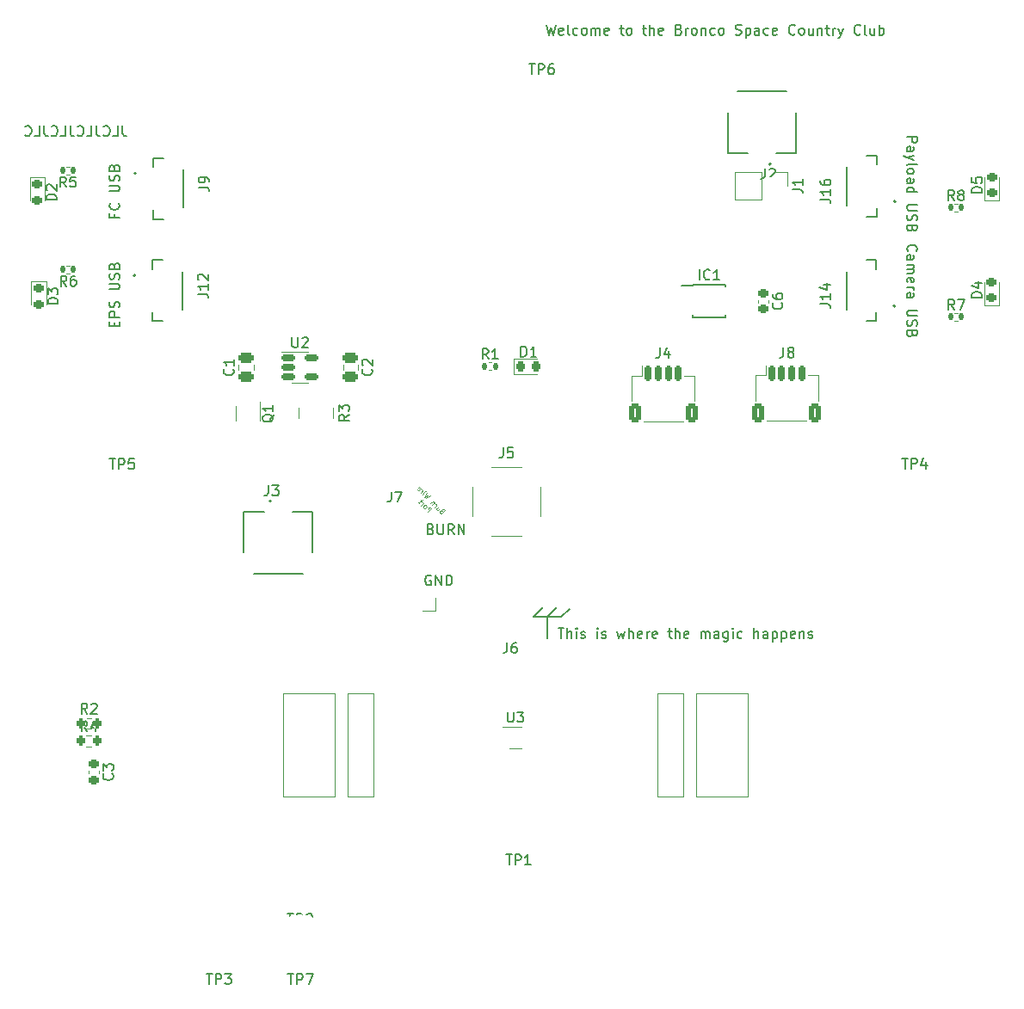
<source format=gbr>
%TF.GenerationSoftware,KiCad,Pcbnew,7.0.5*%
%TF.CreationDate,2023-07-31T21:27:43-07:00*%
%TF.ProjectId,antenna_top_cap,616e7465-6e6e-4615-9f74-6f705f636170,rev?*%
%TF.SameCoordinates,Original*%
%TF.FileFunction,Legend,Top*%
%TF.FilePolarity,Positive*%
%FSLAX46Y46*%
G04 Gerber Fmt 4.6, Leading zero omitted, Abs format (unit mm)*
G04 Created by KiCad (PCBNEW 7.0.5) date 2023-07-31 21:27:43*
%MOMM*%
%LPD*%
G01*
G04 APERTURE LIST*
G04 Aperture macros list*
%AMRoundRect*
0 Rectangle with rounded corners*
0 $1 Rounding radius*
0 $2 $3 $4 $5 $6 $7 $8 $9 X,Y pos of 4 corners*
0 Add a 4 corners polygon primitive as box body*
4,1,4,$2,$3,$4,$5,$6,$7,$8,$9,$2,$3,0*
0 Add four circle primitives for the rounded corners*
1,1,$1+$1,$2,$3*
1,1,$1+$1,$4,$5*
1,1,$1+$1,$6,$7*
1,1,$1+$1,$8,$9*
0 Add four rect primitives between the rounded corners*
20,1,$1+$1,$2,$3,$4,$5,0*
20,1,$1+$1,$4,$5,$6,$7,0*
20,1,$1+$1,$6,$7,$8,$9,0*
20,1,$1+$1,$8,$9,$2,$3,0*%
G04 Aperture macros list end*
%ADD10C,0.150000*%
%ADD11C,0.100000*%
%ADD12C,0.120000*%
%ADD13C,0.127000*%
%ADD14C,0.200000*%
%ADD15R,6.400000X11.300000*%
%ADD16R,6.390000X11.320000*%
%ADD17O,2.416000X1.208000*%
%ADD18RoundRect,0.200000X-0.200000X-0.275000X0.200000X-0.275000X0.200000X0.275000X-0.200000X0.275000X0*%
%ADD19O,1.700000X1.700000*%
%ADD20R,1.700000X1.700000*%
%ADD21R,1.550000X0.600000*%
%ADD22R,1.800000X1.200000*%
%ADD23R,1.000000X0.350000*%
%ADD24C,5.400000*%
%ADD25R,1.250000X1.800000*%
%ADD26R,0.600000X1.000000*%
%ADD27RoundRect,0.218750X-0.218750X-0.256250X0.218750X-0.256250X0.218750X0.256250X-0.218750X0.256250X0*%
%ADD28RoundRect,0.218750X0.256250X-0.218750X0.256250X0.218750X-0.256250X0.218750X-0.256250X-0.218750X0*%
%ADD29RoundRect,0.250000X-0.475000X0.250000X-0.475000X-0.250000X0.475000X-0.250000X0.475000X0.250000X0*%
%ADD30RoundRect,0.135000X0.135000X0.185000X-0.135000X0.185000X-0.135000X-0.185000X0.135000X-0.185000X0*%
%ADD31RoundRect,0.250000X0.475000X-0.250000X0.475000X0.250000X-0.475000X0.250000X-0.475000X-0.250000X0*%
%ADD32RoundRect,0.218750X-0.256250X0.218750X-0.256250X-0.218750X0.256250X-0.218750X0.256250X0.218750X0*%
%ADD33RoundRect,0.135000X-0.135000X-0.185000X0.135000X-0.185000X0.135000X0.185000X-0.135000X0.185000X0*%
%ADD34RoundRect,0.250000X-0.350000X-0.650000X0.350000X-0.650000X0.350000X0.650000X-0.350000X0.650000X0*%
%ADD35RoundRect,0.150000X-0.150000X-0.625000X0.150000X-0.625000X0.150000X0.625000X-0.150000X0.625000X0*%
%ADD36RoundRect,0.150000X-0.512500X-0.150000X0.512500X-0.150000X0.512500X0.150000X-0.512500X0.150000X0*%
%ADD37R,1.100000X0.400000*%
%ADD38RoundRect,0.225000X-0.250000X0.225000X-0.250000X-0.225000X0.250000X-0.225000X0.250000X0.225000X0*%
%ADD39C,2.050000*%
%ADD40C,2.250000*%
%ADD41R,0.400000X0.650000*%
%ADD42R,0.500000X0.800000*%
%ADD43R,0.400000X0.800000*%
G04 APERTURE END LIST*
D10*
X126015809Y-94938620D02*
X126015809Y-94605287D01*
X126539619Y-94462430D02*
X126539619Y-94938620D01*
X126539619Y-94938620D02*
X125539619Y-94938620D01*
X125539619Y-94938620D02*
X125539619Y-94462430D01*
X126539619Y-94033858D02*
X125539619Y-94033858D01*
X125539619Y-94033858D02*
X125539619Y-93652906D01*
X125539619Y-93652906D02*
X125587238Y-93557668D01*
X125587238Y-93557668D02*
X125634857Y-93510049D01*
X125634857Y-93510049D02*
X125730095Y-93462430D01*
X125730095Y-93462430D02*
X125872952Y-93462430D01*
X125872952Y-93462430D02*
X125968190Y-93510049D01*
X125968190Y-93510049D02*
X126015809Y-93557668D01*
X126015809Y-93557668D02*
X126063428Y-93652906D01*
X126063428Y-93652906D02*
X126063428Y-94033858D01*
X126492000Y-93081477D02*
X126539619Y-92938620D01*
X126539619Y-92938620D02*
X126539619Y-92700525D01*
X126539619Y-92700525D02*
X126492000Y-92605287D01*
X126492000Y-92605287D02*
X126444380Y-92557668D01*
X126444380Y-92557668D02*
X126349142Y-92510049D01*
X126349142Y-92510049D02*
X126253904Y-92510049D01*
X126253904Y-92510049D02*
X126158666Y-92557668D01*
X126158666Y-92557668D02*
X126111047Y-92605287D01*
X126111047Y-92605287D02*
X126063428Y-92700525D01*
X126063428Y-92700525D02*
X126015809Y-92891001D01*
X126015809Y-92891001D02*
X125968190Y-92986239D01*
X125968190Y-92986239D02*
X125920571Y-93033858D01*
X125920571Y-93033858D02*
X125825333Y-93081477D01*
X125825333Y-93081477D02*
X125730095Y-93081477D01*
X125730095Y-93081477D02*
X125634857Y-93033858D01*
X125634857Y-93033858D02*
X125587238Y-92986239D01*
X125587238Y-92986239D02*
X125539619Y-92891001D01*
X125539619Y-92891001D02*
X125539619Y-92652906D01*
X125539619Y-92652906D02*
X125587238Y-92510049D01*
X125539619Y-91319572D02*
X126349142Y-91319572D01*
X126349142Y-91319572D02*
X126444380Y-91271953D01*
X126444380Y-91271953D02*
X126492000Y-91224334D01*
X126492000Y-91224334D02*
X126539619Y-91129096D01*
X126539619Y-91129096D02*
X126539619Y-90938620D01*
X126539619Y-90938620D02*
X126492000Y-90843382D01*
X126492000Y-90843382D02*
X126444380Y-90795763D01*
X126444380Y-90795763D02*
X126349142Y-90748144D01*
X126349142Y-90748144D02*
X125539619Y-90748144D01*
X126492000Y-90319572D02*
X126539619Y-90176715D01*
X126539619Y-90176715D02*
X126539619Y-89938620D01*
X126539619Y-89938620D02*
X126492000Y-89843382D01*
X126492000Y-89843382D02*
X126444380Y-89795763D01*
X126444380Y-89795763D02*
X126349142Y-89748144D01*
X126349142Y-89748144D02*
X126253904Y-89748144D01*
X126253904Y-89748144D02*
X126158666Y-89795763D01*
X126158666Y-89795763D02*
X126111047Y-89843382D01*
X126111047Y-89843382D02*
X126063428Y-89938620D01*
X126063428Y-89938620D02*
X126015809Y-90129096D01*
X126015809Y-90129096D02*
X125968190Y-90224334D01*
X125968190Y-90224334D02*
X125920571Y-90271953D01*
X125920571Y-90271953D02*
X125825333Y-90319572D01*
X125825333Y-90319572D02*
X125730095Y-90319572D01*
X125730095Y-90319572D02*
X125634857Y-90271953D01*
X125634857Y-90271953D02*
X125587238Y-90224334D01*
X125587238Y-90224334D02*
X125539619Y-90129096D01*
X125539619Y-90129096D02*
X125539619Y-89891001D01*
X125539619Y-89891001D02*
X125587238Y-89748144D01*
X126015809Y-88986239D02*
X126063428Y-88843382D01*
X126063428Y-88843382D02*
X126111047Y-88795763D01*
X126111047Y-88795763D02*
X126206285Y-88748144D01*
X126206285Y-88748144D02*
X126349142Y-88748144D01*
X126349142Y-88748144D02*
X126444380Y-88795763D01*
X126444380Y-88795763D02*
X126492000Y-88843382D01*
X126492000Y-88843382D02*
X126539619Y-88938620D01*
X126539619Y-88938620D02*
X126539619Y-89319572D01*
X126539619Y-89319572D02*
X125539619Y-89319572D01*
X125539619Y-89319572D02*
X125539619Y-88986239D01*
X125539619Y-88986239D02*
X125587238Y-88891001D01*
X125587238Y-88891001D02*
X125634857Y-88843382D01*
X125634857Y-88843382D02*
X125730095Y-88795763D01*
X125730095Y-88795763D02*
X125825333Y-88795763D01*
X125825333Y-88795763D02*
X125920571Y-88843382D01*
X125920571Y-88843382D02*
X125968190Y-88891001D01*
X125968190Y-88891001D02*
X126015809Y-88986239D01*
X126015809Y-88986239D02*
X126015809Y-89319572D01*
X126015809Y-83937287D02*
X126015809Y-84270620D01*
X126539619Y-84270620D02*
X125539619Y-84270620D01*
X125539619Y-84270620D02*
X125539619Y-83794430D01*
X126444380Y-82842049D02*
X126492000Y-82889668D01*
X126492000Y-82889668D02*
X126539619Y-83032525D01*
X126539619Y-83032525D02*
X126539619Y-83127763D01*
X126539619Y-83127763D02*
X126492000Y-83270620D01*
X126492000Y-83270620D02*
X126396761Y-83365858D01*
X126396761Y-83365858D02*
X126301523Y-83413477D01*
X126301523Y-83413477D02*
X126111047Y-83461096D01*
X126111047Y-83461096D02*
X125968190Y-83461096D01*
X125968190Y-83461096D02*
X125777714Y-83413477D01*
X125777714Y-83413477D02*
X125682476Y-83365858D01*
X125682476Y-83365858D02*
X125587238Y-83270620D01*
X125587238Y-83270620D02*
X125539619Y-83127763D01*
X125539619Y-83127763D02*
X125539619Y-83032525D01*
X125539619Y-83032525D02*
X125587238Y-82889668D01*
X125587238Y-82889668D02*
X125634857Y-82842049D01*
X125539619Y-81651572D02*
X126349142Y-81651572D01*
X126349142Y-81651572D02*
X126444380Y-81603953D01*
X126444380Y-81603953D02*
X126492000Y-81556334D01*
X126492000Y-81556334D02*
X126539619Y-81461096D01*
X126539619Y-81461096D02*
X126539619Y-81270620D01*
X126539619Y-81270620D02*
X126492000Y-81175382D01*
X126492000Y-81175382D02*
X126444380Y-81127763D01*
X126444380Y-81127763D02*
X126349142Y-81080144D01*
X126349142Y-81080144D02*
X125539619Y-81080144D01*
X126492000Y-80651572D02*
X126539619Y-80508715D01*
X126539619Y-80508715D02*
X126539619Y-80270620D01*
X126539619Y-80270620D02*
X126492000Y-80175382D01*
X126492000Y-80175382D02*
X126444380Y-80127763D01*
X126444380Y-80127763D02*
X126349142Y-80080144D01*
X126349142Y-80080144D02*
X126253904Y-80080144D01*
X126253904Y-80080144D02*
X126158666Y-80127763D01*
X126158666Y-80127763D02*
X126111047Y-80175382D01*
X126111047Y-80175382D02*
X126063428Y-80270620D01*
X126063428Y-80270620D02*
X126015809Y-80461096D01*
X126015809Y-80461096D02*
X125968190Y-80556334D01*
X125968190Y-80556334D02*
X125920571Y-80603953D01*
X125920571Y-80603953D02*
X125825333Y-80651572D01*
X125825333Y-80651572D02*
X125730095Y-80651572D01*
X125730095Y-80651572D02*
X125634857Y-80603953D01*
X125634857Y-80603953D02*
X125587238Y-80556334D01*
X125587238Y-80556334D02*
X125539619Y-80461096D01*
X125539619Y-80461096D02*
X125539619Y-80223001D01*
X125539619Y-80223001D02*
X125587238Y-80080144D01*
X126015809Y-79318239D02*
X126063428Y-79175382D01*
X126063428Y-79175382D02*
X126111047Y-79127763D01*
X126111047Y-79127763D02*
X126206285Y-79080144D01*
X126206285Y-79080144D02*
X126349142Y-79080144D01*
X126349142Y-79080144D02*
X126444380Y-79127763D01*
X126444380Y-79127763D02*
X126492000Y-79175382D01*
X126492000Y-79175382D02*
X126539619Y-79270620D01*
X126539619Y-79270620D02*
X126539619Y-79651572D01*
X126539619Y-79651572D02*
X125539619Y-79651572D01*
X125539619Y-79651572D02*
X125539619Y-79318239D01*
X125539619Y-79318239D02*
X125587238Y-79223001D01*
X125587238Y-79223001D02*
X125634857Y-79175382D01*
X125634857Y-79175382D02*
X125730095Y-79127763D01*
X125730095Y-79127763D02*
X125825333Y-79127763D01*
X125825333Y-79127763D02*
X125920571Y-79175382D01*
X125920571Y-79175382D02*
X125968190Y-79223001D01*
X125968190Y-79223001D02*
X126015809Y-79318239D01*
X126015809Y-79318239D02*
X126015809Y-79651572D01*
X204015980Y-76308179D02*
X205015980Y-76308179D01*
X205015980Y-76308179D02*
X205015980Y-76689131D01*
X205015980Y-76689131D02*
X204968361Y-76784369D01*
X204968361Y-76784369D02*
X204920742Y-76831988D01*
X204920742Y-76831988D02*
X204825504Y-76879607D01*
X204825504Y-76879607D02*
X204682647Y-76879607D01*
X204682647Y-76879607D02*
X204587409Y-76831988D01*
X204587409Y-76831988D02*
X204539790Y-76784369D01*
X204539790Y-76784369D02*
X204492171Y-76689131D01*
X204492171Y-76689131D02*
X204492171Y-76308179D01*
X204015980Y-77736750D02*
X204539790Y-77736750D01*
X204539790Y-77736750D02*
X204635028Y-77689131D01*
X204635028Y-77689131D02*
X204682647Y-77593893D01*
X204682647Y-77593893D02*
X204682647Y-77403417D01*
X204682647Y-77403417D02*
X204635028Y-77308179D01*
X204063600Y-77736750D02*
X204015980Y-77641512D01*
X204015980Y-77641512D02*
X204015980Y-77403417D01*
X204015980Y-77403417D02*
X204063600Y-77308179D01*
X204063600Y-77308179D02*
X204158838Y-77260560D01*
X204158838Y-77260560D02*
X204254076Y-77260560D01*
X204254076Y-77260560D02*
X204349314Y-77308179D01*
X204349314Y-77308179D02*
X204396933Y-77403417D01*
X204396933Y-77403417D02*
X204396933Y-77641512D01*
X204396933Y-77641512D02*
X204444552Y-77736750D01*
X204682647Y-78117703D02*
X204015980Y-78355798D01*
X204682647Y-78593893D02*
X204015980Y-78355798D01*
X204015980Y-78355798D02*
X203777885Y-78260560D01*
X203777885Y-78260560D02*
X203730266Y-78212941D01*
X203730266Y-78212941D02*
X203682647Y-78117703D01*
X204015980Y-79117703D02*
X204063600Y-79022465D01*
X204063600Y-79022465D02*
X204158838Y-78974846D01*
X204158838Y-78974846D02*
X205015980Y-78974846D01*
X204015980Y-79641513D02*
X204063600Y-79546275D01*
X204063600Y-79546275D02*
X204111219Y-79498656D01*
X204111219Y-79498656D02*
X204206457Y-79451037D01*
X204206457Y-79451037D02*
X204492171Y-79451037D01*
X204492171Y-79451037D02*
X204587409Y-79498656D01*
X204587409Y-79498656D02*
X204635028Y-79546275D01*
X204635028Y-79546275D02*
X204682647Y-79641513D01*
X204682647Y-79641513D02*
X204682647Y-79784370D01*
X204682647Y-79784370D02*
X204635028Y-79879608D01*
X204635028Y-79879608D02*
X204587409Y-79927227D01*
X204587409Y-79927227D02*
X204492171Y-79974846D01*
X204492171Y-79974846D02*
X204206457Y-79974846D01*
X204206457Y-79974846D02*
X204111219Y-79927227D01*
X204111219Y-79927227D02*
X204063600Y-79879608D01*
X204063600Y-79879608D02*
X204015980Y-79784370D01*
X204015980Y-79784370D02*
X204015980Y-79641513D01*
X204015980Y-80831989D02*
X204539790Y-80831989D01*
X204539790Y-80831989D02*
X204635028Y-80784370D01*
X204635028Y-80784370D02*
X204682647Y-80689132D01*
X204682647Y-80689132D02*
X204682647Y-80498656D01*
X204682647Y-80498656D02*
X204635028Y-80403418D01*
X204063600Y-80831989D02*
X204015980Y-80736751D01*
X204015980Y-80736751D02*
X204015980Y-80498656D01*
X204015980Y-80498656D02*
X204063600Y-80403418D01*
X204063600Y-80403418D02*
X204158838Y-80355799D01*
X204158838Y-80355799D02*
X204254076Y-80355799D01*
X204254076Y-80355799D02*
X204349314Y-80403418D01*
X204349314Y-80403418D02*
X204396933Y-80498656D01*
X204396933Y-80498656D02*
X204396933Y-80736751D01*
X204396933Y-80736751D02*
X204444552Y-80831989D01*
X204015980Y-81736751D02*
X205015980Y-81736751D01*
X204063600Y-81736751D02*
X204015980Y-81641513D01*
X204015980Y-81641513D02*
X204015980Y-81451037D01*
X204015980Y-81451037D02*
X204063600Y-81355799D01*
X204063600Y-81355799D02*
X204111219Y-81308180D01*
X204111219Y-81308180D02*
X204206457Y-81260561D01*
X204206457Y-81260561D02*
X204492171Y-81260561D01*
X204492171Y-81260561D02*
X204587409Y-81308180D01*
X204587409Y-81308180D02*
X204635028Y-81355799D01*
X204635028Y-81355799D02*
X204682647Y-81451037D01*
X204682647Y-81451037D02*
X204682647Y-81641513D01*
X204682647Y-81641513D02*
X204635028Y-81736751D01*
X205015980Y-82974847D02*
X204206457Y-82974847D01*
X204206457Y-82974847D02*
X204111219Y-83022466D01*
X204111219Y-83022466D02*
X204063600Y-83070085D01*
X204063600Y-83070085D02*
X204015980Y-83165323D01*
X204015980Y-83165323D02*
X204015980Y-83355799D01*
X204015980Y-83355799D02*
X204063600Y-83451037D01*
X204063600Y-83451037D02*
X204111219Y-83498656D01*
X204111219Y-83498656D02*
X204206457Y-83546275D01*
X204206457Y-83546275D02*
X205015980Y-83546275D01*
X204063600Y-83974847D02*
X204015980Y-84117704D01*
X204015980Y-84117704D02*
X204015980Y-84355799D01*
X204015980Y-84355799D02*
X204063600Y-84451037D01*
X204063600Y-84451037D02*
X204111219Y-84498656D01*
X204111219Y-84498656D02*
X204206457Y-84546275D01*
X204206457Y-84546275D02*
X204301695Y-84546275D01*
X204301695Y-84546275D02*
X204396933Y-84498656D01*
X204396933Y-84498656D02*
X204444552Y-84451037D01*
X204444552Y-84451037D02*
X204492171Y-84355799D01*
X204492171Y-84355799D02*
X204539790Y-84165323D01*
X204539790Y-84165323D02*
X204587409Y-84070085D01*
X204587409Y-84070085D02*
X204635028Y-84022466D01*
X204635028Y-84022466D02*
X204730266Y-83974847D01*
X204730266Y-83974847D02*
X204825504Y-83974847D01*
X204825504Y-83974847D02*
X204920742Y-84022466D01*
X204920742Y-84022466D02*
X204968361Y-84070085D01*
X204968361Y-84070085D02*
X205015980Y-84165323D01*
X205015980Y-84165323D02*
X205015980Y-84403418D01*
X205015980Y-84403418D02*
X204968361Y-84546275D01*
X204539790Y-85308180D02*
X204492171Y-85451037D01*
X204492171Y-85451037D02*
X204444552Y-85498656D01*
X204444552Y-85498656D02*
X204349314Y-85546275D01*
X204349314Y-85546275D02*
X204206457Y-85546275D01*
X204206457Y-85546275D02*
X204111219Y-85498656D01*
X204111219Y-85498656D02*
X204063600Y-85451037D01*
X204063600Y-85451037D02*
X204015980Y-85355799D01*
X204015980Y-85355799D02*
X204015980Y-84974847D01*
X204015980Y-84974847D02*
X205015980Y-84974847D01*
X205015980Y-84974847D02*
X205015980Y-85308180D01*
X205015980Y-85308180D02*
X204968361Y-85403418D01*
X204968361Y-85403418D02*
X204920742Y-85451037D01*
X204920742Y-85451037D02*
X204825504Y-85498656D01*
X204825504Y-85498656D02*
X204730266Y-85498656D01*
X204730266Y-85498656D02*
X204635028Y-85451037D01*
X204635028Y-85451037D02*
X204587409Y-85403418D01*
X204587409Y-85403418D02*
X204539790Y-85308180D01*
X204539790Y-85308180D02*
X204539790Y-84974847D01*
X204111219Y-87547607D02*
X204063600Y-87499988D01*
X204063600Y-87499988D02*
X204015980Y-87357131D01*
X204015980Y-87357131D02*
X204015980Y-87261893D01*
X204015980Y-87261893D02*
X204063600Y-87119036D01*
X204063600Y-87119036D02*
X204158838Y-87023798D01*
X204158838Y-87023798D02*
X204254076Y-86976179D01*
X204254076Y-86976179D02*
X204444552Y-86928560D01*
X204444552Y-86928560D02*
X204587409Y-86928560D01*
X204587409Y-86928560D02*
X204777885Y-86976179D01*
X204777885Y-86976179D02*
X204873123Y-87023798D01*
X204873123Y-87023798D02*
X204968361Y-87119036D01*
X204968361Y-87119036D02*
X205015980Y-87261893D01*
X205015980Y-87261893D02*
X205015980Y-87357131D01*
X205015980Y-87357131D02*
X204968361Y-87499988D01*
X204968361Y-87499988D02*
X204920742Y-87547607D01*
X204015980Y-88404750D02*
X204539790Y-88404750D01*
X204539790Y-88404750D02*
X204635028Y-88357131D01*
X204635028Y-88357131D02*
X204682647Y-88261893D01*
X204682647Y-88261893D02*
X204682647Y-88071417D01*
X204682647Y-88071417D02*
X204635028Y-87976179D01*
X204063600Y-88404750D02*
X204015980Y-88309512D01*
X204015980Y-88309512D02*
X204015980Y-88071417D01*
X204015980Y-88071417D02*
X204063600Y-87976179D01*
X204063600Y-87976179D02*
X204158838Y-87928560D01*
X204158838Y-87928560D02*
X204254076Y-87928560D01*
X204254076Y-87928560D02*
X204349314Y-87976179D01*
X204349314Y-87976179D02*
X204396933Y-88071417D01*
X204396933Y-88071417D02*
X204396933Y-88309512D01*
X204396933Y-88309512D02*
X204444552Y-88404750D01*
X204015980Y-88880941D02*
X204682647Y-88880941D01*
X204587409Y-88880941D02*
X204635028Y-88928560D01*
X204635028Y-88928560D02*
X204682647Y-89023798D01*
X204682647Y-89023798D02*
X204682647Y-89166655D01*
X204682647Y-89166655D02*
X204635028Y-89261893D01*
X204635028Y-89261893D02*
X204539790Y-89309512D01*
X204539790Y-89309512D02*
X204015980Y-89309512D01*
X204539790Y-89309512D02*
X204635028Y-89357131D01*
X204635028Y-89357131D02*
X204682647Y-89452369D01*
X204682647Y-89452369D02*
X204682647Y-89595226D01*
X204682647Y-89595226D02*
X204635028Y-89690465D01*
X204635028Y-89690465D02*
X204539790Y-89738084D01*
X204539790Y-89738084D02*
X204015980Y-89738084D01*
X204063600Y-90595226D02*
X204015980Y-90499988D01*
X204015980Y-90499988D02*
X204015980Y-90309512D01*
X204015980Y-90309512D02*
X204063600Y-90214274D01*
X204063600Y-90214274D02*
X204158838Y-90166655D01*
X204158838Y-90166655D02*
X204539790Y-90166655D01*
X204539790Y-90166655D02*
X204635028Y-90214274D01*
X204635028Y-90214274D02*
X204682647Y-90309512D01*
X204682647Y-90309512D02*
X204682647Y-90499988D01*
X204682647Y-90499988D02*
X204635028Y-90595226D01*
X204635028Y-90595226D02*
X204539790Y-90642845D01*
X204539790Y-90642845D02*
X204444552Y-90642845D01*
X204444552Y-90642845D02*
X204349314Y-90166655D01*
X204015980Y-91071417D02*
X204682647Y-91071417D01*
X204492171Y-91071417D02*
X204587409Y-91119036D01*
X204587409Y-91119036D02*
X204635028Y-91166655D01*
X204635028Y-91166655D02*
X204682647Y-91261893D01*
X204682647Y-91261893D02*
X204682647Y-91357131D01*
X204015980Y-92119036D02*
X204539790Y-92119036D01*
X204539790Y-92119036D02*
X204635028Y-92071417D01*
X204635028Y-92071417D02*
X204682647Y-91976179D01*
X204682647Y-91976179D02*
X204682647Y-91785703D01*
X204682647Y-91785703D02*
X204635028Y-91690465D01*
X204063600Y-92119036D02*
X204015980Y-92023798D01*
X204015980Y-92023798D02*
X204015980Y-91785703D01*
X204015980Y-91785703D02*
X204063600Y-91690465D01*
X204063600Y-91690465D02*
X204158838Y-91642846D01*
X204158838Y-91642846D02*
X204254076Y-91642846D01*
X204254076Y-91642846D02*
X204349314Y-91690465D01*
X204349314Y-91690465D02*
X204396933Y-91785703D01*
X204396933Y-91785703D02*
X204396933Y-92023798D01*
X204396933Y-92023798D02*
X204444552Y-92119036D01*
X205015980Y-93357132D02*
X204206457Y-93357132D01*
X204206457Y-93357132D02*
X204111219Y-93404751D01*
X204111219Y-93404751D02*
X204063600Y-93452370D01*
X204063600Y-93452370D02*
X204015980Y-93547608D01*
X204015980Y-93547608D02*
X204015980Y-93738084D01*
X204015980Y-93738084D02*
X204063600Y-93833322D01*
X204063600Y-93833322D02*
X204111219Y-93880941D01*
X204111219Y-93880941D02*
X204206457Y-93928560D01*
X204206457Y-93928560D02*
X205015980Y-93928560D01*
X204063600Y-94357132D02*
X204015980Y-94499989D01*
X204015980Y-94499989D02*
X204015980Y-94738084D01*
X204015980Y-94738084D02*
X204063600Y-94833322D01*
X204063600Y-94833322D02*
X204111219Y-94880941D01*
X204111219Y-94880941D02*
X204206457Y-94928560D01*
X204206457Y-94928560D02*
X204301695Y-94928560D01*
X204301695Y-94928560D02*
X204396933Y-94880941D01*
X204396933Y-94880941D02*
X204444552Y-94833322D01*
X204444552Y-94833322D02*
X204492171Y-94738084D01*
X204492171Y-94738084D02*
X204539790Y-94547608D01*
X204539790Y-94547608D02*
X204587409Y-94452370D01*
X204587409Y-94452370D02*
X204635028Y-94404751D01*
X204635028Y-94404751D02*
X204730266Y-94357132D01*
X204730266Y-94357132D02*
X204825504Y-94357132D01*
X204825504Y-94357132D02*
X204920742Y-94404751D01*
X204920742Y-94404751D02*
X204968361Y-94452370D01*
X204968361Y-94452370D02*
X205015980Y-94547608D01*
X205015980Y-94547608D02*
X205015980Y-94785703D01*
X205015980Y-94785703D02*
X204968361Y-94928560D01*
X204539790Y-95690465D02*
X204492171Y-95833322D01*
X204492171Y-95833322D02*
X204444552Y-95880941D01*
X204444552Y-95880941D02*
X204349314Y-95928560D01*
X204349314Y-95928560D02*
X204206457Y-95928560D01*
X204206457Y-95928560D02*
X204111219Y-95880941D01*
X204111219Y-95880941D02*
X204063600Y-95833322D01*
X204063600Y-95833322D02*
X204015980Y-95738084D01*
X204015980Y-95738084D02*
X204015980Y-95357132D01*
X204015980Y-95357132D02*
X205015980Y-95357132D01*
X205015980Y-95357132D02*
X205015980Y-95690465D01*
X205015980Y-95690465D02*
X204968361Y-95785703D01*
X204968361Y-95785703D02*
X204920742Y-95833322D01*
X204920742Y-95833322D02*
X204825504Y-95880941D01*
X204825504Y-95880941D02*
X204730266Y-95880941D01*
X204730266Y-95880941D02*
X204635028Y-95833322D01*
X204635028Y-95833322D02*
X204587409Y-95785703D01*
X204587409Y-95785703D02*
X204539790Y-95690465D01*
X204539790Y-95690465D02*
X204539790Y-95357132D01*
X168645800Y-125664400D02*
X168645800Y-123574400D01*
X167265800Y-123574400D02*
X168195800Y-122644400D01*
X168645800Y-123574400D02*
X169575800Y-122644400D01*
X168645800Y-123574400D02*
X170005800Y-123574400D01*
X170015800Y-123574400D02*
X170855800Y-122734400D01*
X168645800Y-123574400D02*
X167265800Y-123574400D01*
X168576749Y-65264219D02*
X168814844Y-66264219D01*
X168814844Y-66264219D02*
X169005320Y-65549933D01*
X169005320Y-65549933D02*
X169195796Y-66264219D01*
X169195796Y-66264219D02*
X169433892Y-65264219D01*
X170195796Y-66216600D02*
X170100558Y-66264219D01*
X170100558Y-66264219D02*
X169910082Y-66264219D01*
X169910082Y-66264219D02*
X169814844Y-66216600D01*
X169814844Y-66216600D02*
X169767225Y-66121361D01*
X169767225Y-66121361D02*
X169767225Y-65740409D01*
X169767225Y-65740409D02*
X169814844Y-65645171D01*
X169814844Y-65645171D02*
X169910082Y-65597552D01*
X169910082Y-65597552D02*
X170100558Y-65597552D01*
X170100558Y-65597552D02*
X170195796Y-65645171D01*
X170195796Y-65645171D02*
X170243415Y-65740409D01*
X170243415Y-65740409D02*
X170243415Y-65835647D01*
X170243415Y-65835647D02*
X169767225Y-65930885D01*
X170814844Y-66264219D02*
X170719606Y-66216600D01*
X170719606Y-66216600D02*
X170671987Y-66121361D01*
X170671987Y-66121361D02*
X170671987Y-65264219D01*
X171624368Y-66216600D02*
X171529130Y-66264219D01*
X171529130Y-66264219D02*
X171338654Y-66264219D01*
X171338654Y-66264219D02*
X171243416Y-66216600D01*
X171243416Y-66216600D02*
X171195797Y-66168980D01*
X171195797Y-66168980D02*
X171148178Y-66073742D01*
X171148178Y-66073742D02*
X171148178Y-65788028D01*
X171148178Y-65788028D02*
X171195797Y-65692790D01*
X171195797Y-65692790D02*
X171243416Y-65645171D01*
X171243416Y-65645171D02*
X171338654Y-65597552D01*
X171338654Y-65597552D02*
X171529130Y-65597552D01*
X171529130Y-65597552D02*
X171624368Y-65645171D01*
X172195797Y-66264219D02*
X172100559Y-66216600D01*
X172100559Y-66216600D02*
X172052940Y-66168980D01*
X172052940Y-66168980D02*
X172005321Y-66073742D01*
X172005321Y-66073742D02*
X172005321Y-65788028D01*
X172005321Y-65788028D02*
X172052940Y-65692790D01*
X172052940Y-65692790D02*
X172100559Y-65645171D01*
X172100559Y-65645171D02*
X172195797Y-65597552D01*
X172195797Y-65597552D02*
X172338654Y-65597552D01*
X172338654Y-65597552D02*
X172433892Y-65645171D01*
X172433892Y-65645171D02*
X172481511Y-65692790D01*
X172481511Y-65692790D02*
X172529130Y-65788028D01*
X172529130Y-65788028D02*
X172529130Y-66073742D01*
X172529130Y-66073742D02*
X172481511Y-66168980D01*
X172481511Y-66168980D02*
X172433892Y-66216600D01*
X172433892Y-66216600D02*
X172338654Y-66264219D01*
X172338654Y-66264219D02*
X172195797Y-66264219D01*
X172957702Y-66264219D02*
X172957702Y-65597552D01*
X172957702Y-65692790D02*
X173005321Y-65645171D01*
X173005321Y-65645171D02*
X173100559Y-65597552D01*
X173100559Y-65597552D02*
X173243416Y-65597552D01*
X173243416Y-65597552D02*
X173338654Y-65645171D01*
X173338654Y-65645171D02*
X173386273Y-65740409D01*
X173386273Y-65740409D02*
X173386273Y-66264219D01*
X173386273Y-65740409D02*
X173433892Y-65645171D01*
X173433892Y-65645171D02*
X173529130Y-65597552D01*
X173529130Y-65597552D02*
X173671987Y-65597552D01*
X173671987Y-65597552D02*
X173767226Y-65645171D01*
X173767226Y-65645171D02*
X173814845Y-65740409D01*
X173814845Y-65740409D02*
X173814845Y-66264219D01*
X174671987Y-66216600D02*
X174576749Y-66264219D01*
X174576749Y-66264219D02*
X174386273Y-66264219D01*
X174386273Y-66264219D02*
X174291035Y-66216600D01*
X174291035Y-66216600D02*
X174243416Y-66121361D01*
X174243416Y-66121361D02*
X174243416Y-65740409D01*
X174243416Y-65740409D02*
X174291035Y-65645171D01*
X174291035Y-65645171D02*
X174386273Y-65597552D01*
X174386273Y-65597552D02*
X174576749Y-65597552D01*
X174576749Y-65597552D02*
X174671987Y-65645171D01*
X174671987Y-65645171D02*
X174719606Y-65740409D01*
X174719606Y-65740409D02*
X174719606Y-65835647D01*
X174719606Y-65835647D02*
X174243416Y-65930885D01*
X175767226Y-65597552D02*
X176148178Y-65597552D01*
X175910083Y-65264219D02*
X175910083Y-66121361D01*
X175910083Y-66121361D02*
X175957702Y-66216600D01*
X175957702Y-66216600D02*
X176052940Y-66264219D01*
X176052940Y-66264219D02*
X176148178Y-66264219D01*
X176624369Y-66264219D02*
X176529131Y-66216600D01*
X176529131Y-66216600D02*
X176481512Y-66168980D01*
X176481512Y-66168980D02*
X176433893Y-66073742D01*
X176433893Y-66073742D02*
X176433893Y-65788028D01*
X176433893Y-65788028D02*
X176481512Y-65692790D01*
X176481512Y-65692790D02*
X176529131Y-65645171D01*
X176529131Y-65645171D02*
X176624369Y-65597552D01*
X176624369Y-65597552D02*
X176767226Y-65597552D01*
X176767226Y-65597552D02*
X176862464Y-65645171D01*
X176862464Y-65645171D02*
X176910083Y-65692790D01*
X176910083Y-65692790D02*
X176957702Y-65788028D01*
X176957702Y-65788028D02*
X176957702Y-66073742D01*
X176957702Y-66073742D02*
X176910083Y-66168980D01*
X176910083Y-66168980D02*
X176862464Y-66216600D01*
X176862464Y-66216600D02*
X176767226Y-66264219D01*
X176767226Y-66264219D02*
X176624369Y-66264219D01*
X178005322Y-65597552D02*
X178386274Y-65597552D01*
X178148179Y-65264219D02*
X178148179Y-66121361D01*
X178148179Y-66121361D02*
X178195798Y-66216600D01*
X178195798Y-66216600D02*
X178291036Y-66264219D01*
X178291036Y-66264219D02*
X178386274Y-66264219D01*
X178719608Y-66264219D02*
X178719608Y-65264219D01*
X179148179Y-66264219D02*
X179148179Y-65740409D01*
X179148179Y-65740409D02*
X179100560Y-65645171D01*
X179100560Y-65645171D02*
X179005322Y-65597552D01*
X179005322Y-65597552D02*
X178862465Y-65597552D01*
X178862465Y-65597552D02*
X178767227Y-65645171D01*
X178767227Y-65645171D02*
X178719608Y-65692790D01*
X180005322Y-66216600D02*
X179910084Y-66264219D01*
X179910084Y-66264219D02*
X179719608Y-66264219D01*
X179719608Y-66264219D02*
X179624370Y-66216600D01*
X179624370Y-66216600D02*
X179576751Y-66121361D01*
X179576751Y-66121361D02*
X179576751Y-65740409D01*
X179576751Y-65740409D02*
X179624370Y-65645171D01*
X179624370Y-65645171D02*
X179719608Y-65597552D01*
X179719608Y-65597552D02*
X179910084Y-65597552D01*
X179910084Y-65597552D02*
X180005322Y-65645171D01*
X180005322Y-65645171D02*
X180052941Y-65740409D01*
X180052941Y-65740409D02*
X180052941Y-65835647D01*
X180052941Y-65835647D02*
X179576751Y-65930885D01*
X181576751Y-65740409D02*
X181719608Y-65788028D01*
X181719608Y-65788028D02*
X181767227Y-65835647D01*
X181767227Y-65835647D02*
X181814846Y-65930885D01*
X181814846Y-65930885D02*
X181814846Y-66073742D01*
X181814846Y-66073742D02*
X181767227Y-66168980D01*
X181767227Y-66168980D02*
X181719608Y-66216600D01*
X181719608Y-66216600D02*
X181624370Y-66264219D01*
X181624370Y-66264219D02*
X181243418Y-66264219D01*
X181243418Y-66264219D02*
X181243418Y-65264219D01*
X181243418Y-65264219D02*
X181576751Y-65264219D01*
X181576751Y-65264219D02*
X181671989Y-65311838D01*
X181671989Y-65311838D02*
X181719608Y-65359457D01*
X181719608Y-65359457D02*
X181767227Y-65454695D01*
X181767227Y-65454695D02*
X181767227Y-65549933D01*
X181767227Y-65549933D02*
X181719608Y-65645171D01*
X181719608Y-65645171D02*
X181671989Y-65692790D01*
X181671989Y-65692790D02*
X181576751Y-65740409D01*
X181576751Y-65740409D02*
X181243418Y-65740409D01*
X182243418Y-66264219D02*
X182243418Y-65597552D01*
X182243418Y-65788028D02*
X182291037Y-65692790D01*
X182291037Y-65692790D02*
X182338656Y-65645171D01*
X182338656Y-65645171D02*
X182433894Y-65597552D01*
X182433894Y-65597552D02*
X182529132Y-65597552D01*
X183005323Y-66264219D02*
X182910085Y-66216600D01*
X182910085Y-66216600D02*
X182862466Y-66168980D01*
X182862466Y-66168980D02*
X182814847Y-66073742D01*
X182814847Y-66073742D02*
X182814847Y-65788028D01*
X182814847Y-65788028D02*
X182862466Y-65692790D01*
X182862466Y-65692790D02*
X182910085Y-65645171D01*
X182910085Y-65645171D02*
X183005323Y-65597552D01*
X183005323Y-65597552D02*
X183148180Y-65597552D01*
X183148180Y-65597552D02*
X183243418Y-65645171D01*
X183243418Y-65645171D02*
X183291037Y-65692790D01*
X183291037Y-65692790D02*
X183338656Y-65788028D01*
X183338656Y-65788028D02*
X183338656Y-66073742D01*
X183338656Y-66073742D02*
X183291037Y-66168980D01*
X183291037Y-66168980D02*
X183243418Y-66216600D01*
X183243418Y-66216600D02*
X183148180Y-66264219D01*
X183148180Y-66264219D02*
X183005323Y-66264219D01*
X183767228Y-65597552D02*
X183767228Y-66264219D01*
X183767228Y-65692790D02*
X183814847Y-65645171D01*
X183814847Y-65645171D02*
X183910085Y-65597552D01*
X183910085Y-65597552D02*
X184052942Y-65597552D01*
X184052942Y-65597552D02*
X184148180Y-65645171D01*
X184148180Y-65645171D02*
X184195799Y-65740409D01*
X184195799Y-65740409D02*
X184195799Y-66264219D01*
X185100561Y-66216600D02*
X185005323Y-66264219D01*
X185005323Y-66264219D02*
X184814847Y-66264219D01*
X184814847Y-66264219D02*
X184719609Y-66216600D01*
X184719609Y-66216600D02*
X184671990Y-66168980D01*
X184671990Y-66168980D02*
X184624371Y-66073742D01*
X184624371Y-66073742D02*
X184624371Y-65788028D01*
X184624371Y-65788028D02*
X184671990Y-65692790D01*
X184671990Y-65692790D02*
X184719609Y-65645171D01*
X184719609Y-65645171D02*
X184814847Y-65597552D01*
X184814847Y-65597552D02*
X185005323Y-65597552D01*
X185005323Y-65597552D02*
X185100561Y-65645171D01*
X185671990Y-66264219D02*
X185576752Y-66216600D01*
X185576752Y-66216600D02*
X185529133Y-66168980D01*
X185529133Y-66168980D02*
X185481514Y-66073742D01*
X185481514Y-66073742D02*
X185481514Y-65788028D01*
X185481514Y-65788028D02*
X185529133Y-65692790D01*
X185529133Y-65692790D02*
X185576752Y-65645171D01*
X185576752Y-65645171D02*
X185671990Y-65597552D01*
X185671990Y-65597552D02*
X185814847Y-65597552D01*
X185814847Y-65597552D02*
X185910085Y-65645171D01*
X185910085Y-65645171D02*
X185957704Y-65692790D01*
X185957704Y-65692790D02*
X186005323Y-65788028D01*
X186005323Y-65788028D02*
X186005323Y-66073742D01*
X186005323Y-66073742D02*
X185957704Y-66168980D01*
X185957704Y-66168980D02*
X185910085Y-66216600D01*
X185910085Y-66216600D02*
X185814847Y-66264219D01*
X185814847Y-66264219D02*
X185671990Y-66264219D01*
X187148181Y-66216600D02*
X187291038Y-66264219D01*
X187291038Y-66264219D02*
X187529133Y-66264219D01*
X187529133Y-66264219D02*
X187624371Y-66216600D01*
X187624371Y-66216600D02*
X187671990Y-66168980D01*
X187671990Y-66168980D02*
X187719609Y-66073742D01*
X187719609Y-66073742D02*
X187719609Y-65978504D01*
X187719609Y-65978504D02*
X187671990Y-65883266D01*
X187671990Y-65883266D02*
X187624371Y-65835647D01*
X187624371Y-65835647D02*
X187529133Y-65788028D01*
X187529133Y-65788028D02*
X187338657Y-65740409D01*
X187338657Y-65740409D02*
X187243419Y-65692790D01*
X187243419Y-65692790D02*
X187195800Y-65645171D01*
X187195800Y-65645171D02*
X187148181Y-65549933D01*
X187148181Y-65549933D02*
X187148181Y-65454695D01*
X187148181Y-65454695D02*
X187195800Y-65359457D01*
X187195800Y-65359457D02*
X187243419Y-65311838D01*
X187243419Y-65311838D02*
X187338657Y-65264219D01*
X187338657Y-65264219D02*
X187576752Y-65264219D01*
X187576752Y-65264219D02*
X187719609Y-65311838D01*
X188148181Y-65597552D02*
X188148181Y-66597552D01*
X188148181Y-65645171D02*
X188243419Y-65597552D01*
X188243419Y-65597552D02*
X188433895Y-65597552D01*
X188433895Y-65597552D02*
X188529133Y-65645171D01*
X188529133Y-65645171D02*
X188576752Y-65692790D01*
X188576752Y-65692790D02*
X188624371Y-65788028D01*
X188624371Y-65788028D02*
X188624371Y-66073742D01*
X188624371Y-66073742D02*
X188576752Y-66168980D01*
X188576752Y-66168980D02*
X188529133Y-66216600D01*
X188529133Y-66216600D02*
X188433895Y-66264219D01*
X188433895Y-66264219D02*
X188243419Y-66264219D01*
X188243419Y-66264219D02*
X188148181Y-66216600D01*
X189481514Y-66264219D02*
X189481514Y-65740409D01*
X189481514Y-65740409D02*
X189433895Y-65645171D01*
X189433895Y-65645171D02*
X189338657Y-65597552D01*
X189338657Y-65597552D02*
X189148181Y-65597552D01*
X189148181Y-65597552D02*
X189052943Y-65645171D01*
X189481514Y-66216600D02*
X189386276Y-66264219D01*
X189386276Y-66264219D02*
X189148181Y-66264219D01*
X189148181Y-66264219D02*
X189052943Y-66216600D01*
X189052943Y-66216600D02*
X189005324Y-66121361D01*
X189005324Y-66121361D02*
X189005324Y-66026123D01*
X189005324Y-66026123D02*
X189052943Y-65930885D01*
X189052943Y-65930885D02*
X189148181Y-65883266D01*
X189148181Y-65883266D02*
X189386276Y-65883266D01*
X189386276Y-65883266D02*
X189481514Y-65835647D01*
X190386276Y-66216600D02*
X190291038Y-66264219D01*
X190291038Y-66264219D02*
X190100562Y-66264219D01*
X190100562Y-66264219D02*
X190005324Y-66216600D01*
X190005324Y-66216600D02*
X189957705Y-66168980D01*
X189957705Y-66168980D02*
X189910086Y-66073742D01*
X189910086Y-66073742D02*
X189910086Y-65788028D01*
X189910086Y-65788028D02*
X189957705Y-65692790D01*
X189957705Y-65692790D02*
X190005324Y-65645171D01*
X190005324Y-65645171D02*
X190100562Y-65597552D01*
X190100562Y-65597552D02*
X190291038Y-65597552D01*
X190291038Y-65597552D02*
X190386276Y-65645171D01*
X191195800Y-66216600D02*
X191100562Y-66264219D01*
X191100562Y-66264219D02*
X190910086Y-66264219D01*
X190910086Y-66264219D02*
X190814848Y-66216600D01*
X190814848Y-66216600D02*
X190767229Y-66121361D01*
X190767229Y-66121361D02*
X190767229Y-65740409D01*
X190767229Y-65740409D02*
X190814848Y-65645171D01*
X190814848Y-65645171D02*
X190910086Y-65597552D01*
X190910086Y-65597552D02*
X191100562Y-65597552D01*
X191100562Y-65597552D02*
X191195800Y-65645171D01*
X191195800Y-65645171D02*
X191243419Y-65740409D01*
X191243419Y-65740409D02*
X191243419Y-65835647D01*
X191243419Y-65835647D02*
X190767229Y-65930885D01*
X193005324Y-66168980D02*
X192957705Y-66216600D01*
X192957705Y-66216600D02*
X192814848Y-66264219D01*
X192814848Y-66264219D02*
X192719610Y-66264219D01*
X192719610Y-66264219D02*
X192576753Y-66216600D01*
X192576753Y-66216600D02*
X192481515Y-66121361D01*
X192481515Y-66121361D02*
X192433896Y-66026123D01*
X192433896Y-66026123D02*
X192386277Y-65835647D01*
X192386277Y-65835647D02*
X192386277Y-65692790D01*
X192386277Y-65692790D02*
X192433896Y-65502314D01*
X192433896Y-65502314D02*
X192481515Y-65407076D01*
X192481515Y-65407076D02*
X192576753Y-65311838D01*
X192576753Y-65311838D02*
X192719610Y-65264219D01*
X192719610Y-65264219D02*
X192814848Y-65264219D01*
X192814848Y-65264219D02*
X192957705Y-65311838D01*
X192957705Y-65311838D02*
X193005324Y-65359457D01*
X193576753Y-66264219D02*
X193481515Y-66216600D01*
X193481515Y-66216600D02*
X193433896Y-66168980D01*
X193433896Y-66168980D02*
X193386277Y-66073742D01*
X193386277Y-66073742D02*
X193386277Y-65788028D01*
X193386277Y-65788028D02*
X193433896Y-65692790D01*
X193433896Y-65692790D02*
X193481515Y-65645171D01*
X193481515Y-65645171D02*
X193576753Y-65597552D01*
X193576753Y-65597552D02*
X193719610Y-65597552D01*
X193719610Y-65597552D02*
X193814848Y-65645171D01*
X193814848Y-65645171D02*
X193862467Y-65692790D01*
X193862467Y-65692790D02*
X193910086Y-65788028D01*
X193910086Y-65788028D02*
X193910086Y-66073742D01*
X193910086Y-66073742D02*
X193862467Y-66168980D01*
X193862467Y-66168980D02*
X193814848Y-66216600D01*
X193814848Y-66216600D02*
X193719610Y-66264219D01*
X193719610Y-66264219D02*
X193576753Y-66264219D01*
X194767229Y-65597552D02*
X194767229Y-66264219D01*
X194338658Y-65597552D02*
X194338658Y-66121361D01*
X194338658Y-66121361D02*
X194386277Y-66216600D01*
X194386277Y-66216600D02*
X194481515Y-66264219D01*
X194481515Y-66264219D02*
X194624372Y-66264219D01*
X194624372Y-66264219D02*
X194719610Y-66216600D01*
X194719610Y-66216600D02*
X194767229Y-66168980D01*
X195243420Y-65597552D02*
X195243420Y-66264219D01*
X195243420Y-65692790D02*
X195291039Y-65645171D01*
X195291039Y-65645171D02*
X195386277Y-65597552D01*
X195386277Y-65597552D02*
X195529134Y-65597552D01*
X195529134Y-65597552D02*
X195624372Y-65645171D01*
X195624372Y-65645171D02*
X195671991Y-65740409D01*
X195671991Y-65740409D02*
X195671991Y-66264219D01*
X196005325Y-65597552D02*
X196386277Y-65597552D01*
X196148182Y-65264219D02*
X196148182Y-66121361D01*
X196148182Y-66121361D02*
X196195801Y-66216600D01*
X196195801Y-66216600D02*
X196291039Y-66264219D01*
X196291039Y-66264219D02*
X196386277Y-66264219D01*
X196719611Y-66264219D02*
X196719611Y-65597552D01*
X196719611Y-65788028D02*
X196767230Y-65692790D01*
X196767230Y-65692790D02*
X196814849Y-65645171D01*
X196814849Y-65645171D02*
X196910087Y-65597552D01*
X196910087Y-65597552D02*
X197005325Y-65597552D01*
X197243421Y-65597552D02*
X197481516Y-66264219D01*
X197719611Y-65597552D02*
X197481516Y-66264219D01*
X197481516Y-66264219D02*
X197386278Y-66502314D01*
X197386278Y-66502314D02*
X197338659Y-66549933D01*
X197338659Y-66549933D02*
X197243421Y-66597552D01*
X199433897Y-66168980D02*
X199386278Y-66216600D01*
X199386278Y-66216600D02*
X199243421Y-66264219D01*
X199243421Y-66264219D02*
X199148183Y-66264219D01*
X199148183Y-66264219D02*
X199005326Y-66216600D01*
X199005326Y-66216600D02*
X198910088Y-66121361D01*
X198910088Y-66121361D02*
X198862469Y-66026123D01*
X198862469Y-66026123D02*
X198814850Y-65835647D01*
X198814850Y-65835647D02*
X198814850Y-65692790D01*
X198814850Y-65692790D02*
X198862469Y-65502314D01*
X198862469Y-65502314D02*
X198910088Y-65407076D01*
X198910088Y-65407076D02*
X199005326Y-65311838D01*
X199005326Y-65311838D02*
X199148183Y-65264219D01*
X199148183Y-65264219D02*
X199243421Y-65264219D01*
X199243421Y-65264219D02*
X199386278Y-65311838D01*
X199386278Y-65311838D02*
X199433897Y-65359457D01*
X200005326Y-66264219D02*
X199910088Y-66216600D01*
X199910088Y-66216600D02*
X199862469Y-66121361D01*
X199862469Y-66121361D02*
X199862469Y-65264219D01*
X200814850Y-65597552D02*
X200814850Y-66264219D01*
X200386279Y-65597552D02*
X200386279Y-66121361D01*
X200386279Y-66121361D02*
X200433898Y-66216600D01*
X200433898Y-66216600D02*
X200529136Y-66264219D01*
X200529136Y-66264219D02*
X200671993Y-66264219D01*
X200671993Y-66264219D02*
X200767231Y-66216600D01*
X200767231Y-66216600D02*
X200814850Y-66168980D01*
X201291041Y-66264219D02*
X201291041Y-65264219D01*
X201291041Y-65645171D02*
X201386279Y-65597552D01*
X201386279Y-65597552D02*
X201576755Y-65597552D01*
X201576755Y-65597552D02*
X201671993Y-65645171D01*
X201671993Y-65645171D02*
X201719612Y-65692790D01*
X201719612Y-65692790D02*
X201767231Y-65788028D01*
X201767231Y-65788028D02*
X201767231Y-66073742D01*
X201767231Y-66073742D02*
X201719612Y-66168980D01*
X201719612Y-66168980D02*
X201671993Y-66216600D01*
X201671993Y-66216600D02*
X201576755Y-66264219D01*
X201576755Y-66264219D02*
X201386279Y-66264219D01*
X201386279Y-66264219D02*
X201291041Y-66216600D01*
X126824848Y-75214219D02*
X126824848Y-75928504D01*
X126824848Y-75928504D02*
X126872467Y-76071361D01*
X126872467Y-76071361D02*
X126967705Y-76166600D01*
X126967705Y-76166600D02*
X127110562Y-76214219D01*
X127110562Y-76214219D02*
X127205800Y-76214219D01*
X125872467Y-76214219D02*
X126348657Y-76214219D01*
X126348657Y-76214219D02*
X126348657Y-75214219D01*
X124967705Y-76118980D02*
X125015324Y-76166600D01*
X125015324Y-76166600D02*
X125158181Y-76214219D01*
X125158181Y-76214219D02*
X125253419Y-76214219D01*
X125253419Y-76214219D02*
X125396276Y-76166600D01*
X125396276Y-76166600D02*
X125491514Y-76071361D01*
X125491514Y-76071361D02*
X125539133Y-75976123D01*
X125539133Y-75976123D02*
X125586752Y-75785647D01*
X125586752Y-75785647D02*
X125586752Y-75642790D01*
X125586752Y-75642790D02*
X125539133Y-75452314D01*
X125539133Y-75452314D02*
X125491514Y-75357076D01*
X125491514Y-75357076D02*
X125396276Y-75261838D01*
X125396276Y-75261838D02*
X125253419Y-75214219D01*
X125253419Y-75214219D02*
X125158181Y-75214219D01*
X125158181Y-75214219D02*
X125015324Y-75261838D01*
X125015324Y-75261838D02*
X124967705Y-75309457D01*
X124253419Y-75214219D02*
X124253419Y-75928504D01*
X124253419Y-75928504D02*
X124301038Y-76071361D01*
X124301038Y-76071361D02*
X124396276Y-76166600D01*
X124396276Y-76166600D02*
X124539133Y-76214219D01*
X124539133Y-76214219D02*
X124634371Y-76214219D01*
X123301038Y-76214219D02*
X123777228Y-76214219D01*
X123777228Y-76214219D02*
X123777228Y-75214219D01*
X122396276Y-76118980D02*
X122443895Y-76166600D01*
X122443895Y-76166600D02*
X122586752Y-76214219D01*
X122586752Y-76214219D02*
X122681990Y-76214219D01*
X122681990Y-76214219D02*
X122824847Y-76166600D01*
X122824847Y-76166600D02*
X122920085Y-76071361D01*
X122920085Y-76071361D02*
X122967704Y-75976123D01*
X122967704Y-75976123D02*
X123015323Y-75785647D01*
X123015323Y-75785647D02*
X123015323Y-75642790D01*
X123015323Y-75642790D02*
X122967704Y-75452314D01*
X122967704Y-75452314D02*
X122920085Y-75357076D01*
X122920085Y-75357076D02*
X122824847Y-75261838D01*
X122824847Y-75261838D02*
X122681990Y-75214219D01*
X122681990Y-75214219D02*
X122586752Y-75214219D01*
X122586752Y-75214219D02*
X122443895Y-75261838D01*
X122443895Y-75261838D02*
X122396276Y-75309457D01*
X121681990Y-75214219D02*
X121681990Y-75928504D01*
X121681990Y-75928504D02*
X121729609Y-76071361D01*
X121729609Y-76071361D02*
X121824847Y-76166600D01*
X121824847Y-76166600D02*
X121967704Y-76214219D01*
X121967704Y-76214219D02*
X122062942Y-76214219D01*
X120729609Y-76214219D02*
X121205799Y-76214219D01*
X121205799Y-76214219D02*
X121205799Y-75214219D01*
X119824847Y-76118980D02*
X119872466Y-76166600D01*
X119872466Y-76166600D02*
X120015323Y-76214219D01*
X120015323Y-76214219D02*
X120110561Y-76214219D01*
X120110561Y-76214219D02*
X120253418Y-76166600D01*
X120253418Y-76166600D02*
X120348656Y-76071361D01*
X120348656Y-76071361D02*
X120396275Y-75976123D01*
X120396275Y-75976123D02*
X120443894Y-75785647D01*
X120443894Y-75785647D02*
X120443894Y-75642790D01*
X120443894Y-75642790D02*
X120396275Y-75452314D01*
X120396275Y-75452314D02*
X120348656Y-75357076D01*
X120348656Y-75357076D02*
X120253418Y-75261838D01*
X120253418Y-75261838D02*
X120110561Y-75214219D01*
X120110561Y-75214219D02*
X120015323Y-75214219D01*
X120015323Y-75214219D02*
X119872466Y-75261838D01*
X119872466Y-75261838D02*
X119824847Y-75309457D01*
X119110561Y-75214219D02*
X119110561Y-75928504D01*
X119110561Y-75928504D02*
X119158180Y-76071361D01*
X119158180Y-76071361D02*
X119253418Y-76166600D01*
X119253418Y-76166600D02*
X119396275Y-76214219D01*
X119396275Y-76214219D02*
X119491513Y-76214219D01*
X118158180Y-76214219D02*
X118634370Y-76214219D01*
X118634370Y-76214219D02*
X118634370Y-75214219D01*
X117253418Y-76118980D02*
X117301037Y-76166600D01*
X117301037Y-76166600D02*
X117443894Y-76214219D01*
X117443894Y-76214219D02*
X117539132Y-76214219D01*
X117539132Y-76214219D02*
X117681989Y-76166600D01*
X117681989Y-76166600D02*
X117777227Y-76071361D01*
X117777227Y-76071361D02*
X117824846Y-75976123D01*
X117824846Y-75976123D02*
X117872465Y-75785647D01*
X117872465Y-75785647D02*
X117872465Y-75642790D01*
X117872465Y-75642790D02*
X117824846Y-75452314D01*
X117824846Y-75452314D02*
X117777227Y-75357076D01*
X117777227Y-75357076D02*
X117681989Y-75261838D01*
X117681989Y-75261838D02*
X117539132Y-75214219D01*
X117539132Y-75214219D02*
X117443894Y-75214219D01*
X117443894Y-75214219D02*
X117301037Y-75261838D01*
X117301037Y-75261838D02*
X117253418Y-75309457D01*
X169694370Y-124654219D02*
X170265798Y-124654219D01*
X169980084Y-125654219D02*
X169980084Y-124654219D01*
X170599132Y-125654219D02*
X170599132Y-124654219D01*
X171027703Y-125654219D02*
X171027703Y-125130409D01*
X171027703Y-125130409D02*
X170980084Y-125035171D01*
X170980084Y-125035171D02*
X170884846Y-124987552D01*
X170884846Y-124987552D02*
X170741989Y-124987552D01*
X170741989Y-124987552D02*
X170646751Y-125035171D01*
X170646751Y-125035171D02*
X170599132Y-125082790D01*
X171503894Y-125654219D02*
X171503894Y-124987552D01*
X171503894Y-124654219D02*
X171456275Y-124701838D01*
X171456275Y-124701838D02*
X171503894Y-124749457D01*
X171503894Y-124749457D02*
X171551513Y-124701838D01*
X171551513Y-124701838D02*
X171503894Y-124654219D01*
X171503894Y-124654219D02*
X171503894Y-124749457D01*
X171932465Y-125606600D02*
X172027703Y-125654219D01*
X172027703Y-125654219D02*
X172218179Y-125654219D01*
X172218179Y-125654219D02*
X172313417Y-125606600D01*
X172313417Y-125606600D02*
X172361036Y-125511361D01*
X172361036Y-125511361D02*
X172361036Y-125463742D01*
X172361036Y-125463742D02*
X172313417Y-125368504D01*
X172313417Y-125368504D02*
X172218179Y-125320885D01*
X172218179Y-125320885D02*
X172075322Y-125320885D01*
X172075322Y-125320885D02*
X171980084Y-125273266D01*
X171980084Y-125273266D02*
X171932465Y-125178028D01*
X171932465Y-125178028D02*
X171932465Y-125130409D01*
X171932465Y-125130409D02*
X171980084Y-125035171D01*
X171980084Y-125035171D02*
X172075322Y-124987552D01*
X172075322Y-124987552D02*
X172218179Y-124987552D01*
X172218179Y-124987552D02*
X172313417Y-125035171D01*
X173551513Y-125654219D02*
X173551513Y-124987552D01*
X173551513Y-124654219D02*
X173503894Y-124701838D01*
X173503894Y-124701838D02*
X173551513Y-124749457D01*
X173551513Y-124749457D02*
X173599132Y-124701838D01*
X173599132Y-124701838D02*
X173551513Y-124654219D01*
X173551513Y-124654219D02*
X173551513Y-124749457D01*
X173980084Y-125606600D02*
X174075322Y-125654219D01*
X174075322Y-125654219D02*
X174265798Y-125654219D01*
X174265798Y-125654219D02*
X174361036Y-125606600D01*
X174361036Y-125606600D02*
X174408655Y-125511361D01*
X174408655Y-125511361D02*
X174408655Y-125463742D01*
X174408655Y-125463742D02*
X174361036Y-125368504D01*
X174361036Y-125368504D02*
X174265798Y-125320885D01*
X174265798Y-125320885D02*
X174122941Y-125320885D01*
X174122941Y-125320885D02*
X174027703Y-125273266D01*
X174027703Y-125273266D02*
X173980084Y-125178028D01*
X173980084Y-125178028D02*
X173980084Y-125130409D01*
X173980084Y-125130409D02*
X174027703Y-125035171D01*
X174027703Y-125035171D02*
X174122941Y-124987552D01*
X174122941Y-124987552D02*
X174265798Y-124987552D01*
X174265798Y-124987552D02*
X174361036Y-125035171D01*
X175503894Y-124987552D02*
X175694370Y-125654219D01*
X175694370Y-125654219D02*
X175884846Y-125178028D01*
X175884846Y-125178028D02*
X176075322Y-125654219D01*
X176075322Y-125654219D02*
X176265798Y-124987552D01*
X176646751Y-125654219D02*
X176646751Y-124654219D01*
X177075322Y-125654219D02*
X177075322Y-125130409D01*
X177075322Y-125130409D02*
X177027703Y-125035171D01*
X177027703Y-125035171D02*
X176932465Y-124987552D01*
X176932465Y-124987552D02*
X176789608Y-124987552D01*
X176789608Y-124987552D02*
X176694370Y-125035171D01*
X176694370Y-125035171D02*
X176646751Y-125082790D01*
X177932465Y-125606600D02*
X177837227Y-125654219D01*
X177837227Y-125654219D02*
X177646751Y-125654219D01*
X177646751Y-125654219D02*
X177551513Y-125606600D01*
X177551513Y-125606600D02*
X177503894Y-125511361D01*
X177503894Y-125511361D02*
X177503894Y-125130409D01*
X177503894Y-125130409D02*
X177551513Y-125035171D01*
X177551513Y-125035171D02*
X177646751Y-124987552D01*
X177646751Y-124987552D02*
X177837227Y-124987552D01*
X177837227Y-124987552D02*
X177932465Y-125035171D01*
X177932465Y-125035171D02*
X177980084Y-125130409D01*
X177980084Y-125130409D02*
X177980084Y-125225647D01*
X177980084Y-125225647D02*
X177503894Y-125320885D01*
X178408656Y-125654219D02*
X178408656Y-124987552D01*
X178408656Y-125178028D02*
X178456275Y-125082790D01*
X178456275Y-125082790D02*
X178503894Y-125035171D01*
X178503894Y-125035171D02*
X178599132Y-124987552D01*
X178599132Y-124987552D02*
X178694370Y-124987552D01*
X179408656Y-125606600D02*
X179313418Y-125654219D01*
X179313418Y-125654219D02*
X179122942Y-125654219D01*
X179122942Y-125654219D02*
X179027704Y-125606600D01*
X179027704Y-125606600D02*
X178980085Y-125511361D01*
X178980085Y-125511361D02*
X178980085Y-125130409D01*
X178980085Y-125130409D02*
X179027704Y-125035171D01*
X179027704Y-125035171D02*
X179122942Y-124987552D01*
X179122942Y-124987552D02*
X179313418Y-124987552D01*
X179313418Y-124987552D02*
X179408656Y-125035171D01*
X179408656Y-125035171D02*
X179456275Y-125130409D01*
X179456275Y-125130409D02*
X179456275Y-125225647D01*
X179456275Y-125225647D02*
X178980085Y-125320885D01*
X180503895Y-124987552D02*
X180884847Y-124987552D01*
X180646752Y-124654219D02*
X180646752Y-125511361D01*
X180646752Y-125511361D02*
X180694371Y-125606600D01*
X180694371Y-125606600D02*
X180789609Y-125654219D01*
X180789609Y-125654219D02*
X180884847Y-125654219D01*
X181218181Y-125654219D02*
X181218181Y-124654219D01*
X181646752Y-125654219D02*
X181646752Y-125130409D01*
X181646752Y-125130409D02*
X181599133Y-125035171D01*
X181599133Y-125035171D02*
X181503895Y-124987552D01*
X181503895Y-124987552D02*
X181361038Y-124987552D01*
X181361038Y-124987552D02*
X181265800Y-125035171D01*
X181265800Y-125035171D02*
X181218181Y-125082790D01*
X182503895Y-125606600D02*
X182408657Y-125654219D01*
X182408657Y-125654219D02*
X182218181Y-125654219D01*
X182218181Y-125654219D02*
X182122943Y-125606600D01*
X182122943Y-125606600D02*
X182075324Y-125511361D01*
X182075324Y-125511361D02*
X182075324Y-125130409D01*
X182075324Y-125130409D02*
X182122943Y-125035171D01*
X182122943Y-125035171D02*
X182218181Y-124987552D01*
X182218181Y-124987552D02*
X182408657Y-124987552D01*
X182408657Y-124987552D02*
X182503895Y-125035171D01*
X182503895Y-125035171D02*
X182551514Y-125130409D01*
X182551514Y-125130409D02*
X182551514Y-125225647D01*
X182551514Y-125225647D02*
X182075324Y-125320885D01*
X183741991Y-125654219D02*
X183741991Y-124987552D01*
X183741991Y-125082790D02*
X183789610Y-125035171D01*
X183789610Y-125035171D02*
X183884848Y-124987552D01*
X183884848Y-124987552D02*
X184027705Y-124987552D01*
X184027705Y-124987552D02*
X184122943Y-125035171D01*
X184122943Y-125035171D02*
X184170562Y-125130409D01*
X184170562Y-125130409D02*
X184170562Y-125654219D01*
X184170562Y-125130409D02*
X184218181Y-125035171D01*
X184218181Y-125035171D02*
X184313419Y-124987552D01*
X184313419Y-124987552D02*
X184456276Y-124987552D01*
X184456276Y-124987552D02*
X184551515Y-125035171D01*
X184551515Y-125035171D02*
X184599134Y-125130409D01*
X184599134Y-125130409D02*
X184599134Y-125654219D01*
X185503895Y-125654219D02*
X185503895Y-125130409D01*
X185503895Y-125130409D02*
X185456276Y-125035171D01*
X185456276Y-125035171D02*
X185361038Y-124987552D01*
X185361038Y-124987552D02*
X185170562Y-124987552D01*
X185170562Y-124987552D02*
X185075324Y-125035171D01*
X185503895Y-125606600D02*
X185408657Y-125654219D01*
X185408657Y-125654219D02*
X185170562Y-125654219D01*
X185170562Y-125654219D02*
X185075324Y-125606600D01*
X185075324Y-125606600D02*
X185027705Y-125511361D01*
X185027705Y-125511361D02*
X185027705Y-125416123D01*
X185027705Y-125416123D02*
X185075324Y-125320885D01*
X185075324Y-125320885D02*
X185170562Y-125273266D01*
X185170562Y-125273266D02*
X185408657Y-125273266D01*
X185408657Y-125273266D02*
X185503895Y-125225647D01*
X186408657Y-124987552D02*
X186408657Y-125797076D01*
X186408657Y-125797076D02*
X186361038Y-125892314D01*
X186361038Y-125892314D02*
X186313419Y-125939933D01*
X186313419Y-125939933D02*
X186218181Y-125987552D01*
X186218181Y-125987552D02*
X186075324Y-125987552D01*
X186075324Y-125987552D02*
X185980086Y-125939933D01*
X186408657Y-125606600D02*
X186313419Y-125654219D01*
X186313419Y-125654219D02*
X186122943Y-125654219D01*
X186122943Y-125654219D02*
X186027705Y-125606600D01*
X186027705Y-125606600D02*
X185980086Y-125558980D01*
X185980086Y-125558980D02*
X185932467Y-125463742D01*
X185932467Y-125463742D02*
X185932467Y-125178028D01*
X185932467Y-125178028D02*
X185980086Y-125082790D01*
X185980086Y-125082790D02*
X186027705Y-125035171D01*
X186027705Y-125035171D02*
X186122943Y-124987552D01*
X186122943Y-124987552D02*
X186313419Y-124987552D01*
X186313419Y-124987552D02*
X186408657Y-125035171D01*
X186884848Y-125654219D02*
X186884848Y-124987552D01*
X186884848Y-124654219D02*
X186837229Y-124701838D01*
X186837229Y-124701838D02*
X186884848Y-124749457D01*
X186884848Y-124749457D02*
X186932467Y-124701838D01*
X186932467Y-124701838D02*
X186884848Y-124654219D01*
X186884848Y-124654219D02*
X186884848Y-124749457D01*
X187789609Y-125606600D02*
X187694371Y-125654219D01*
X187694371Y-125654219D02*
X187503895Y-125654219D01*
X187503895Y-125654219D02*
X187408657Y-125606600D01*
X187408657Y-125606600D02*
X187361038Y-125558980D01*
X187361038Y-125558980D02*
X187313419Y-125463742D01*
X187313419Y-125463742D02*
X187313419Y-125178028D01*
X187313419Y-125178028D02*
X187361038Y-125082790D01*
X187361038Y-125082790D02*
X187408657Y-125035171D01*
X187408657Y-125035171D02*
X187503895Y-124987552D01*
X187503895Y-124987552D02*
X187694371Y-124987552D01*
X187694371Y-124987552D02*
X187789609Y-125035171D01*
X188980086Y-125654219D02*
X188980086Y-124654219D01*
X189408657Y-125654219D02*
X189408657Y-125130409D01*
X189408657Y-125130409D02*
X189361038Y-125035171D01*
X189361038Y-125035171D02*
X189265800Y-124987552D01*
X189265800Y-124987552D02*
X189122943Y-124987552D01*
X189122943Y-124987552D02*
X189027705Y-125035171D01*
X189027705Y-125035171D02*
X188980086Y-125082790D01*
X190313419Y-125654219D02*
X190313419Y-125130409D01*
X190313419Y-125130409D02*
X190265800Y-125035171D01*
X190265800Y-125035171D02*
X190170562Y-124987552D01*
X190170562Y-124987552D02*
X189980086Y-124987552D01*
X189980086Y-124987552D02*
X189884848Y-125035171D01*
X190313419Y-125606600D02*
X190218181Y-125654219D01*
X190218181Y-125654219D02*
X189980086Y-125654219D01*
X189980086Y-125654219D02*
X189884848Y-125606600D01*
X189884848Y-125606600D02*
X189837229Y-125511361D01*
X189837229Y-125511361D02*
X189837229Y-125416123D01*
X189837229Y-125416123D02*
X189884848Y-125320885D01*
X189884848Y-125320885D02*
X189980086Y-125273266D01*
X189980086Y-125273266D02*
X190218181Y-125273266D01*
X190218181Y-125273266D02*
X190313419Y-125225647D01*
X190789610Y-124987552D02*
X190789610Y-125987552D01*
X190789610Y-125035171D02*
X190884848Y-124987552D01*
X190884848Y-124987552D02*
X191075324Y-124987552D01*
X191075324Y-124987552D02*
X191170562Y-125035171D01*
X191170562Y-125035171D02*
X191218181Y-125082790D01*
X191218181Y-125082790D02*
X191265800Y-125178028D01*
X191265800Y-125178028D02*
X191265800Y-125463742D01*
X191265800Y-125463742D02*
X191218181Y-125558980D01*
X191218181Y-125558980D02*
X191170562Y-125606600D01*
X191170562Y-125606600D02*
X191075324Y-125654219D01*
X191075324Y-125654219D02*
X190884848Y-125654219D01*
X190884848Y-125654219D02*
X190789610Y-125606600D01*
X191694372Y-124987552D02*
X191694372Y-125987552D01*
X191694372Y-125035171D02*
X191789610Y-124987552D01*
X191789610Y-124987552D02*
X191980086Y-124987552D01*
X191980086Y-124987552D02*
X192075324Y-125035171D01*
X192075324Y-125035171D02*
X192122943Y-125082790D01*
X192122943Y-125082790D02*
X192170562Y-125178028D01*
X192170562Y-125178028D02*
X192170562Y-125463742D01*
X192170562Y-125463742D02*
X192122943Y-125558980D01*
X192122943Y-125558980D02*
X192075324Y-125606600D01*
X192075324Y-125606600D02*
X191980086Y-125654219D01*
X191980086Y-125654219D02*
X191789610Y-125654219D01*
X191789610Y-125654219D02*
X191694372Y-125606600D01*
X192980086Y-125606600D02*
X192884848Y-125654219D01*
X192884848Y-125654219D02*
X192694372Y-125654219D01*
X192694372Y-125654219D02*
X192599134Y-125606600D01*
X192599134Y-125606600D02*
X192551515Y-125511361D01*
X192551515Y-125511361D02*
X192551515Y-125130409D01*
X192551515Y-125130409D02*
X192599134Y-125035171D01*
X192599134Y-125035171D02*
X192694372Y-124987552D01*
X192694372Y-124987552D02*
X192884848Y-124987552D01*
X192884848Y-124987552D02*
X192980086Y-125035171D01*
X192980086Y-125035171D02*
X193027705Y-125130409D01*
X193027705Y-125130409D02*
X193027705Y-125225647D01*
X193027705Y-125225647D02*
X192551515Y-125320885D01*
X193456277Y-124987552D02*
X193456277Y-125654219D01*
X193456277Y-125082790D02*
X193503896Y-125035171D01*
X193503896Y-125035171D02*
X193599134Y-124987552D01*
X193599134Y-124987552D02*
X193741991Y-124987552D01*
X193741991Y-124987552D02*
X193837229Y-125035171D01*
X193837229Y-125035171D02*
X193884848Y-125130409D01*
X193884848Y-125130409D02*
X193884848Y-125654219D01*
X194313420Y-125606600D02*
X194408658Y-125654219D01*
X194408658Y-125654219D02*
X194599134Y-125654219D01*
X194599134Y-125654219D02*
X194694372Y-125606600D01*
X194694372Y-125606600D02*
X194741991Y-125511361D01*
X194741991Y-125511361D02*
X194741991Y-125463742D01*
X194741991Y-125463742D02*
X194694372Y-125368504D01*
X194694372Y-125368504D02*
X194599134Y-125320885D01*
X194599134Y-125320885D02*
X194456277Y-125320885D01*
X194456277Y-125320885D02*
X194361039Y-125273266D01*
X194361039Y-125273266D02*
X194313420Y-125178028D01*
X194313420Y-125178028D02*
X194313420Y-125130409D01*
X194313420Y-125130409D02*
X194361039Y-125035171D01*
X194361039Y-125035171D02*
X194456277Y-124987552D01*
X194456277Y-124987552D02*
X194599134Y-124987552D01*
X194599134Y-124987552D02*
X194694372Y-125035171D01*
%TO.C,J6*%
X164667466Y-126079219D02*
X164667466Y-126793504D01*
X164667466Y-126793504D02*
X164619847Y-126936361D01*
X164619847Y-126936361D02*
X164524609Y-127031600D01*
X164524609Y-127031600D02*
X164381752Y-127079219D01*
X164381752Y-127079219D02*
X164286514Y-127079219D01*
X165572228Y-126079219D02*
X165381752Y-126079219D01*
X165381752Y-126079219D02*
X165286514Y-126126838D01*
X165286514Y-126126838D02*
X165238895Y-126174457D01*
X165238895Y-126174457D02*
X165143657Y-126317314D01*
X165143657Y-126317314D02*
X165096038Y-126507790D01*
X165096038Y-126507790D02*
X165096038Y-126888742D01*
X165096038Y-126888742D02*
X165143657Y-126983980D01*
X165143657Y-126983980D02*
X165191276Y-127031600D01*
X165191276Y-127031600D02*
X165286514Y-127079219D01*
X165286514Y-127079219D02*
X165476990Y-127079219D01*
X165476990Y-127079219D02*
X165572228Y-127031600D01*
X165572228Y-127031600D02*
X165619847Y-126983980D01*
X165619847Y-126983980D02*
X165667466Y-126888742D01*
X165667466Y-126888742D02*
X165667466Y-126650647D01*
X165667466Y-126650647D02*
X165619847Y-126555409D01*
X165619847Y-126555409D02*
X165572228Y-126507790D01*
X165572228Y-126507790D02*
X165476990Y-126460171D01*
X165476990Y-126460171D02*
X165286514Y-126460171D01*
X165286514Y-126460171D02*
X165191276Y-126507790D01*
X165191276Y-126507790D02*
X165143657Y-126555409D01*
X165143657Y-126555409D02*
X165096038Y-126650647D01*
%TO.C,R4*%
X123354133Y-134794219D02*
X123020800Y-134318028D01*
X122782705Y-134794219D02*
X122782705Y-133794219D01*
X122782705Y-133794219D02*
X123163657Y-133794219D01*
X123163657Y-133794219D02*
X123258895Y-133841838D01*
X123258895Y-133841838D02*
X123306514Y-133889457D01*
X123306514Y-133889457D02*
X123354133Y-133984695D01*
X123354133Y-133984695D02*
X123354133Y-134127552D01*
X123354133Y-134127552D02*
X123306514Y-134222790D01*
X123306514Y-134222790D02*
X123258895Y-134270409D01*
X123258895Y-134270409D02*
X123163657Y-134318028D01*
X123163657Y-134318028D02*
X122782705Y-134318028D01*
X124211276Y-134127552D02*
X124211276Y-134794219D01*
X123973181Y-133746600D02*
X123735086Y-134460885D01*
X123735086Y-134460885D02*
X124354133Y-134460885D01*
%TO.C,J7*%
X153292466Y-111224219D02*
X153292466Y-111938504D01*
X153292466Y-111938504D02*
X153244847Y-112081361D01*
X153244847Y-112081361D02*
X153149609Y-112176600D01*
X153149609Y-112176600D02*
X153006752Y-112224219D01*
X153006752Y-112224219D02*
X152911514Y-112224219D01*
X153673419Y-111224219D02*
X154340085Y-111224219D01*
X154340085Y-111224219D02*
X153911514Y-112224219D01*
X157173895Y-119486838D02*
X157078657Y-119439219D01*
X157078657Y-119439219D02*
X156935800Y-119439219D01*
X156935800Y-119439219D02*
X156792943Y-119486838D01*
X156792943Y-119486838D02*
X156697705Y-119582076D01*
X156697705Y-119582076D02*
X156650086Y-119677314D01*
X156650086Y-119677314D02*
X156602467Y-119867790D01*
X156602467Y-119867790D02*
X156602467Y-120010647D01*
X156602467Y-120010647D02*
X156650086Y-120201123D01*
X156650086Y-120201123D02*
X156697705Y-120296361D01*
X156697705Y-120296361D02*
X156792943Y-120391600D01*
X156792943Y-120391600D02*
X156935800Y-120439219D01*
X156935800Y-120439219D02*
X157031038Y-120439219D01*
X157031038Y-120439219D02*
X157173895Y-120391600D01*
X157173895Y-120391600D02*
X157221514Y-120343980D01*
X157221514Y-120343980D02*
X157221514Y-120010647D01*
X157221514Y-120010647D02*
X157031038Y-120010647D01*
X157650086Y-120439219D02*
X157650086Y-119439219D01*
X157650086Y-119439219D02*
X158221514Y-120439219D01*
X158221514Y-120439219D02*
X158221514Y-119439219D01*
X158697705Y-120439219D02*
X158697705Y-119439219D01*
X158697705Y-119439219D02*
X158935800Y-119439219D01*
X158935800Y-119439219D02*
X159078657Y-119486838D01*
X159078657Y-119486838D02*
X159173895Y-119582076D01*
X159173895Y-119582076D02*
X159221514Y-119677314D01*
X159221514Y-119677314D02*
X159269133Y-119867790D01*
X159269133Y-119867790D02*
X159269133Y-120010647D01*
X159269133Y-120010647D02*
X159221514Y-120201123D01*
X159221514Y-120201123D02*
X159173895Y-120296361D01*
X159173895Y-120296361D02*
X159078657Y-120391600D01*
X159078657Y-120391600D02*
X158935800Y-120439219D01*
X158935800Y-120439219D02*
X158697705Y-120439219D01*
D11*
X158261635Y-113115392D02*
X158194291Y-113081720D01*
X158194291Y-113081720D02*
X158160619Y-113081720D01*
X158160619Y-113081720D02*
X158110112Y-113098556D01*
X158110112Y-113098556D02*
X158059604Y-113149063D01*
X158059604Y-113149063D02*
X158042768Y-113199571D01*
X158042768Y-113199571D02*
X158042768Y-113233243D01*
X158042768Y-113233243D02*
X158059604Y-113283750D01*
X158059604Y-113283750D02*
X158194291Y-113418437D01*
X158194291Y-113418437D02*
X158547845Y-113064884D01*
X158547845Y-113064884D02*
X158429993Y-112947033D01*
X158429993Y-112947033D02*
X158379486Y-112930197D01*
X158379486Y-112930197D02*
X158345814Y-112930197D01*
X158345814Y-112930197D02*
X158295306Y-112947033D01*
X158295306Y-112947033D02*
X158261635Y-112980705D01*
X158261635Y-112980705D02*
X158244799Y-113031212D01*
X158244799Y-113031212D02*
X158244799Y-113064884D01*
X158244799Y-113064884D02*
X158261635Y-113115392D01*
X158261635Y-113115392D02*
X158379486Y-113233243D01*
X157924917Y-112677659D02*
X157689215Y-112913361D01*
X158076440Y-112829182D02*
X157891245Y-113014376D01*
X157891245Y-113014376D02*
X157840738Y-113031212D01*
X157840738Y-113031212D02*
X157790230Y-113014376D01*
X157790230Y-113014376D02*
X157739722Y-112963869D01*
X157739722Y-112963869D02*
X157722887Y-112913361D01*
X157722887Y-112913361D02*
X157722887Y-112879689D01*
X157520856Y-112745002D02*
X157756558Y-112509300D01*
X157689215Y-112576643D02*
X157706051Y-112526136D01*
X157706051Y-112526136D02*
X157706051Y-112492464D01*
X157706051Y-112492464D02*
X157689215Y-112441956D01*
X157689215Y-112441956D02*
X157655543Y-112408285D01*
X157537692Y-112290433D02*
X157301990Y-112526136D01*
X157504020Y-112324105D02*
X157504020Y-112290433D01*
X157504020Y-112290433D02*
X157487184Y-112239926D01*
X157487184Y-112239926D02*
X157436677Y-112189418D01*
X157436677Y-112189418D02*
X157386169Y-112172582D01*
X157386169Y-112172582D02*
X157335661Y-112189418D01*
X157335661Y-112189418D02*
X157150467Y-112374613D01*
X157099959Y-111616999D02*
X156662226Y-111886373D01*
X156662226Y-111886373D02*
X156847421Y-111566491D01*
X156847421Y-111566491D02*
X156527539Y-111751686D01*
X156527539Y-111751686D02*
X156796913Y-111313953D01*
X156308673Y-111532819D02*
X156544375Y-111297117D01*
X156662226Y-111179266D02*
X156662226Y-111212937D01*
X156662226Y-111212937D02*
X156628554Y-111212937D01*
X156628554Y-111212937D02*
X156628554Y-111179266D01*
X156628554Y-111179266D02*
X156662226Y-111179266D01*
X156662226Y-111179266D02*
X156628554Y-111212937D01*
X156140314Y-111364460D02*
X156376016Y-111128758D01*
X156308673Y-111196102D02*
X156325509Y-111145594D01*
X156325509Y-111145594D02*
X156325509Y-111111922D01*
X156325509Y-111111922D02*
X156308673Y-111061415D01*
X156308673Y-111061415D02*
X156275001Y-111027743D01*
X155803597Y-110994071D02*
X155820432Y-111044579D01*
X155820432Y-111044579D02*
X155887776Y-111111922D01*
X155887776Y-111111922D02*
X155938284Y-111128758D01*
X155938284Y-111128758D02*
X155988791Y-111111922D01*
X155988791Y-111111922D02*
X156123478Y-110977235D01*
X156123478Y-110977235D02*
X156140314Y-110926727D01*
X156140314Y-110926727D02*
X156123478Y-110876220D01*
X156123478Y-110876220D02*
X156056135Y-110808876D01*
X156056135Y-110808876D02*
X156005627Y-110792040D01*
X156005627Y-110792040D02*
X155955119Y-110808876D01*
X155955119Y-110808876D02*
X155921448Y-110842548D01*
X155921448Y-110842548D02*
X156056135Y-111044579D01*
X156884292Y-113246880D02*
X157237845Y-112893326D01*
X157237845Y-112893326D02*
X157103158Y-112758639D01*
X157103158Y-112758639D02*
X157052650Y-112741803D01*
X157052650Y-112741803D02*
X157018979Y-112741803D01*
X157018979Y-112741803D02*
X156968471Y-112758639D01*
X156968471Y-112758639D02*
X156917963Y-112809147D01*
X156917963Y-112809147D02*
X156901128Y-112859655D01*
X156901128Y-112859655D02*
X156901128Y-112893326D01*
X156901128Y-112893326D02*
X156917963Y-112943834D01*
X156917963Y-112943834D02*
X157052650Y-113078521D01*
X156480231Y-112842819D02*
X156530738Y-112859655D01*
X156530738Y-112859655D02*
X156564410Y-112859655D01*
X156564410Y-112859655D02*
X156614918Y-112842819D01*
X156614918Y-112842819D02*
X156715933Y-112741803D01*
X156715933Y-112741803D02*
X156732769Y-112691296D01*
X156732769Y-112691296D02*
X156732769Y-112657624D01*
X156732769Y-112657624D02*
X156715933Y-112607116D01*
X156715933Y-112607116D02*
X156665425Y-112556609D01*
X156665425Y-112556609D02*
X156614918Y-112539773D01*
X156614918Y-112539773D02*
X156581246Y-112539773D01*
X156581246Y-112539773D02*
X156530738Y-112556609D01*
X156530738Y-112556609D02*
X156429723Y-112657624D01*
X156429723Y-112657624D02*
X156412887Y-112708132D01*
X156412887Y-112708132D02*
X156412887Y-112741803D01*
X156412887Y-112741803D02*
X156429723Y-112792311D01*
X156429723Y-112792311D02*
X156480231Y-112842819D01*
X156210857Y-112573445D02*
X156446559Y-112337742D01*
X156379215Y-112405086D02*
X156396051Y-112354578D01*
X156396051Y-112354578D02*
X156396051Y-112320907D01*
X156396051Y-112320907D02*
X156379215Y-112270399D01*
X156379215Y-112270399D02*
X156345544Y-112236727D01*
X156278200Y-112169384D02*
X156143513Y-112034697D01*
X156345543Y-112001025D02*
X156042498Y-112304071D01*
X156042498Y-112304071D02*
X155991990Y-112320906D01*
X155991990Y-112320906D02*
X155941482Y-112304071D01*
X155941482Y-112304071D02*
X155907811Y-112270399D01*
D10*
X157159609Y-114900409D02*
X157302466Y-114948028D01*
X157302466Y-114948028D02*
X157350085Y-114995647D01*
X157350085Y-114995647D02*
X157397704Y-115090885D01*
X157397704Y-115090885D02*
X157397704Y-115233742D01*
X157397704Y-115233742D02*
X157350085Y-115328980D01*
X157350085Y-115328980D02*
X157302466Y-115376600D01*
X157302466Y-115376600D02*
X157207228Y-115424219D01*
X157207228Y-115424219D02*
X156826276Y-115424219D01*
X156826276Y-115424219D02*
X156826276Y-114424219D01*
X156826276Y-114424219D02*
X157159609Y-114424219D01*
X157159609Y-114424219D02*
X157254847Y-114471838D01*
X157254847Y-114471838D02*
X157302466Y-114519457D01*
X157302466Y-114519457D02*
X157350085Y-114614695D01*
X157350085Y-114614695D02*
X157350085Y-114709933D01*
X157350085Y-114709933D02*
X157302466Y-114805171D01*
X157302466Y-114805171D02*
X157254847Y-114852790D01*
X157254847Y-114852790D02*
X157159609Y-114900409D01*
X157159609Y-114900409D02*
X156826276Y-114900409D01*
X157826276Y-114424219D02*
X157826276Y-115233742D01*
X157826276Y-115233742D02*
X157873895Y-115328980D01*
X157873895Y-115328980D02*
X157921514Y-115376600D01*
X157921514Y-115376600D02*
X158016752Y-115424219D01*
X158016752Y-115424219D02*
X158207228Y-115424219D01*
X158207228Y-115424219D02*
X158302466Y-115376600D01*
X158302466Y-115376600D02*
X158350085Y-115328980D01*
X158350085Y-115328980D02*
X158397704Y-115233742D01*
X158397704Y-115233742D02*
X158397704Y-114424219D01*
X159445323Y-115424219D02*
X159111990Y-114948028D01*
X158873895Y-115424219D02*
X158873895Y-114424219D01*
X158873895Y-114424219D02*
X159254847Y-114424219D01*
X159254847Y-114424219D02*
X159350085Y-114471838D01*
X159350085Y-114471838D02*
X159397704Y-114519457D01*
X159397704Y-114519457D02*
X159445323Y-114614695D01*
X159445323Y-114614695D02*
X159445323Y-114757552D01*
X159445323Y-114757552D02*
X159397704Y-114852790D01*
X159397704Y-114852790D02*
X159350085Y-114900409D01*
X159350085Y-114900409D02*
X159254847Y-114948028D01*
X159254847Y-114948028D02*
X158873895Y-114948028D01*
X159873895Y-115424219D02*
X159873895Y-114424219D01*
X159873895Y-114424219D02*
X160445323Y-115424219D01*
X160445323Y-115424219D02*
X160445323Y-114424219D01*
%TO.C,J9*%
X134315619Y-81247733D02*
X135029904Y-81247733D01*
X135029904Y-81247733D02*
X135172761Y-81295352D01*
X135172761Y-81295352D02*
X135268000Y-81390590D01*
X135268000Y-81390590D02*
X135315619Y-81533447D01*
X135315619Y-81533447D02*
X135315619Y-81628685D01*
X135315619Y-80723923D02*
X135315619Y-80533447D01*
X135315619Y-80533447D02*
X135268000Y-80438209D01*
X135268000Y-80438209D02*
X135220380Y-80390590D01*
X135220380Y-80390590D02*
X135077523Y-80295352D01*
X135077523Y-80295352D02*
X134887047Y-80247733D01*
X134887047Y-80247733D02*
X134506095Y-80247733D01*
X134506095Y-80247733D02*
X134410857Y-80295352D01*
X134410857Y-80295352D02*
X134363238Y-80342971D01*
X134363238Y-80342971D02*
X134315619Y-80438209D01*
X134315619Y-80438209D02*
X134315619Y-80628685D01*
X134315619Y-80628685D02*
X134363238Y-80723923D01*
X134363238Y-80723923D02*
X134410857Y-80771542D01*
X134410857Y-80771542D02*
X134506095Y-80819161D01*
X134506095Y-80819161D02*
X134744190Y-80819161D01*
X134744190Y-80819161D02*
X134839428Y-80771542D01*
X134839428Y-80771542D02*
X134887047Y-80723923D01*
X134887047Y-80723923D02*
X134934666Y-80628685D01*
X134934666Y-80628685D02*
X134934666Y-80438209D01*
X134934666Y-80438209D02*
X134887047Y-80342971D01*
X134887047Y-80342971D02*
X134839428Y-80295352D01*
X134839428Y-80295352D02*
X134744190Y-80247733D01*
%TO.C,U3*%
X164723895Y-132904219D02*
X164723895Y-133713742D01*
X164723895Y-133713742D02*
X164771514Y-133808980D01*
X164771514Y-133808980D02*
X164819133Y-133856600D01*
X164819133Y-133856600D02*
X164914371Y-133904219D01*
X164914371Y-133904219D02*
X165104847Y-133904219D01*
X165104847Y-133904219D02*
X165200085Y-133856600D01*
X165200085Y-133856600D02*
X165247704Y-133808980D01*
X165247704Y-133808980D02*
X165295323Y-133713742D01*
X165295323Y-133713742D02*
X165295323Y-132904219D01*
X165676276Y-132904219D02*
X166295323Y-132904219D01*
X166295323Y-132904219D02*
X165961990Y-133285171D01*
X165961990Y-133285171D02*
X166104847Y-133285171D01*
X166104847Y-133285171D02*
X166200085Y-133332790D01*
X166200085Y-133332790D02*
X166247704Y-133380409D01*
X166247704Y-133380409D02*
X166295323Y-133475647D01*
X166295323Y-133475647D02*
X166295323Y-133713742D01*
X166295323Y-133713742D02*
X166247704Y-133808980D01*
X166247704Y-133808980D02*
X166200085Y-133856600D01*
X166200085Y-133856600D02*
X166104847Y-133904219D01*
X166104847Y-133904219D02*
X165819133Y-133904219D01*
X165819133Y-133904219D02*
X165723895Y-133856600D01*
X165723895Y-133856600D02*
X165676276Y-133808980D01*
%TO.C,TP3*%
X135093893Y-158684219D02*
X135665321Y-158684219D01*
X135379607Y-159684219D02*
X135379607Y-158684219D01*
X135998655Y-159684219D02*
X135998655Y-158684219D01*
X135998655Y-158684219D02*
X136379607Y-158684219D01*
X136379607Y-158684219D02*
X136474845Y-158731838D01*
X136474845Y-158731838D02*
X136522464Y-158779457D01*
X136522464Y-158779457D02*
X136570083Y-158874695D01*
X136570083Y-158874695D02*
X136570083Y-159017552D01*
X136570083Y-159017552D02*
X136522464Y-159112790D01*
X136522464Y-159112790D02*
X136474845Y-159160409D01*
X136474845Y-159160409D02*
X136379607Y-159208028D01*
X136379607Y-159208028D02*
X135998655Y-159208028D01*
X136903417Y-158684219D02*
X137522464Y-158684219D01*
X137522464Y-158684219D02*
X137189131Y-159065171D01*
X137189131Y-159065171D02*
X137331988Y-159065171D01*
X137331988Y-159065171D02*
X137427226Y-159112790D01*
X137427226Y-159112790D02*
X137474845Y-159160409D01*
X137474845Y-159160409D02*
X137522464Y-159255647D01*
X137522464Y-159255647D02*
X137522464Y-159493742D01*
X137522464Y-159493742D02*
X137474845Y-159588980D01*
X137474845Y-159588980D02*
X137427226Y-159636600D01*
X137427226Y-159636600D02*
X137331988Y-159684219D01*
X137331988Y-159684219D02*
X137046274Y-159684219D01*
X137046274Y-159684219D02*
X136951036Y-159636600D01*
X136951036Y-159636600D02*
X136903417Y-159588980D01*
%TO.C,J16*%
X195495619Y-82443923D02*
X196209904Y-82443923D01*
X196209904Y-82443923D02*
X196352761Y-82491542D01*
X196352761Y-82491542D02*
X196448000Y-82586780D01*
X196448000Y-82586780D02*
X196495619Y-82729637D01*
X196495619Y-82729637D02*
X196495619Y-82824875D01*
X196495619Y-81443923D02*
X196495619Y-82015351D01*
X196495619Y-81729637D02*
X195495619Y-81729637D01*
X195495619Y-81729637D02*
X195638476Y-81824875D01*
X195638476Y-81824875D02*
X195733714Y-81920113D01*
X195733714Y-81920113D02*
X195781333Y-82015351D01*
X195495619Y-80586780D02*
X195495619Y-80777256D01*
X195495619Y-80777256D02*
X195543238Y-80872494D01*
X195543238Y-80872494D02*
X195590857Y-80920113D01*
X195590857Y-80920113D02*
X195733714Y-81015351D01*
X195733714Y-81015351D02*
X195924190Y-81062970D01*
X195924190Y-81062970D02*
X196305142Y-81062970D01*
X196305142Y-81062970D02*
X196400380Y-81015351D01*
X196400380Y-81015351D02*
X196448000Y-80967732D01*
X196448000Y-80967732D02*
X196495619Y-80872494D01*
X196495619Y-80872494D02*
X196495619Y-80682018D01*
X196495619Y-80682018D02*
X196448000Y-80586780D01*
X196448000Y-80586780D02*
X196400380Y-80539161D01*
X196400380Y-80539161D02*
X196305142Y-80491542D01*
X196305142Y-80491542D02*
X196067047Y-80491542D01*
X196067047Y-80491542D02*
X195971809Y-80539161D01*
X195971809Y-80539161D02*
X195924190Y-80586780D01*
X195924190Y-80586780D02*
X195876571Y-80682018D01*
X195876571Y-80682018D02*
X195876571Y-80872494D01*
X195876571Y-80872494D02*
X195924190Y-80967732D01*
X195924190Y-80967732D02*
X195971809Y-81015351D01*
X195971809Y-81015351D02*
X196067047Y-81062970D01*
%TO.C,J2*%
X190032464Y-79439219D02*
X190032464Y-80153504D01*
X190032464Y-80153504D02*
X189984845Y-80296361D01*
X189984845Y-80296361D02*
X189889607Y-80391600D01*
X189889607Y-80391600D02*
X189746750Y-80439219D01*
X189746750Y-80439219D02*
X189651512Y-80439219D01*
X190461036Y-79534457D02*
X190508655Y-79486838D01*
X190508655Y-79486838D02*
X190603893Y-79439219D01*
X190603893Y-79439219D02*
X190841988Y-79439219D01*
X190841988Y-79439219D02*
X190937226Y-79486838D01*
X190937226Y-79486838D02*
X190984845Y-79534457D01*
X190984845Y-79534457D02*
X191032464Y-79629695D01*
X191032464Y-79629695D02*
X191032464Y-79724933D01*
X191032464Y-79724933D02*
X190984845Y-79867790D01*
X190984845Y-79867790D02*
X190413417Y-80439219D01*
X190413417Y-80439219D02*
X191032464Y-80439219D01*
%TO.C,D1*%
X166040205Y-97934219D02*
X166040205Y-96934219D01*
X166040205Y-96934219D02*
X166278300Y-96934219D01*
X166278300Y-96934219D02*
X166421157Y-96981838D01*
X166421157Y-96981838D02*
X166516395Y-97077076D01*
X166516395Y-97077076D02*
X166564014Y-97172314D01*
X166564014Y-97172314D02*
X166611633Y-97362790D01*
X166611633Y-97362790D02*
X166611633Y-97505647D01*
X166611633Y-97505647D02*
X166564014Y-97696123D01*
X166564014Y-97696123D02*
X166516395Y-97791361D01*
X166516395Y-97791361D02*
X166421157Y-97886600D01*
X166421157Y-97886600D02*
X166278300Y-97934219D01*
X166278300Y-97934219D02*
X166040205Y-97934219D01*
X167564014Y-97934219D02*
X166992586Y-97934219D01*
X167278300Y-97934219D02*
X167278300Y-96934219D01*
X167278300Y-96934219D02*
X167183062Y-97077076D01*
X167183062Y-97077076D02*
X167087824Y-97172314D01*
X167087824Y-97172314D02*
X166992586Y-97219933D01*
%TO.C,J14*%
X195450619Y-92723923D02*
X196164904Y-92723923D01*
X196164904Y-92723923D02*
X196307761Y-92771542D01*
X196307761Y-92771542D02*
X196403000Y-92866780D01*
X196403000Y-92866780D02*
X196450619Y-93009637D01*
X196450619Y-93009637D02*
X196450619Y-93104875D01*
X196450619Y-91723923D02*
X196450619Y-92295351D01*
X196450619Y-92009637D02*
X195450619Y-92009637D01*
X195450619Y-92009637D02*
X195593476Y-92104875D01*
X195593476Y-92104875D02*
X195688714Y-92200113D01*
X195688714Y-92200113D02*
X195736333Y-92295351D01*
X195783952Y-90866780D02*
X196450619Y-90866780D01*
X195403000Y-91104875D02*
X196117285Y-91342970D01*
X196117285Y-91342970D02*
X196117285Y-90723923D01*
%TO.C,J1*%
X192730619Y-81452733D02*
X193444904Y-81452733D01*
X193444904Y-81452733D02*
X193587761Y-81500352D01*
X193587761Y-81500352D02*
X193683000Y-81595590D01*
X193683000Y-81595590D02*
X193730619Y-81738447D01*
X193730619Y-81738447D02*
X193730619Y-81833685D01*
X193730619Y-80452733D02*
X193730619Y-81024161D01*
X193730619Y-80738447D02*
X192730619Y-80738447D01*
X192730619Y-80738447D02*
X192873476Y-80833685D01*
X192873476Y-80833685D02*
X192968714Y-80928923D01*
X192968714Y-80928923D02*
X193016333Y-81024161D01*
%TO.C,D4*%
X211380619Y-92104994D02*
X210380619Y-92104994D01*
X210380619Y-92104994D02*
X210380619Y-91866899D01*
X210380619Y-91866899D02*
X210428238Y-91724042D01*
X210428238Y-91724042D02*
X210523476Y-91628804D01*
X210523476Y-91628804D02*
X210618714Y-91581185D01*
X210618714Y-91581185D02*
X210809190Y-91533566D01*
X210809190Y-91533566D02*
X210952047Y-91533566D01*
X210952047Y-91533566D02*
X211142523Y-91581185D01*
X211142523Y-91581185D02*
X211237761Y-91628804D01*
X211237761Y-91628804D02*
X211333000Y-91724042D01*
X211333000Y-91724042D02*
X211380619Y-91866899D01*
X211380619Y-91866899D02*
X211380619Y-92104994D01*
X210713952Y-90676423D02*
X211380619Y-90676423D01*
X210333000Y-90914518D02*
X211047285Y-91152613D01*
X211047285Y-91152613D02*
X211047285Y-90533566D01*
%TO.C,D5*%
X211390619Y-81774994D02*
X210390619Y-81774994D01*
X210390619Y-81774994D02*
X210390619Y-81536899D01*
X210390619Y-81536899D02*
X210438238Y-81394042D01*
X210438238Y-81394042D02*
X210533476Y-81298804D01*
X210533476Y-81298804D02*
X210628714Y-81251185D01*
X210628714Y-81251185D02*
X210819190Y-81203566D01*
X210819190Y-81203566D02*
X210962047Y-81203566D01*
X210962047Y-81203566D02*
X211152523Y-81251185D01*
X211152523Y-81251185D02*
X211247761Y-81298804D01*
X211247761Y-81298804D02*
X211343000Y-81394042D01*
X211343000Y-81394042D02*
X211390619Y-81536899D01*
X211390619Y-81536899D02*
X211390619Y-81774994D01*
X210390619Y-80298804D02*
X210390619Y-80774994D01*
X210390619Y-80774994D02*
X210866809Y-80822613D01*
X210866809Y-80822613D02*
X210819190Y-80774994D01*
X210819190Y-80774994D02*
X210771571Y-80679756D01*
X210771571Y-80679756D02*
X210771571Y-80441661D01*
X210771571Y-80441661D02*
X210819190Y-80346423D01*
X210819190Y-80346423D02*
X210866809Y-80298804D01*
X210866809Y-80298804D02*
X210962047Y-80251185D01*
X210962047Y-80251185D02*
X211200142Y-80251185D01*
X211200142Y-80251185D02*
X211295380Y-80298804D01*
X211295380Y-80298804D02*
X211343000Y-80346423D01*
X211343000Y-80346423D02*
X211390619Y-80441661D01*
X211390619Y-80441661D02*
X211390619Y-80679756D01*
X211390619Y-80679756D02*
X211343000Y-80774994D01*
X211343000Y-80774994D02*
X211295380Y-80822613D01*
%TO.C,C2*%
X151315380Y-99156066D02*
X151363000Y-99203685D01*
X151363000Y-99203685D02*
X151410619Y-99346542D01*
X151410619Y-99346542D02*
X151410619Y-99441780D01*
X151410619Y-99441780D02*
X151363000Y-99584637D01*
X151363000Y-99584637D02*
X151267761Y-99679875D01*
X151267761Y-99679875D02*
X151172523Y-99727494D01*
X151172523Y-99727494D02*
X150982047Y-99775113D01*
X150982047Y-99775113D02*
X150839190Y-99775113D01*
X150839190Y-99775113D02*
X150648714Y-99727494D01*
X150648714Y-99727494D02*
X150553476Y-99679875D01*
X150553476Y-99679875D02*
X150458238Y-99584637D01*
X150458238Y-99584637D02*
X150410619Y-99441780D01*
X150410619Y-99441780D02*
X150410619Y-99346542D01*
X150410619Y-99346542D02*
X150458238Y-99203685D01*
X150458238Y-99203685D02*
X150505857Y-99156066D01*
X150505857Y-98775113D02*
X150458238Y-98727494D01*
X150458238Y-98727494D02*
X150410619Y-98632256D01*
X150410619Y-98632256D02*
X150410619Y-98394161D01*
X150410619Y-98394161D02*
X150458238Y-98298923D01*
X150458238Y-98298923D02*
X150505857Y-98251304D01*
X150505857Y-98251304D02*
X150601095Y-98203685D01*
X150601095Y-98203685D02*
X150696333Y-98203685D01*
X150696333Y-98203685D02*
X150839190Y-98251304D01*
X150839190Y-98251304D02*
X151410619Y-98822732D01*
X151410619Y-98822732D02*
X151410619Y-98203685D01*
%TO.C,R6*%
X121319133Y-90984219D02*
X120985800Y-90508028D01*
X120747705Y-90984219D02*
X120747705Y-89984219D01*
X120747705Y-89984219D02*
X121128657Y-89984219D01*
X121128657Y-89984219D02*
X121223895Y-90031838D01*
X121223895Y-90031838D02*
X121271514Y-90079457D01*
X121271514Y-90079457D02*
X121319133Y-90174695D01*
X121319133Y-90174695D02*
X121319133Y-90317552D01*
X121319133Y-90317552D02*
X121271514Y-90412790D01*
X121271514Y-90412790D02*
X121223895Y-90460409D01*
X121223895Y-90460409D02*
X121128657Y-90508028D01*
X121128657Y-90508028D02*
X120747705Y-90508028D01*
X122176276Y-89984219D02*
X121985800Y-89984219D01*
X121985800Y-89984219D02*
X121890562Y-90031838D01*
X121890562Y-90031838D02*
X121842943Y-90079457D01*
X121842943Y-90079457D02*
X121747705Y-90222314D01*
X121747705Y-90222314D02*
X121700086Y-90412790D01*
X121700086Y-90412790D02*
X121700086Y-90793742D01*
X121700086Y-90793742D02*
X121747705Y-90888980D01*
X121747705Y-90888980D02*
X121795324Y-90936600D01*
X121795324Y-90936600D02*
X121890562Y-90984219D01*
X121890562Y-90984219D02*
X122081038Y-90984219D01*
X122081038Y-90984219D02*
X122176276Y-90936600D01*
X122176276Y-90936600D02*
X122223895Y-90888980D01*
X122223895Y-90888980D02*
X122271514Y-90793742D01*
X122271514Y-90793742D02*
X122271514Y-90555647D01*
X122271514Y-90555647D02*
X122223895Y-90460409D01*
X122223895Y-90460409D02*
X122176276Y-90412790D01*
X122176276Y-90412790D02*
X122081038Y-90365171D01*
X122081038Y-90365171D02*
X121890562Y-90365171D01*
X121890562Y-90365171D02*
X121795324Y-90412790D01*
X121795324Y-90412790D02*
X121747705Y-90460409D01*
X121747705Y-90460409D02*
X121700086Y-90555647D01*
%TO.C,C1*%
X137685380Y-99166066D02*
X137733000Y-99213685D01*
X137733000Y-99213685D02*
X137780619Y-99356542D01*
X137780619Y-99356542D02*
X137780619Y-99451780D01*
X137780619Y-99451780D02*
X137733000Y-99594637D01*
X137733000Y-99594637D02*
X137637761Y-99689875D01*
X137637761Y-99689875D02*
X137542523Y-99737494D01*
X137542523Y-99737494D02*
X137352047Y-99785113D01*
X137352047Y-99785113D02*
X137209190Y-99785113D01*
X137209190Y-99785113D02*
X137018714Y-99737494D01*
X137018714Y-99737494D02*
X136923476Y-99689875D01*
X136923476Y-99689875D02*
X136828238Y-99594637D01*
X136828238Y-99594637D02*
X136780619Y-99451780D01*
X136780619Y-99451780D02*
X136780619Y-99356542D01*
X136780619Y-99356542D02*
X136828238Y-99213685D01*
X136828238Y-99213685D02*
X136875857Y-99166066D01*
X137780619Y-98213685D02*
X137780619Y-98785113D01*
X137780619Y-98499399D02*
X136780619Y-98499399D01*
X136780619Y-98499399D02*
X136923476Y-98594637D01*
X136923476Y-98594637D02*
X137018714Y-98689875D01*
X137018714Y-98689875D02*
X137066333Y-98785113D01*
%TO.C,D3*%
X120480619Y-92724994D02*
X119480619Y-92724994D01*
X119480619Y-92724994D02*
X119480619Y-92486899D01*
X119480619Y-92486899D02*
X119528238Y-92344042D01*
X119528238Y-92344042D02*
X119623476Y-92248804D01*
X119623476Y-92248804D02*
X119718714Y-92201185D01*
X119718714Y-92201185D02*
X119909190Y-92153566D01*
X119909190Y-92153566D02*
X120052047Y-92153566D01*
X120052047Y-92153566D02*
X120242523Y-92201185D01*
X120242523Y-92201185D02*
X120337761Y-92248804D01*
X120337761Y-92248804D02*
X120433000Y-92344042D01*
X120433000Y-92344042D02*
X120480619Y-92486899D01*
X120480619Y-92486899D02*
X120480619Y-92724994D01*
X119480619Y-91820232D02*
X119480619Y-91201185D01*
X119480619Y-91201185D02*
X119861571Y-91534518D01*
X119861571Y-91534518D02*
X119861571Y-91391661D01*
X119861571Y-91391661D02*
X119909190Y-91296423D01*
X119909190Y-91296423D02*
X119956809Y-91248804D01*
X119956809Y-91248804D02*
X120052047Y-91201185D01*
X120052047Y-91201185D02*
X120290142Y-91201185D01*
X120290142Y-91201185D02*
X120385380Y-91248804D01*
X120385380Y-91248804D02*
X120433000Y-91296423D01*
X120433000Y-91296423D02*
X120480619Y-91391661D01*
X120480619Y-91391661D02*
X120480619Y-91677375D01*
X120480619Y-91677375D02*
X120433000Y-91772613D01*
X120433000Y-91772613D02*
X120385380Y-91820232D01*
%TO.C,R8*%
X208669133Y-82544219D02*
X208335800Y-82068028D01*
X208097705Y-82544219D02*
X208097705Y-81544219D01*
X208097705Y-81544219D02*
X208478657Y-81544219D01*
X208478657Y-81544219D02*
X208573895Y-81591838D01*
X208573895Y-81591838D02*
X208621514Y-81639457D01*
X208621514Y-81639457D02*
X208669133Y-81734695D01*
X208669133Y-81734695D02*
X208669133Y-81877552D01*
X208669133Y-81877552D02*
X208621514Y-81972790D01*
X208621514Y-81972790D02*
X208573895Y-82020409D01*
X208573895Y-82020409D02*
X208478657Y-82068028D01*
X208478657Y-82068028D02*
X208097705Y-82068028D01*
X209240562Y-81972790D02*
X209145324Y-81925171D01*
X209145324Y-81925171D02*
X209097705Y-81877552D01*
X209097705Y-81877552D02*
X209050086Y-81782314D01*
X209050086Y-81782314D02*
X209050086Y-81734695D01*
X209050086Y-81734695D02*
X209097705Y-81639457D01*
X209097705Y-81639457D02*
X209145324Y-81591838D01*
X209145324Y-81591838D02*
X209240562Y-81544219D01*
X209240562Y-81544219D02*
X209431038Y-81544219D01*
X209431038Y-81544219D02*
X209526276Y-81591838D01*
X209526276Y-81591838D02*
X209573895Y-81639457D01*
X209573895Y-81639457D02*
X209621514Y-81734695D01*
X209621514Y-81734695D02*
X209621514Y-81782314D01*
X209621514Y-81782314D02*
X209573895Y-81877552D01*
X209573895Y-81877552D02*
X209526276Y-81925171D01*
X209526276Y-81925171D02*
X209431038Y-81972790D01*
X209431038Y-81972790D02*
X209240562Y-81972790D01*
X209240562Y-81972790D02*
X209145324Y-82020409D01*
X209145324Y-82020409D02*
X209097705Y-82068028D01*
X209097705Y-82068028D02*
X209050086Y-82163266D01*
X209050086Y-82163266D02*
X209050086Y-82353742D01*
X209050086Y-82353742D02*
X209097705Y-82448980D01*
X209097705Y-82448980D02*
X209145324Y-82496600D01*
X209145324Y-82496600D02*
X209240562Y-82544219D01*
X209240562Y-82544219D02*
X209431038Y-82544219D01*
X209431038Y-82544219D02*
X209526276Y-82496600D01*
X209526276Y-82496600D02*
X209573895Y-82448980D01*
X209573895Y-82448980D02*
X209621514Y-82353742D01*
X209621514Y-82353742D02*
X209621514Y-82163266D01*
X209621514Y-82163266D02*
X209573895Y-82068028D01*
X209573895Y-82068028D02*
X209526276Y-82020409D01*
X209526276Y-82020409D02*
X209431038Y-81972790D01*
%TO.C,TP7*%
X143093895Y-158704219D02*
X143665323Y-158704219D01*
X143379609Y-159704219D02*
X143379609Y-158704219D01*
X143998657Y-159704219D02*
X143998657Y-158704219D01*
X143998657Y-158704219D02*
X144379609Y-158704219D01*
X144379609Y-158704219D02*
X144474847Y-158751838D01*
X144474847Y-158751838D02*
X144522466Y-158799457D01*
X144522466Y-158799457D02*
X144570085Y-158894695D01*
X144570085Y-158894695D02*
X144570085Y-159037552D01*
X144570085Y-159037552D02*
X144522466Y-159132790D01*
X144522466Y-159132790D02*
X144474847Y-159180409D01*
X144474847Y-159180409D02*
X144379609Y-159228028D01*
X144379609Y-159228028D02*
X143998657Y-159228028D01*
X144903419Y-158704219D02*
X145570085Y-158704219D01*
X145570085Y-158704219D02*
X145141514Y-159704219D01*
%TO.C,J8*%
X191862466Y-97029219D02*
X191862466Y-97743504D01*
X191862466Y-97743504D02*
X191814847Y-97886361D01*
X191814847Y-97886361D02*
X191719609Y-97981600D01*
X191719609Y-97981600D02*
X191576752Y-98029219D01*
X191576752Y-98029219D02*
X191481514Y-98029219D01*
X192481514Y-97457790D02*
X192386276Y-97410171D01*
X192386276Y-97410171D02*
X192338657Y-97362552D01*
X192338657Y-97362552D02*
X192291038Y-97267314D01*
X192291038Y-97267314D02*
X192291038Y-97219695D01*
X192291038Y-97219695D02*
X192338657Y-97124457D01*
X192338657Y-97124457D02*
X192386276Y-97076838D01*
X192386276Y-97076838D02*
X192481514Y-97029219D01*
X192481514Y-97029219D02*
X192671990Y-97029219D01*
X192671990Y-97029219D02*
X192767228Y-97076838D01*
X192767228Y-97076838D02*
X192814847Y-97124457D01*
X192814847Y-97124457D02*
X192862466Y-97219695D01*
X192862466Y-97219695D02*
X192862466Y-97267314D01*
X192862466Y-97267314D02*
X192814847Y-97362552D01*
X192814847Y-97362552D02*
X192767228Y-97410171D01*
X192767228Y-97410171D02*
X192671990Y-97457790D01*
X192671990Y-97457790D02*
X192481514Y-97457790D01*
X192481514Y-97457790D02*
X192386276Y-97505409D01*
X192386276Y-97505409D02*
X192338657Y-97553028D01*
X192338657Y-97553028D02*
X192291038Y-97648266D01*
X192291038Y-97648266D02*
X192291038Y-97838742D01*
X192291038Y-97838742D02*
X192338657Y-97933980D01*
X192338657Y-97933980D02*
X192386276Y-97981600D01*
X192386276Y-97981600D02*
X192481514Y-98029219D01*
X192481514Y-98029219D02*
X192671990Y-98029219D01*
X192671990Y-98029219D02*
X192767228Y-97981600D01*
X192767228Y-97981600D02*
X192814847Y-97933980D01*
X192814847Y-97933980D02*
X192862466Y-97838742D01*
X192862466Y-97838742D02*
X192862466Y-97648266D01*
X192862466Y-97648266D02*
X192814847Y-97553028D01*
X192814847Y-97553028D02*
X192767228Y-97505409D01*
X192767228Y-97505409D02*
X192671990Y-97457790D01*
%TO.C,TP2*%
X143065372Y-152780492D02*
X143636800Y-152780492D01*
X143351086Y-153780492D02*
X143351086Y-152780492D01*
X143970134Y-153780492D02*
X143970134Y-152780492D01*
X143970134Y-152780492D02*
X144351086Y-152780492D01*
X144351086Y-152780492D02*
X144446324Y-152828111D01*
X144446324Y-152828111D02*
X144493943Y-152875730D01*
X144493943Y-152875730D02*
X144541562Y-152970968D01*
X144541562Y-152970968D02*
X144541562Y-153113825D01*
X144541562Y-153113825D02*
X144493943Y-153209063D01*
X144493943Y-153209063D02*
X144446324Y-153256682D01*
X144446324Y-153256682D02*
X144351086Y-153304301D01*
X144351086Y-153304301D02*
X143970134Y-153304301D01*
X144922515Y-152875730D02*
X144970134Y-152828111D01*
X144970134Y-152828111D02*
X145065372Y-152780492D01*
X145065372Y-152780492D02*
X145303467Y-152780492D01*
X145303467Y-152780492D02*
X145398705Y-152828111D01*
X145398705Y-152828111D02*
X145446324Y-152875730D01*
X145446324Y-152875730D02*
X145493943Y-152970968D01*
X145493943Y-152970968D02*
X145493943Y-153066206D01*
X145493943Y-153066206D02*
X145446324Y-153209063D01*
X145446324Y-153209063D02*
X144874896Y-153780492D01*
X144874896Y-153780492D02*
X145493943Y-153780492D01*
%TO.C,TP5*%
X125563895Y-107994219D02*
X126135323Y-107994219D01*
X125849609Y-108994219D02*
X125849609Y-107994219D01*
X126468657Y-108994219D02*
X126468657Y-107994219D01*
X126468657Y-107994219D02*
X126849609Y-107994219D01*
X126849609Y-107994219D02*
X126944847Y-108041838D01*
X126944847Y-108041838D02*
X126992466Y-108089457D01*
X126992466Y-108089457D02*
X127040085Y-108184695D01*
X127040085Y-108184695D02*
X127040085Y-108327552D01*
X127040085Y-108327552D02*
X126992466Y-108422790D01*
X126992466Y-108422790D02*
X126944847Y-108470409D01*
X126944847Y-108470409D02*
X126849609Y-108518028D01*
X126849609Y-108518028D02*
X126468657Y-108518028D01*
X127944847Y-107994219D02*
X127468657Y-107994219D01*
X127468657Y-107994219D02*
X127421038Y-108470409D01*
X127421038Y-108470409D02*
X127468657Y-108422790D01*
X127468657Y-108422790D02*
X127563895Y-108375171D01*
X127563895Y-108375171D02*
X127801990Y-108375171D01*
X127801990Y-108375171D02*
X127897228Y-108422790D01*
X127897228Y-108422790D02*
X127944847Y-108470409D01*
X127944847Y-108470409D02*
X127992466Y-108565647D01*
X127992466Y-108565647D02*
X127992466Y-108803742D01*
X127992466Y-108803742D02*
X127944847Y-108898980D01*
X127944847Y-108898980D02*
X127897228Y-108946600D01*
X127897228Y-108946600D02*
X127801990Y-108994219D01*
X127801990Y-108994219D02*
X127563895Y-108994219D01*
X127563895Y-108994219D02*
X127468657Y-108946600D01*
X127468657Y-108946600D02*
X127421038Y-108898980D01*
%TO.C,TP6*%
X166853895Y-69124219D02*
X167425323Y-69124219D01*
X167139609Y-70124219D02*
X167139609Y-69124219D01*
X167758657Y-70124219D02*
X167758657Y-69124219D01*
X167758657Y-69124219D02*
X168139609Y-69124219D01*
X168139609Y-69124219D02*
X168234847Y-69171838D01*
X168234847Y-69171838D02*
X168282466Y-69219457D01*
X168282466Y-69219457D02*
X168330085Y-69314695D01*
X168330085Y-69314695D02*
X168330085Y-69457552D01*
X168330085Y-69457552D02*
X168282466Y-69552790D01*
X168282466Y-69552790D02*
X168234847Y-69600409D01*
X168234847Y-69600409D02*
X168139609Y-69648028D01*
X168139609Y-69648028D02*
X167758657Y-69648028D01*
X169187228Y-69124219D02*
X168996752Y-69124219D01*
X168996752Y-69124219D02*
X168901514Y-69171838D01*
X168901514Y-69171838D02*
X168853895Y-69219457D01*
X168853895Y-69219457D02*
X168758657Y-69362314D01*
X168758657Y-69362314D02*
X168711038Y-69552790D01*
X168711038Y-69552790D02*
X168711038Y-69933742D01*
X168711038Y-69933742D02*
X168758657Y-70028980D01*
X168758657Y-70028980D02*
X168806276Y-70076600D01*
X168806276Y-70076600D02*
X168901514Y-70124219D01*
X168901514Y-70124219D02*
X169091990Y-70124219D01*
X169091990Y-70124219D02*
X169187228Y-70076600D01*
X169187228Y-70076600D02*
X169234847Y-70028980D01*
X169234847Y-70028980D02*
X169282466Y-69933742D01*
X169282466Y-69933742D02*
X169282466Y-69695647D01*
X169282466Y-69695647D02*
X169234847Y-69600409D01*
X169234847Y-69600409D02*
X169187228Y-69552790D01*
X169187228Y-69552790D02*
X169091990Y-69505171D01*
X169091990Y-69505171D02*
X168901514Y-69505171D01*
X168901514Y-69505171D02*
X168806276Y-69552790D01*
X168806276Y-69552790D02*
X168758657Y-69600409D01*
X168758657Y-69600409D02*
X168711038Y-69695647D01*
%TO.C,J3*%
X141192466Y-110609219D02*
X141192466Y-111323504D01*
X141192466Y-111323504D02*
X141144847Y-111466361D01*
X141144847Y-111466361D02*
X141049609Y-111561600D01*
X141049609Y-111561600D02*
X140906752Y-111609219D01*
X140906752Y-111609219D02*
X140811514Y-111609219D01*
X141573419Y-110609219D02*
X142192466Y-110609219D01*
X142192466Y-110609219D02*
X141859133Y-110990171D01*
X141859133Y-110990171D02*
X142001990Y-110990171D01*
X142001990Y-110990171D02*
X142097228Y-111037790D01*
X142097228Y-111037790D02*
X142144847Y-111085409D01*
X142144847Y-111085409D02*
X142192466Y-111180647D01*
X142192466Y-111180647D02*
X142192466Y-111418742D01*
X142192466Y-111418742D02*
X142144847Y-111513980D01*
X142144847Y-111513980D02*
X142097228Y-111561600D01*
X142097228Y-111561600D02*
X142001990Y-111609219D01*
X142001990Y-111609219D02*
X141716276Y-111609219D01*
X141716276Y-111609219D02*
X141621038Y-111561600D01*
X141621038Y-111561600D02*
X141573419Y-111513980D01*
%TO.C,U2*%
X143516395Y-96034219D02*
X143516395Y-96843742D01*
X143516395Y-96843742D02*
X143564014Y-96938980D01*
X143564014Y-96938980D02*
X143611633Y-96986600D01*
X143611633Y-96986600D02*
X143706871Y-97034219D01*
X143706871Y-97034219D02*
X143897347Y-97034219D01*
X143897347Y-97034219D02*
X143992585Y-96986600D01*
X143992585Y-96986600D02*
X144040204Y-96938980D01*
X144040204Y-96938980D02*
X144087823Y-96843742D01*
X144087823Y-96843742D02*
X144087823Y-96034219D01*
X144516395Y-96129457D02*
X144564014Y-96081838D01*
X144564014Y-96081838D02*
X144659252Y-96034219D01*
X144659252Y-96034219D02*
X144897347Y-96034219D01*
X144897347Y-96034219D02*
X144992585Y-96081838D01*
X144992585Y-96081838D02*
X145040204Y-96129457D01*
X145040204Y-96129457D02*
X145087823Y-96224695D01*
X145087823Y-96224695D02*
X145087823Y-96319933D01*
X145087823Y-96319933D02*
X145040204Y-96462790D01*
X145040204Y-96462790D02*
X144468776Y-97034219D01*
X144468776Y-97034219D02*
X145087823Y-97034219D01*
%TO.C,IC1*%
X183579610Y-90359219D02*
X183579610Y-89359219D01*
X184627228Y-90263980D02*
X184579609Y-90311600D01*
X184579609Y-90311600D02*
X184436752Y-90359219D01*
X184436752Y-90359219D02*
X184341514Y-90359219D01*
X184341514Y-90359219D02*
X184198657Y-90311600D01*
X184198657Y-90311600D02*
X184103419Y-90216361D01*
X184103419Y-90216361D02*
X184055800Y-90121123D01*
X184055800Y-90121123D02*
X184008181Y-89930647D01*
X184008181Y-89930647D02*
X184008181Y-89787790D01*
X184008181Y-89787790D02*
X184055800Y-89597314D01*
X184055800Y-89597314D02*
X184103419Y-89502076D01*
X184103419Y-89502076D02*
X184198657Y-89406838D01*
X184198657Y-89406838D02*
X184341514Y-89359219D01*
X184341514Y-89359219D02*
X184436752Y-89359219D01*
X184436752Y-89359219D02*
X184579609Y-89406838D01*
X184579609Y-89406838D02*
X184627228Y-89454457D01*
X185579609Y-90359219D02*
X185008181Y-90359219D01*
X185293895Y-90359219D02*
X185293895Y-89359219D01*
X185293895Y-89359219D02*
X185198657Y-89502076D01*
X185198657Y-89502076D02*
X185103419Y-89597314D01*
X185103419Y-89597314D02*
X185008181Y-89644933D01*
%TO.C,R7*%
X208689133Y-93304219D02*
X208355800Y-92828028D01*
X208117705Y-93304219D02*
X208117705Y-92304219D01*
X208117705Y-92304219D02*
X208498657Y-92304219D01*
X208498657Y-92304219D02*
X208593895Y-92351838D01*
X208593895Y-92351838D02*
X208641514Y-92399457D01*
X208641514Y-92399457D02*
X208689133Y-92494695D01*
X208689133Y-92494695D02*
X208689133Y-92637552D01*
X208689133Y-92637552D02*
X208641514Y-92732790D01*
X208641514Y-92732790D02*
X208593895Y-92780409D01*
X208593895Y-92780409D02*
X208498657Y-92828028D01*
X208498657Y-92828028D02*
X208117705Y-92828028D01*
X209022467Y-92304219D02*
X209689133Y-92304219D01*
X209689133Y-92304219D02*
X209260562Y-93304219D01*
%TO.C,TP1*%
X164573895Y-146944219D02*
X165145323Y-146944219D01*
X164859609Y-147944219D02*
X164859609Y-146944219D01*
X165478657Y-147944219D02*
X165478657Y-146944219D01*
X165478657Y-146944219D02*
X165859609Y-146944219D01*
X165859609Y-146944219D02*
X165954847Y-146991838D01*
X165954847Y-146991838D02*
X166002466Y-147039457D01*
X166002466Y-147039457D02*
X166050085Y-147134695D01*
X166050085Y-147134695D02*
X166050085Y-147277552D01*
X166050085Y-147277552D02*
X166002466Y-147372790D01*
X166002466Y-147372790D02*
X165954847Y-147420409D01*
X165954847Y-147420409D02*
X165859609Y-147468028D01*
X165859609Y-147468028D02*
X165478657Y-147468028D01*
X167002466Y-147944219D02*
X166431038Y-147944219D01*
X166716752Y-147944219D02*
X166716752Y-146944219D01*
X166716752Y-146944219D02*
X166621514Y-147087076D01*
X166621514Y-147087076D02*
X166526276Y-147182314D01*
X166526276Y-147182314D02*
X166431038Y-147229933D01*
%TO.C,TP4*%
X203543895Y-107944219D02*
X204115323Y-107944219D01*
X203829609Y-108944219D02*
X203829609Y-107944219D01*
X204448657Y-108944219D02*
X204448657Y-107944219D01*
X204448657Y-107944219D02*
X204829609Y-107944219D01*
X204829609Y-107944219D02*
X204924847Y-107991838D01*
X204924847Y-107991838D02*
X204972466Y-108039457D01*
X204972466Y-108039457D02*
X205020085Y-108134695D01*
X205020085Y-108134695D02*
X205020085Y-108277552D01*
X205020085Y-108277552D02*
X204972466Y-108372790D01*
X204972466Y-108372790D02*
X204924847Y-108420409D01*
X204924847Y-108420409D02*
X204829609Y-108468028D01*
X204829609Y-108468028D02*
X204448657Y-108468028D01*
X205877228Y-108277552D02*
X205877228Y-108944219D01*
X205639133Y-107896600D02*
X205401038Y-108610885D01*
X205401038Y-108610885D02*
X206020085Y-108610885D01*
%TO.C,J12*%
X134245619Y-91763923D02*
X134959904Y-91763923D01*
X134959904Y-91763923D02*
X135102761Y-91811542D01*
X135102761Y-91811542D02*
X135198000Y-91906780D01*
X135198000Y-91906780D02*
X135245619Y-92049637D01*
X135245619Y-92049637D02*
X135245619Y-92144875D01*
X135245619Y-90763923D02*
X135245619Y-91335351D01*
X135245619Y-91049637D02*
X134245619Y-91049637D01*
X134245619Y-91049637D02*
X134388476Y-91144875D01*
X134388476Y-91144875D02*
X134483714Y-91240113D01*
X134483714Y-91240113D02*
X134531333Y-91335351D01*
X134340857Y-90382970D02*
X134293238Y-90335351D01*
X134293238Y-90335351D02*
X134245619Y-90240113D01*
X134245619Y-90240113D02*
X134245619Y-90002018D01*
X134245619Y-90002018D02*
X134293238Y-89906780D01*
X134293238Y-89906780D02*
X134340857Y-89859161D01*
X134340857Y-89859161D02*
X134436095Y-89811542D01*
X134436095Y-89811542D02*
X134531333Y-89811542D01*
X134531333Y-89811542D02*
X134674190Y-89859161D01*
X134674190Y-89859161D02*
X135245619Y-90430589D01*
X135245619Y-90430589D02*
X135245619Y-89811542D01*
%TO.C,R2*%
X123369133Y-133074219D02*
X123035800Y-132598028D01*
X122797705Y-133074219D02*
X122797705Y-132074219D01*
X122797705Y-132074219D02*
X123178657Y-132074219D01*
X123178657Y-132074219D02*
X123273895Y-132121838D01*
X123273895Y-132121838D02*
X123321514Y-132169457D01*
X123321514Y-132169457D02*
X123369133Y-132264695D01*
X123369133Y-132264695D02*
X123369133Y-132407552D01*
X123369133Y-132407552D02*
X123321514Y-132502790D01*
X123321514Y-132502790D02*
X123273895Y-132550409D01*
X123273895Y-132550409D02*
X123178657Y-132598028D01*
X123178657Y-132598028D02*
X122797705Y-132598028D01*
X123750086Y-132169457D02*
X123797705Y-132121838D01*
X123797705Y-132121838D02*
X123892943Y-132074219D01*
X123892943Y-132074219D02*
X124131038Y-132074219D01*
X124131038Y-132074219D02*
X124226276Y-132121838D01*
X124226276Y-132121838D02*
X124273895Y-132169457D01*
X124273895Y-132169457D02*
X124321514Y-132264695D01*
X124321514Y-132264695D02*
X124321514Y-132359933D01*
X124321514Y-132359933D02*
X124273895Y-132502790D01*
X124273895Y-132502790D02*
X123702467Y-133074219D01*
X123702467Y-133074219D02*
X124321514Y-133074219D01*
%TO.C,C3*%
X125825380Y-138986066D02*
X125873000Y-139033685D01*
X125873000Y-139033685D02*
X125920619Y-139176542D01*
X125920619Y-139176542D02*
X125920619Y-139271780D01*
X125920619Y-139271780D02*
X125873000Y-139414637D01*
X125873000Y-139414637D02*
X125777761Y-139509875D01*
X125777761Y-139509875D02*
X125682523Y-139557494D01*
X125682523Y-139557494D02*
X125492047Y-139605113D01*
X125492047Y-139605113D02*
X125349190Y-139605113D01*
X125349190Y-139605113D02*
X125158714Y-139557494D01*
X125158714Y-139557494D02*
X125063476Y-139509875D01*
X125063476Y-139509875D02*
X124968238Y-139414637D01*
X124968238Y-139414637D02*
X124920619Y-139271780D01*
X124920619Y-139271780D02*
X124920619Y-139176542D01*
X124920619Y-139176542D02*
X124968238Y-139033685D01*
X124968238Y-139033685D02*
X125015857Y-138986066D01*
X124920619Y-138652732D02*
X124920619Y-138033685D01*
X124920619Y-138033685D02*
X125301571Y-138367018D01*
X125301571Y-138367018D02*
X125301571Y-138224161D01*
X125301571Y-138224161D02*
X125349190Y-138128923D01*
X125349190Y-138128923D02*
X125396809Y-138081304D01*
X125396809Y-138081304D02*
X125492047Y-138033685D01*
X125492047Y-138033685D02*
X125730142Y-138033685D01*
X125730142Y-138033685D02*
X125825380Y-138081304D01*
X125825380Y-138081304D02*
X125873000Y-138128923D01*
X125873000Y-138128923D02*
X125920619Y-138224161D01*
X125920619Y-138224161D02*
X125920619Y-138509875D01*
X125920619Y-138509875D02*
X125873000Y-138605113D01*
X125873000Y-138605113D02*
X125825380Y-138652732D01*
%TO.C,J5*%
X164272466Y-106894219D02*
X164272466Y-107608504D01*
X164272466Y-107608504D02*
X164224847Y-107751361D01*
X164224847Y-107751361D02*
X164129609Y-107846600D01*
X164129609Y-107846600D02*
X163986752Y-107894219D01*
X163986752Y-107894219D02*
X163891514Y-107894219D01*
X165224847Y-106894219D02*
X164748657Y-106894219D01*
X164748657Y-106894219D02*
X164701038Y-107370409D01*
X164701038Y-107370409D02*
X164748657Y-107322790D01*
X164748657Y-107322790D02*
X164843895Y-107275171D01*
X164843895Y-107275171D02*
X165081990Y-107275171D01*
X165081990Y-107275171D02*
X165177228Y-107322790D01*
X165177228Y-107322790D02*
X165224847Y-107370409D01*
X165224847Y-107370409D02*
X165272466Y-107465647D01*
X165272466Y-107465647D02*
X165272466Y-107703742D01*
X165272466Y-107703742D02*
X165224847Y-107798980D01*
X165224847Y-107798980D02*
X165177228Y-107846600D01*
X165177228Y-107846600D02*
X165081990Y-107894219D01*
X165081990Y-107894219D02*
X164843895Y-107894219D01*
X164843895Y-107894219D02*
X164748657Y-107846600D01*
X164748657Y-107846600D02*
X164701038Y-107798980D01*
%TO.C,C6*%
X191685380Y-92646066D02*
X191733000Y-92693685D01*
X191733000Y-92693685D02*
X191780619Y-92836542D01*
X191780619Y-92836542D02*
X191780619Y-92931780D01*
X191780619Y-92931780D02*
X191733000Y-93074637D01*
X191733000Y-93074637D02*
X191637761Y-93169875D01*
X191637761Y-93169875D02*
X191542523Y-93217494D01*
X191542523Y-93217494D02*
X191352047Y-93265113D01*
X191352047Y-93265113D02*
X191209190Y-93265113D01*
X191209190Y-93265113D02*
X191018714Y-93217494D01*
X191018714Y-93217494D02*
X190923476Y-93169875D01*
X190923476Y-93169875D02*
X190828238Y-93074637D01*
X190828238Y-93074637D02*
X190780619Y-92931780D01*
X190780619Y-92931780D02*
X190780619Y-92836542D01*
X190780619Y-92836542D02*
X190828238Y-92693685D01*
X190828238Y-92693685D02*
X190875857Y-92646066D01*
X190780619Y-91788923D02*
X190780619Y-91979399D01*
X190780619Y-91979399D02*
X190828238Y-92074637D01*
X190828238Y-92074637D02*
X190875857Y-92122256D01*
X190875857Y-92122256D02*
X191018714Y-92217494D01*
X191018714Y-92217494D02*
X191209190Y-92265113D01*
X191209190Y-92265113D02*
X191590142Y-92265113D01*
X191590142Y-92265113D02*
X191685380Y-92217494D01*
X191685380Y-92217494D02*
X191733000Y-92169875D01*
X191733000Y-92169875D02*
X191780619Y-92074637D01*
X191780619Y-92074637D02*
X191780619Y-91884161D01*
X191780619Y-91884161D02*
X191733000Y-91788923D01*
X191733000Y-91788923D02*
X191685380Y-91741304D01*
X191685380Y-91741304D02*
X191590142Y-91693685D01*
X191590142Y-91693685D02*
X191352047Y-91693685D01*
X191352047Y-91693685D02*
X191256809Y-91741304D01*
X191256809Y-91741304D02*
X191209190Y-91788923D01*
X191209190Y-91788923D02*
X191161571Y-91884161D01*
X191161571Y-91884161D02*
X191161571Y-92074637D01*
X191161571Y-92074637D02*
X191209190Y-92169875D01*
X191209190Y-92169875D02*
X191256809Y-92217494D01*
X191256809Y-92217494D02*
X191352047Y-92265113D01*
%TO.C,Q1*%
X141709543Y-103625462D02*
X141661924Y-103720700D01*
X141661924Y-103720700D02*
X141566686Y-103815938D01*
X141566686Y-103815938D02*
X141423828Y-103958795D01*
X141423828Y-103958795D02*
X141376209Y-104054033D01*
X141376209Y-104054033D02*
X141376209Y-104149271D01*
X141614305Y-104101652D02*
X141566686Y-104196890D01*
X141566686Y-104196890D02*
X141471447Y-104292128D01*
X141471447Y-104292128D02*
X141280971Y-104339747D01*
X141280971Y-104339747D02*
X140947638Y-104339747D01*
X140947638Y-104339747D02*
X140757162Y-104292128D01*
X140757162Y-104292128D02*
X140661924Y-104196890D01*
X140661924Y-104196890D02*
X140614305Y-104101652D01*
X140614305Y-104101652D02*
X140614305Y-103911176D01*
X140614305Y-103911176D02*
X140661924Y-103815938D01*
X140661924Y-103815938D02*
X140757162Y-103720700D01*
X140757162Y-103720700D02*
X140947638Y-103673081D01*
X140947638Y-103673081D02*
X141280971Y-103673081D01*
X141280971Y-103673081D02*
X141471447Y-103720700D01*
X141471447Y-103720700D02*
X141566686Y-103815938D01*
X141566686Y-103815938D02*
X141614305Y-103911176D01*
X141614305Y-103911176D02*
X141614305Y-104101652D01*
X141614305Y-102720700D02*
X141614305Y-103292128D01*
X141614305Y-103006414D02*
X140614305Y-103006414D01*
X140614305Y-103006414D02*
X140757162Y-103101652D01*
X140757162Y-103101652D02*
X140852400Y-103196890D01*
X140852400Y-103196890D02*
X140900019Y-103292128D01*
%TO.C,D2*%
X120330619Y-82514994D02*
X119330619Y-82514994D01*
X119330619Y-82514994D02*
X119330619Y-82276899D01*
X119330619Y-82276899D02*
X119378238Y-82134042D01*
X119378238Y-82134042D02*
X119473476Y-82038804D01*
X119473476Y-82038804D02*
X119568714Y-81991185D01*
X119568714Y-81991185D02*
X119759190Y-81943566D01*
X119759190Y-81943566D02*
X119902047Y-81943566D01*
X119902047Y-81943566D02*
X120092523Y-81991185D01*
X120092523Y-81991185D02*
X120187761Y-82038804D01*
X120187761Y-82038804D02*
X120283000Y-82134042D01*
X120283000Y-82134042D02*
X120330619Y-82276899D01*
X120330619Y-82276899D02*
X120330619Y-82514994D01*
X119425857Y-81562613D02*
X119378238Y-81514994D01*
X119378238Y-81514994D02*
X119330619Y-81419756D01*
X119330619Y-81419756D02*
X119330619Y-81181661D01*
X119330619Y-81181661D02*
X119378238Y-81086423D01*
X119378238Y-81086423D02*
X119425857Y-81038804D01*
X119425857Y-81038804D02*
X119521095Y-80991185D01*
X119521095Y-80991185D02*
X119616333Y-80991185D01*
X119616333Y-80991185D02*
X119759190Y-81038804D01*
X119759190Y-81038804D02*
X120330619Y-81610232D01*
X120330619Y-81610232D02*
X120330619Y-80991185D01*
%TO.C,R3*%
X149134303Y-103636893D02*
X148658112Y-103970226D01*
X149134303Y-104208321D02*
X148134303Y-104208321D01*
X148134303Y-104208321D02*
X148134303Y-103827369D01*
X148134303Y-103827369D02*
X148181922Y-103732131D01*
X148181922Y-103732131D02*
X148229541Y-103684512D01*
X148229541Y-103684512D02*
X148324779Y-103636893D01*
X148324779Y-103636893D02*
X148467636Y-103636893D01*
X148467636Y-103636893D02*
X148562874Y-103684512D01*
X148562874Y-103684512D02*
X148610493Y-103732131D01*
X148610493Y-103732131D02*
X148658112Y-103827369D01*
X148658112Y-103827369D02*
X148658112Y-104208321D01*
X148134303Y-103303559D02*
X148134303Y-102684512D01*
X148134303Y-102684512D02*
X148515255Y-103017845D01*
X148515255Y-103017845D02*
X148515255Y-102874988D01*
X148515255Y-102874988D02*
X148562874Y-102779750D01*
X148562874Y-102779750D02*
X148610493Y-102732131D01*
X148610493Y-102732131D02*
X148705731Y-102684512D01*
X148705731Y-102684512D02*
X148943826Y-102684512D01*
X148943826Y-102684512D02*
X149039064Y-102732131D01*
X149039064Y-102732131D02*
X149086684Y-102779750D01*
X149086684Y-102779750D02*
X149134303Y-102874988D01*
X149134303Y-102874988D02*
X149134303Y-103160702D01*
X149134303Y-103160702D02*
X149086684Y-103255940D01*
X149086684Y-103255940D02*
X149039064Y-103303559D01*
%TO.C,R5*%
X121289133Y-81234219D02*
X120955800Y-80758028D01*
X120717705Y-81234219D02*
X120717705Y-80234219D01*
X120717705Y-80234219D02*
X121098657Y-80234219D01*
X121098657Y-80234219D02*
X121193895Y-80281838D01*
X121193895Y-80281838D02*
X121241514Y-80329457D01*
X121241514Y-80329457D02*
X121289133Y-80424695D01*
X121289133Y-80424695D02*
X121289133Y-80567552D01*
X121289133Y-80567552D02*
X121241514Y-80662790D01*
X121241514Y-80662790D02*
X121193895Y-80710409D01*
X121193895Y-80710409D02*
X121098657Y-80758028D01*
X121098657Y-80758028D02*
X120717705Y-80758028D01*
X122193895Y-80234219D02*
X121717705Y-80234219D01*
X121717705Y-80234219D02*
X121670086Y-80710409D01*
X121670086Y-80710409D02*
X121717705Y-80662790D01*
X121717705Y-80662790D02*
X121812943Y-80615171D01*
X121812943Y-80615171D02*
X122051038Y-80615171D01*
X122051038Y-80615171D02*
X122146276Y-80662790D01*
X122146276Y-80662790D02*
X122193895Y-80710409D01*
X122193895Y-80710409D02*
X122241514Y-80805647D01*
X122241514Y-80805647D02*
X122241514Y-81043742D01*
X122241514Y-81043742D02*
X122193895Y-81138980D01*
X122193895Y-81138980D02*
X122146276Y-81186600D01*
X122146276Y-81186600D02*
X122051038Y-81234219D01*
X122051038Y-81234219D02*
X121812943Y-81234219D01*
X121812943Y-81234219D02*
X121717705Y-81186600D01*
X121717705Y-81186600D02*
X121670086Y-81138980D01*
%TO.C,R1*%
X162829133Y-98154219D02*
X162495800Y-97678028D01*
X162257705Y-98154219D02*
X162257705Y-97154219D01*
X162257705Y-97154219D02*
X162638657Y-97154219D01*
X162638657Y-97154219D02*
X162733895Y-97201838D01*
X162733895Y-97201838D02*
X162781514Y-97249457D01*
X162781514Y-97249457D02*
X162829133Y-97344695D01*
X162829133Y-97344695D02*
X162829133Y-97487552D01*
X162829133Y-97487552D02*
X162781514Y-97582790D01*
X162781514Y-97582790D02*
X162733895Y-97630409D01*
X162733895Y-97630409D02*
X162638657Y-97678028D01*
X162638657Y-97678028D02*
X162257705Y-97678028D01*
X163781514Y-98154219D02*
X163210086Y-98154219D01*
X163495800Y-98154219D02*
X163495800Y-97154219D01*
X163495800Y-97154219D02*
X163400562Y-97297076D01*
X163400562Y-97297076D02*
X163305324Y-97392314D01*
X163305324Y-97392314D02*
X163210086Y-97439933D01*
%TO.C,J4*%
X179692466Y-97069219D02*
X179692466Y-97783504D01*
X179692466Y-97783504D02*
X179644847Y-97926361D01*
X179644847Y-97926361D02*
X179549609Y-98021600D01*
X179549609Y-98021600D02*
X179406752Y-98069219D01*
X179406752Y-98069219D02*
X179311514Y-98069219D01*
X180597228Y-97402552D02*
X180597228Y-98069219D01*
X180359133Y-97021600D02*
X180121038Y-97735885D01*
X180121038Y-97735885D02*
X180740085Y-97735885D01*
D12*
%TO.C,J6*%
X188320800Y-131044400D02*
X188320800Y-141204400D01*
X188320800Y-131044400D02*
X183240800Y-131044400D01*
X183240800Y-141204400D02*
X188320800Y-141204400D01*
X183240800Y-131044400D02*
X183240800Y-141204400D01*
X181970800Y-141204400D02*
X181970800Y-131044400D01*
X181970800Y-131044400D02*
X179430800Y-131044400D01*
X179430800Y-141204400D02*
X181970800Y-141204400D01*
X179430800Y-131044400D02*
X179430800Y-141204400D01*
X151490800Y-131044400D02*
X151490800Y-141204400D01*
X151490800Y-131044400D02*
X148950800Y-131044400D01*
X148950800Y-141204400D02*
X151490800Y-141204400D01*
X148950800Y-131044400D02*
X148950800Y-141204400D01*
X147680800Y-141204400D02*
X147680800Y-131044400D01*
X147680800Y-131044400D02*
X142600800Y-131044400D01*
X142600800Y-141204400D02*
X147680800Y-141204400D01*
X142600800Y-131044400D02*
X142600800Y-141204400D01*
%TO.C,R4*%
X123283542Y-135246900D02*
X123758058Y-135246900D01*
X123283542Y-136291900D02*
X123758058Y-136291900D01*
%TO.C,J7*%
X157615800Y-121689400D02*
X157615800Y-122959400D01*
X157615800Y-122959400D02*
X156345800Y-122959400D01*
D13*
%TO.C,J9*%
X129875800Y-78389400D02*
X130855800Y-78389400D01*
X129875800Y-79269400D02*
X129875800Y-78389400D01*
X132775800Y-79509400D02*
X132775800Y-83269400D01*
X129875800Y-84389400D02*
X129875800Y-83509400D01*
X129875800Y-84389400D02*
X130855800Y-84389400D01*
D14*
X128175800Y-79889400D02*
G75*
G03*
X128175800Y-79889400I-100000J0D01*
G01*
D12*
%TO.C,U3*%
X164185800Y-134399400D02*
X166085800Y-134399400D01*
X164885800Y-136499400D02*
X166085800Y-136499400D01*
D13*
%TO.C,J16*%
X201025800Y-84159400D02*
X200045800Y-84159400D01*
X201025800Y-83279400D02*
X201025800Y-84159400D01*
X198125800Y-83039400D02*
X198125800Y-79279400D01*
X201025800Y-78159400D02*
X201025800Y-79039400D01*
X201025800Y-78159400D02*
X200045800Y-78159400D01*
D14*
X202925800Y-82659400D02*
G75*
G03*
X202925800Y-82659400I-100000J0D01*
G01*
%TO.C,J2*%
X190640798Y-78999400D02*
G75*
G03*
X190640798Y-78999400I-100000J0D01*
G01*
D13*
X186365798Y-77899400D02*
X186365798Y-73949400D01*
X187340798Y-71799400D02*
X192140798Y-71799400D01*
X188340798Y-77899400D02*
X186365798Y-77899400D01*
X193115798Y-73949400D02*
X193115798Y-77899400D01*
X193115798Y-77899400D02*
X191140798Y-77899400D01*
D12*
%TO.C,D1*%
X165293300Y-98174400D02*
X165293300Y-99644400D01*
X165293300Y-99644400D02*
X167578300Y-99644400D01*
X167578300Y-98174400D02*
X165293300Y-98174400D01*
D13*
%TO.C,J14*%
X200980800Y-94439400D02*
X200000800Y-94439400D01*
X200980800Y-93559400D02*
X200980800Y-94439400D01*
X198080800Y-93319400D02*
X198080800Y-89559400D01*
X200980800Y-88439400D02*
X200980800Y-89319400D01*
X200980800Y-88439400D02*
X200000800Y-88439400D01*
D14*
X202880800Y-92939400D02*
G75*
G03*
X202880800Y-92939400I-100000J0D01*
G01*
D12*
%TO.C,J1*%
X192275800Y-79789400D02*
X192275800Y-81119400D01*
X190945800Y-79789400D02*
X192275800Y-79789400D01*
X189675800Y-79789400D02*
X187075800Y-79789400D01*
X189675800Y-79789400D02*
X189675800Y-82449400D01*
X187075800Y-79789400D02*
X187075800Y-82449400D01*
X189675800Y-82449400D02*
X187075800Y-82449400D01*
%TO.C,D4*%
X211620800Y-92851900D02*
X213090800Y-92851900D01*
X213090800Y-92851900D02*
X213090800Y-90566900D01*
X211620800Y-90566900D02*
X211620800Y-92851900D01*
%TO.C,D5*%
X211630800Y-82521900D02*
X213100800Y-82521900D01*
X213100800Y-82521900D02*
X213100800Y-80236900D01*
X211630800Y-80236900D02*
X211630800Y-82521900D01*
%TO.C,C2*%
X150010800Y-98728148D02*
X150010800Y-99250652D01*
X148540800Y-98728148D02*
X148540800Y-99250652D01*
%TO.C,R6*%
X121639441Y-89739400D02*
X121332159Y-89739400D01*
X121639441Y-88979400D02*
X121332159Y-88979400D01*
%TO.C,C1*%
X138270800Y-99260652D02*
X138270800Y-98738148D01*
X139740800Y-99260652D02*
X139740800Y-98738148D01*
%TO.C,D3*%
X119330800Y-90501900D02*
X117860800Y-90501900D01*
X117860800Y-90501900D02*
X117860800Y-92786900D01*
X119330800Y-92786900D02*
X119330800Y-90501900D01*
%TO.C,R8*%
X208682159Y-82879400D02*
X208989441Y-82879400D01*
X208682159Y-83639400D02*
X208989441Y-83639400D01*
%TO.C,J8*%
X195305800Y-102269400D02*
X195305800Y-99769400D01*
X195305800Y-99769400D02*
X194255800Y-99769400D01*
X190255800Y-104239400D02*
X194135800Y-104239400D01*
X190135800Y-99769400D02*
X190135800Y-98779400D01*
X189085800Y-102269400D02*
X189085800Y-99769400D01*
X189085800Y-99769400D02*
X190135800Y-99769400D01*
D14*
%TO.C,J3*%
X141450800Y-112139400D02*
G75*
G03*
X141450800Y-112139400I-100000J0D01*
G01*
D13*
X145525800Y-113239400D02*
X145525800Y-117189400D01*
X144550800Y-119339400D02*
X139750800Y-119339400D01*
X143550800Y-113239400D02*
X145525800Y-113239400D01*
X138775800Y-117189400D02*
X138775800Y-113239400D01*
X138775800Y-113239400D02*
X140750800Y-113239400D01*
D12*
%TO.C,U2*%
X144278300Y-97419400D02*
X142478300Y-97419400D01*
X144278300Y-97419400D02*
X145078300Y-97419400D01*
X144278300Y-100539400D02*
X143478300Y-100539400D01*
X144278300Y-100539400D02*
X145078300Y-100539400D01*
D10*
%TO.C,IC1*%
X182930800Y-90829400D02*
X182930800Y-90954400D01*
X182930800Y-90829400D02*
X186180800Y-90829400D01*
X182930800Y-90954400D02*
X181855800Y-90954400D01*
X182930800Y-94079400D02*
X182930800Y-93854400D01*
X182930800Y-94079400D02*
X186180800Y-94079400D01*
X186180800Y-90829400D02*
X186180800Y-91054400D01*
X186180800Y-94079400D02*
X186180800Y-93854400D01*
D12*
%TO.C,R7*%
X208702159Y-93639400D02*
X209009441Y-93639400D01*
X208702159Y-94399400D02*
X209009441Y-94399400D01*
D13*
%TO.C,J12*%
X129805800Y-88429400D02*
X130785800Y-88429400D01*
X129805800Y-89309400D02*
X129805800Y-88429400D01*
X132705800Y-89549400D02*
X132705800Y-93309400D01*
X129805800Y-94429400D02*
X129805800Y-93549400D01*
X129805800Y-94429400D02*
X130785800Y-94429400D01*
D14*
X128105800Y-89929400D02*
G75*
G03*
X128105800Y-89929400I-100000J0D01*
G01*
D12*
%TO.C,R2*%
X123298542Y-133526900D02*
X123773058Y-133526900D01*
X123298542Y-134571900D02*
X123773058Y-134571900D01*
%TO.C,C3*%
X124545800Y-138678820D02*
X124545800Y-138959980D01*
X123525800Y-138678820D02*
X123525800Y-138959980D01*
%TO.C,J5*%
X161250800Y-110739400D02*
X161250800Y-113639400D01*
X163155800Y-108834400D02*
X166055800Y-108834400D01*
X163155800Y-115544400D02*
X166055800Y-115544400D01*
X167960800Y-110739400D02*
X167960800Y-113639400D01*
%TO.C,C6*%
X190405800Y-92338820D02*
X190405800Y-92619980D01*
X189385800Y-92338820D02*
X189385800Y-92619980D01*
%TO.C,Q1*%
X137999486Y-102830224D02*
X137999486Y-104230224D01*
X140319486Y-104230224D02*
X140319486Y-102330224D01*
%TO.C,D2*%
X119180800Y-80291900D02*
X117710800Y-80291900D01*
X117710800Y-80291900D02*
X117710800Y-82576900D01*
X119180800Y-82576900D02*
X119180800Y-80291900D01*
%TO.C,R3*%
X147559484Y-103970227D02*
X147559484Y-102970227D01*
X144199484Y-103970227D02*
X144199484Y-102970227D01*
%TO.C,R5*%
X121609441Y-79989400D02*
X121302159Y-79989400D01*
X121609441Y-79229400D02*
X121302159Y-79229400D01*
%TO.C,R1*%
X162842159Y-98489400D02*
X163149441Y-98489400D01*
X162842159Y-99249400D02*
X163149441Y-99249400D01*
%TO.C,J4*%
X183135800Y-102309400D02*
X183135800Y-99809400D01*
X183135800Y-99809400D02*
X182085800Y-99809400D01*
X178085800Y-104279400D02*
X181965800Y-104279400D01*
X177965800Y-99809400D02*
X177965800Y-98819400D01*
X176915800Y-102309400D02*
X176915800Y-99809400D01*
X176915800Y-99809400D02*
X177965800Y-99809400D01*
%TD*%
%LPC*%
D10*
X181027752Y-149440492D02*
X181027752Y-149630968D01*
X181408704Y-149440492D02*
X181408704Y-149630968D01*
X181837276Y-150440492D02*
X181837276Y-149440492D01*
X182313466Y-149773825D02*
X182313466Y-150440492D01*
X182313466Y-149869063D02*
X182361085Y-149821444D01*
X182361085Y-149821444D02*
X182456323Y-149773825D01*
X182456323Y-149773825D02*
X182599180Y-149773825D01*
X182599180Y-149773825D02*
X182694418Y-149821444D01*
X182694418Y-149821444D02*
X182742037Y-149916682D01*
X182742037Y-149916682D02*
X182742037Y-150440492D01*
X184408704Y-150440492D02*
X184408704Y-149916682D01*
X184408704Y-149916682D02*
X184361085Y-149821444D01*
X184361085Y-149821444D02*
X184265847Y-149773825D01*
X184265847Y-149773825D02*
X184075371Y-149773825D01*
X184075371Y-149773825D02*
X183980133Y-149821444D01*
X184408704Y-150392873D02*
X184313466Y-150440492D01*
X184313466Y-150440492D02*
X184075371Y-150440492D01*
X184075371Y-150440492D02*
X183980133Y-150392873D01*
X183980133Y-150392873D02*
X183932514Y-150297634D01*
X183932514Y-150297634D02*
X183932514Y-150202396D01*
X183932514Y-150202396D02*
X183980133Y-150107158D01*
X183980133Y-150107158D02*
X184075371Y-150059539D01*
X184075371Y-150059539D02*
X184313466Y-150059539D01*
X184313466Y-150059539D02*
X184408704Y-150011920D01*
X184884895Y-149773825D02*
X184884895Y-150440492D01*
X184884895Y-149869063D02*
X184932514Y-149821444D01*
X184932514Y-149821444D02*
X185027752Y-149773825D01*
X185027752Y-149773825D02*
X185170609Y-149773825D01*
X185170609Y-149773825D02*
X185265847Y-149821444D01*
X185265847Y-149821444D02*
X185313466Y-149916682D01*
X185313466Y-149916682D02*
X185313466Y-150440492D01*
X185932514Y-150440492D02*
X185837276Y-150392873D01*
X185837276Y-150392873D02*
X185789657Y-150345253D01*
X185789657Y-150345253D02*
X185742038Y-150250015D01*
X185742038Y-150250015D02*
X185742038Y-149964301D01*
X185742038Y-149964301D02*
X185789657Y-149869063D01*
X185789657Y-149869063D02*
X185837276Y-149821444D01*
X185837276Y-149821444D02*
X185932514Y-149773825D01*
X185932514Y-149773825D02*
X186075371Y-149773825D01*
X186075371Y-149773825D02*
X186170609Y-149821444D01*
X186170609Y-149821444D02*
X186218228Y-149869063D01*
X186218228Y-149869063D02*
X186265847Y-149964301D01*
X186265847Y-149964301D02*
X186265847Y-150250015D01*
X186265847Y-150250015D02*
X186218228Y-150345253D01*
X186218228Y-150345253D02*
X186170609Y-150392873D01*
X186170609Y-150392873D02*
X186075371Y-150440492D01*
X186075371Y-150440492D02*
X185932514Y-150440492D01*
X186551562Y-149773825D02*
X186932514Y-149773825D01*
X186694419Y-149440492D02*
X186694419Y-150297634D01*
X186694419Y-150297634D02*
X186742038Y-150392873D01*
X186742038Y-150392873D02*
X186837276Y-150440492D01*
X186837276Y-150440492D02*
X186932514Y-150440492D01*
X187265848Y-150440492D02*
X187265848Y-149440492D01*
X187694419Y-150440492D02*
X187694419Y-149916682D01*
X187694419Y-149916682D02*
X187646800Y-149821444D01*
X187646800Y-149821444D02*
X187551562Y-149773825D01*
X187551562Y-149773825D02*
X187408705Y-149773825D01*
X187408705Y-149773825D02*
X187313467Y-149821444D01*
X187313467Y-149821444D02*
X187265848Y-149869063D01*
X188551562Y-150392873D02*
X188456324Y-150440492D01*
X188456324Y-150440492D02*
X188265848Y-150440492D01*
X188265848Y-150440492D02*
X188170610Y-150392873D01*
X188170610Y-150392873D02*
X188122991Y-150297634D01*
X188122991Y-150297634D02*
X188122991Y-149916682D01*
X188122991Y-149916682D02*
X188170610Y-149821444D01*
X188170610Y-149821444D02*
X188265848Y-149773825D01*
X188265848Y-149773825D02*
X188456324Y-149773825D01*
X188456324Y-149773825D02*
X188551562Y-149821444D01*
X188551562Y-149821444D02*
X188599181Y-149916682D01*
X188599181Y-149916682D02*
X188599181Y-150011920D01*
X188599181Y-150011920D02*
X188122991Y-150107158D01*
X189027753Y-150440492D02*
X189027753Y-149773825D01*
X189027753Y-149964301D02*
X189075372Y-149869063D01*
X189075372Y-149869063D02*
X189122991Y-149821444D01*
X189122991Y-149821444D02*
X189218229Y-149773825D01*
X189218229Y-149773825D02*
X189313467Y-149773825D01*
X190551563Y-150440492D02*
X190456325Y-150392873D01*
X190456325Y-150392873D02*
X190408706Y-150297634D01*
X190408706Y-150297634D02*
X190408706Y-149440492D01*
X190932516Y-150440492D02*
X190932516Y-149773825D01*
X190932516Y-149440492D02*
X190884897Y-149488111D01*
X190884897Y-149488111D02*
X190932516Y-149535730D01*
X190932516Y-149535730D02*
X190980135Y-149488111D01*
X190980135Y-149488111D02*
X190932516Y-149440492D01*
X190932516Y-149440492D02*
X190932516Y-149535730D01*
X191265849Y-149773825D02*
X191646801Y-149773825D01*
X191408706Y-150440492D02*
X191408706Y-149583349D01*
X191408706Y-149583349D02*
X191456325Y-149488111D01*
X191456325Y-149488111D02*
X191551563Y-149440492D01*
X191551563Y-149440492D02*
X191646801Y-149440492D01*
X192361087Y-150392873D02*
X192265849Y-150440492D01*
X192265849Y-150440492D02*
X192075373Y-150440492D01*
X192075373Y-150440492D02*
X191980135Y-150392873D01*
X191980135Y-150392873D02*
X191932516Y-150297634D01*
X191932516Y-150297634D02*
X191932516Y-149916682D01*
X191932516Y-149916682D02*
X191980135Y-149821444D01*
X191980135Y-149821444D02*
X192075373Y-149773825D01*
X192075373Y-149773825D02*
X192265849Y-149773825D01*
X192265849Y-149773825D02*
X192361087Y-149821444D01*
X192361087Y-149821444D02*
X192408706Y-149916682D01*
X192408706Y-149916682D02*
X192408706Y-150011920D01*
X192408706Y-150011920D02*
X191932516Y-150107158D01*
X192884897Y-150392873D02*
X192884897Y-150440492D01*
X192884897Y-150440492D02*
X192837278Y-150535730D01*
X192837278Y-150535730D02*
X192789659Y-150583349D01*
X175932513Y-152050492D02*
X175932513Y-151050492D01*
X177075370Y-151383825D02*
X177265846Y-152050492D01*
X177265846Y-152050492D02*
X177456322Y-151574301D01*
X177456322Y-151574301D02*
X177646798Y-152050492D01*
X177646798Y-152050492D02*
X177837274Y-151383825D01*
X178361084Y-152050492D02*
X178265846Y-152002873D01*
X178265846Y-152002873D02*
X178218227Y-151955253D01*
X178218227Y-151955253D02*
X178170608Y-151860015D01*
X178170608Y-151860015D02*
X178170608Y-151574301D01*
X178170608Y-151574301D02*
X178218227Y-151479063D01*
X178218227Y-151479063D02*
X178265846Y-151431444D01*
X178265846Y-151431444D02*
X178361084Y-151383825D01*
X178361084Y-151383825D02*
X178503941Y-151383825D01*
X178503941Y-151383825D02*
X178599179Y-151431444D01*
X178599179Y-151431444D02*
X178646798Y-151479063D01*
X178646798Y-151479063D02*
X178694417Y-151574301D01*
X178694417Y-151574301D02*
X178694417Y-151860015D01*
X178694417Y-151860015D02*
X178646798Y-151955253D01*
X178646798Y-151955253D02*
X178599179Y-152002873D01*
X178599179Y-152002873D02*
X178503941Y-152050492D01*
X178503941Y-152050492D02*
X178361084Y-152050492D01*
X179551560Y-151383825D02*
X179551560Y-152050492D01*
X179122989Y-151383825D02*
X179122989Y-151907634D01*
X179122989Y-151907634D02*
X179170608Y-152002873D01*
X179170608Y-152002873D02*
X179265846Y-152050492D01*
X179265846Y-152050492D02*
X179408703Y-152050492D01*
X179408703Y-152050492D02*
X179503941Y-152002873D01*
X179503941Y-152002873D02*
X179551560Y-151955253D01*
X180170608Y-152050492D02*
X180075370Y-152002873D01*
X180075370Y-152002873D02*
X180027751Y-151907634D01*
X180027751Y-151907634D02*
X180027751Y-151050492D01*
X180980132Y-152050492D02*
X180980132Y-151050492D01*
X180980132Y-152002873D02*
X180884894Y-152050492D01*
X180884894Y-152050492D02*
X180694418Y-152050492D01*
X180694418Y-152050492D02*
X180599180Y-152002873D01*
X180599180Y-152002873D02*
X180551561Y-151955253D01*
X180551561Y-151955253D02*
X180503942Y-151860015D01*
X180503942Y-151860015D02*
X180503942Y-151574301D01*
X180503942Y-151574301D02*
X180551561Y-151479063D01*
X180551561Y-151479063D02*
X180599180Y-151431444D01*
X180599180Y-151431444D02*
X180694418Y-151383825D01*
X180694418Y-151383825D02*
X180884894Y-151383825D01*
X180884894Y-151383825D02*
X180980132Y-151431444D01*
X182218228Y-152050492D02*
X182218228Y-151050492D01*
X182646799Y-152050492D02*
X182646799Y-151526682D01*
X182646799Y-151526682D02*
X182599180Y-151431444D01*
X182599180Y-151431444D02*
X182503942Y-151383825D01*
X182503942Y-151383825D02*
X182361085Y-151383825D01*
X182361085Y-151383825D02*
X182265847Y-151431444D01*
X182265847Y-151431444D02*
X182218228Y-151479063D01*
X183551561Y-152050492D02*
X183551561Y-151526682D01*
X183551561Y-151526682D02*
X183503942Y-151431444D01*
X183503942Y-151431444D02*
X183408704Y-151383825D01*
X183408704Y-151383825D02*
X183218228Y-151383825D01*
X183218228Y-151383825D02*
X183122990Y-151431444D01*
X183551561Y-152002873D02*
X183456323Y-152050492D01*
X183456323Y-152050492D02*
X183218228Y-152050492D01*
X183218228Y-152050492D02*
X183122990Y-152002873D01*
X183122990Y-152002873D02*
X183075371Y-151907634D01*
X183075371Y-151907634D02*
X183075371Y-151812396D01*
X183075371Y-151812396D02*
X183122990Y-151717158D01*
X183122990Y-151717158D02*
X183218228Y-151669539D01*
X183218228Y-151669539D02*
X183456323Y-151669539D01*
X183456323Y-151669539D02*
X183551561Y-151621920D01*
X183932514Y-151383825D02*
X184170609Y-152050492D01*
X184170609Y-152050492D02*
X184408704Y-151383825D01*
X185170609Y-152002873D02*
X185075371Y-152050492D01*
X185075371Y-152050492D02*
X184884895Y-152050492D01*
X184884895Y-152050492D02*
X184789657Y-152002873D01*
X184789657Y-152002873D02*
X184742038Y-151907634D01*
X184742038Y-151907634D02*
X184742038Y-151526682D01*
X184742038Y-151526682D02*
X184789657Y-151431444D01*
X184789657Y-151431444D02*
X184884895Y-151383825D01*
X184884895Y-151383825D02*
X185075371Y-151383825D01*
X185075371Y-151383825D02*
X185170609Y-151431444D01*
X185170609Y-151431444D02*
X185218228Y-151526682D01*
X185218228Y-151526682D02*
X185218228Y-151621920D01*
X185218228Y-151621920D02*
X184742038Y-151717158D01*
X186408705Y-152050492D02*
X186408705Y-151383825D01*
X186408705Y-151574301D02*
X186456324Y-151479063D01*
X186456324Y-151479063D02*
X186503943Y-151431444D01*
X186503943Y-151431444D02*
X186599181Y-151383825D01*
X186599181Y-151383825D02*
X186694419Y-151383825D01*
X187408705Y-152002873D02*
X187313467Y-152050492D01*
X187313467Y-152050492D02*
X187122991Y-152050492D01*
X187122991Y-152050492D02*
X187027753Y-152002873D01*
X187027753Y-152002873D02*
X186980134Y-151907634D01*
X186980134Y-151907634D02*
X186980134Y-151526682D01*
X186980134Y-151526682D02*
X187027753Y-151431444D01*
X187027753Y-151431444D02*
X187122991Y-151383825D01*
X187122991Y-151383825D02*
X187313467Y-151383825D01*
X187313467Y-151383825D02*
X187408705Y-151431444D01*
X187408705Y-151431444D02*
X187456324Y-151526682D01*
X187456324Y-151526682D02*
X187456324Y-151621920D01*
X187456324Y-151621920D02*
X186980134Y-151717158D01*
X188313467Y-152050492D02*
X188313467Y-151526682D01*
X188313467Y-151526682D02*
X188265848Y-151431444D01*
X188265848Y-151431444D02*
X188170610Y-151383825D01*
X188170610Y-151383825D02*
X187980134Y-151383825D01*
X187980134Y-151383825D02*
X187884896Y-151431444D01*
X188313467Y-152002873D02*
X188218229Y-152050492D01*
X188218229Y-152050492D02*
X187980134Y-152050492D01*
X187980134Y-152050492D02*
X187884896Y-152002873D01*
X187884896Y-152002873D02*
X187837277Y-151907634D01*
X187837277Y-151907634D02*
X187837277Y-151812396D01*
X187837277Y-151812396D02*
X187884896Y-151717158D01*
X187884896Y-151717158D02*
X187980134Y-151669539D01*
X187980134Y-151669539D02*
X188218229Y-151669539D01*
X188218229Y-151669539D02*
X188313467Y-151621920D01*
X188932515Y-152050492D02*
X188837277Y-152002873D01*
X188837277Y-152002873D02*
X188789658Y-151907634D01*
X188789658Y-151907634D02*
X188789658Y-151050492D01*
X189456325Y-152050492D02*
X189361087Y-152002873D01*
X189361087Y-152002873D02*
X189313468Y-151907634D01*
X189313468Y-151907634D02*
X189313468Y-151050492D01*
X189742040Y-151383825D02*
X189980135Y-152050492D01*
X190218230Y-151383825D02*
X189980135Y-152050492D01*
X189980135Y-152050492D02*
X189884897Y-152288587D01*
X189884897Y-152288587D02*
X189837278Y-152336206D01*
X189837278Y-152336206D02*
X189742040Y-152383825D01*
X191503945Y-152050492D02*
X191408707Y-152002873D01*
X191408707Y-152002873D02*
X191361088Y-151907634D01*
X191361088Y-151907634D02*
X191361088Y-151050492D01*
X191884898Y-152050492D02*
X191884898Y-151383825D01*
X191884898Y-151050492D02*
X191837279Y-151098111D01*
X191837279Y-151098111D02*
X191884898Y-151145730D01*
X191884898Y-151145730D02*
X191932517Y-151098111D01*
X191932517Y-151098111D02*
X191884898Y-151050492D01*
X191884898Y-151050492D02*
X191884898Y-151145730D01*
X192361088Y-152050492D02*
X192361088Y-151050492D01*
X192456326Y-151669539D02*
X192742040Y-152050492D01*
X192742040Y-151383825D02*
X192361088Y-151764777D01*
X193551564Y-152002873D02*
X193456326Y-152050492D01*
X193456326Y-152050492D02*
X193265850Y-152050492D01*
X193265850Y-152050492D02*
X193170612Y-152002873D01*
X193170612Y-152002873D02*
X193122993Y-151907634D01*
X193122993Y-151907634D02*
X193122993Y-151526682D01*
X193122993Y-151526682D02*
X193170612Y-151431444D01*
X193170612Y-151431444D02*
X193265850Y-151383825D01*
X193265850Y-151383825D02*
X193456326Y-151383825D01*
X193456326Y-151383825D02*
X193551564Y-151431444D01*
X193551564Y-151431444D02*
X193599183Y-151526682D01*
X193599183Y-151526682D02*
X193599183Y-151621920D01*
X193599183Y-151621920D02*
X193122993Y-151717158D01*
X194456326Y-152050492D02*
X194456326Y-151050492D01*
X194456326Y-152002873D02*
X194361088Y-152050492D01*
X194361088Y-152050492D02*
X194170612Y-152050492D01*
X194170612Y-152050492D02*
X194075374Y-152002873D01*
X194075374Y-152002873D02*
X194027755Y-151955253D01*
X194027755Y-151955253D02*
X193980136Y-151860015D01*
X193980136Y-151860015D02*
X193980136Y-151574301D01*
X193980136Y-151574301D02*
X194027755Y-151479063D01*
X194027755Y-151479063D02*
X194075374Y-151431444D01*
X194075374Y-151431444D02*
X194170612Y-151383825D01*
X194170612Y-151383825D02*
X194361088Y-151383825D01*
X194361088Y-151383825D02*
X194456326Y-151431444D01*
X195694422Y-151383825D02*
X195694422Y-152240968D01*
X195694422Y-152240968D02*
X195646803Y-152336206D01*
X195646803Y-152336206D02*
X195551565Y-152383825D01*
X195551565Y-152383825D02*
X195503946Y-152383825D01*
X195694422Y-151050492D02*
X195646803Y-151098111D01*
X195646803Y-151098111D02*
X195694422Y-151145730D01*
X195694422Y-151145730D02*
X195742041Y-151098111D01*
X195742041Y-151098111D02*
X195694422Y-151050492D01*
X195694422Y-151050492D02*
X195694422Y-151145730D01*
X196599183Y-151383825D02*
X196599183Y-152050492D01*
X196170612Y-151383825D02*
X196170612Y-151907634D01*
X196170612Y-151907634D02*
X196218231Y-152002873D01*
X196218231Y-152002873D02*
X196313469Y-152050492D01*
X196313469Y-152050492D02*
X196456326Y-152050492D01*
X196456326Y-152050492D02*
X196551564Y-152002873D01*
X196551564Y-152002873D02*
X196599183Y-151955253D01*
X197027755Y-152002873D02*
X197122993Y-152050492D01*
X197122993Y-152050492D02*
X197313469Y-152050492D01*
X197313469Y-152050492D02*
X197408707Y-152002873D01*
X197408707Y-152002873D02*
X197456326Y-151907634D01*
X197456326Y-151907634D02*
X197456326Y-151860015D01*
X197456326Y-151860015D02*
X197408707Y-151764777D01*
X197408707Y-151764777D02*
X197313469Y-151717158D01*
X197313469Y-151717158D02*
X197170612Y-151717158D01*
X197170612Y-151717158D02*
X197075374Y-151669539D01*
X197075374Y-151669539D02*
X197027755Y-151574301D01*
X197027755Y-151574301D02*
X197027755Y-151526682D01*
X197027755Y-151526682D02*
X197075374Y-151431444D01*
X197075374Y-151431444D02*
X197170612Y-151383825D01*
X197170612Y-151383825D02*
X197313469Y-151383825D01*
X197313469Y-151383825D02*
X197408707Y-151431444D01*
X197742041Y-151383825D02*
X198122993Y-151383825D01*
X197884898Y-151050492D02*
X197884898Y-151907634D01*
X197884898Y-151907634D02*
X197932517Y-152002873D01*
X197932517Y-152002873D02*
X198027755Y-152050492D01*
X198027755Y-152050492D02*
X198122993Y-152050492D01*
X174170608Y-153660492D02*
X174170608Y-152660492D01*
X174170608Y-153612873D02*
X174075370Y-153660492D01*
X174075370Y-153660492D02*
X173884894Y-153660492D01*
X173884894Y-153660492D02*
X173789656Y-153612873D01*
X173789656Y-153612873D02*
X173742037Y-153565253D01*
X173742037Y-153565253D02*
X173694418Y-153470015D01*
X173694418Y-153470015D02*
X173694418Y-153184301D01*
X173694418Y-153184301D02*
X173742037Y-153089063D01*
X173742037Y-153089063D02*
X173789656Y-153041444D01*
X173789656Y-153041444D02*
X173884894Y-152993825D01*
X173884894Y-152993825D02*
X174075370Y-152993825D01*
X174075370Y-152993825D02*
X174170608Y-153041444D01*
X174789656Y-153660492D02*
X174694418Y-153612873D01*
X174694418Y-153612873D02*
X174646799Y-153565253D01*
X174646799Y-153565253D02*
X174599180Y-153470015D01*
X174599180Y-153470015D02*
X174599180Y-153184301D01*
X174599180Y-153184301D02*
X174646799Y-153089063D01*
X174646799Y-153089063D02*
X174694418Y-153041444D01*
X174694418Y-153041444D02*
X174789656Y-152993825D01*
X174789656Y-152993825D02*
X174932513Y-152993825D01*
X174932513Y-152993825D02*
X175027751Y-153041444D01*
X175027751Y-153041444D02*
X175075370Y-153089063D01*
X175075370Y-153089063D02*
X175122989Y-153184301D01*
X175122989Y-153184301D02*
X175122989Y-153470015D01*
X175122989Y-153470015D02*
X175075370Y-153565253D01*
X175075370Y-153565253D02*
X175027751Y-153612873D01*
X175027751Y-153612873D02*
X174932513Y-153660492D01*
X174932513Y-153660492D02*
X174789656Y-153660492D01*
X175551561Y-153660492D02*
X175551561Y-152993825D01*
X175551561Y-152660492D02*
X175503942Y-152708111D01*
X175503942Y-152708111D02*
X175551561Y-152755730D01*
X175551561Y-152755730D02*
X175599180Y-152708111D01*
X175599180Y-152708111D02*
X175551561Y-152660492D01*
X175551561Y-152660492D02*
X175551561Y-152755730D01*
X176027751Y-152993825D02*
X176027751Y-153660492D01*
X176027751Y-153089063D02*
X176075370Y-153041444D01*
X176075370Y-153041444D02*
X176170608Y-152993825D01*
X176170608Y-152993825D02*
X176313465Y-152993825D01*
X176313465Y-152993825D02*
X176408703Y-153041444D01*
X176408703Y-153041444D02*
X176456322Y-153136682D01*
X176456322Y-153136682D02*
X176456322Y-153660492D01*
X177361084Y-152993825D02*
X177361084Y-153803349D01*
X177361084Y-153803349D02*
X177313465Y-153898587D01*
X177313465Y-153898587D02*
X177265846Y-153946206D01*
X177265846Y-153946206D02*
X177170608Y-153993825D01*
X177170608Y-153993825D02*
X177027751Y-153993825D01*
X177027751Y-153993825D02*
X176932513Y-153946206D01*
X177361084Y-153612873D02*
X177265846Y-153660492D01*
X177265846Y-153660492D02*
X177075370Y-153660492D01*
X177075370Y-153660492D02*
X176980132Y-153612873D01*
X176980132Y-153612873D02*
X176932513Y-153565253D01*
X176932513Y-153565253D02*
X176884894Y-153470015D01*
X176884894Y-153470015D02*
X176884894Y-153184301D01*
X176884894Y-153184301D02*
X176932513Y-153089063D01*
X176932513Y-153089063D02*
X176980132Y-153041444D01*
X176980132Y-153041444D02*
X177075370Y-152993825D01*
X177075370Y-152993825D02*
X177265846Y-152993825D01*
X177265846Y-152993825D02*
X177361084Y-153041444D01*
X178742037Y-153660492D02*
X178646799Y-153612873D01*
X178646799Y-153612873D02*
X178599180Y-153517634D01*
X178599180Y-153517634D02*
X178599180Y-152660492D01*
X179551561Y-153660492D02*
X179551561Y-153136682D01*
X179551561Y-153136682D02*
X179503942Y-153041444D01*
X179503942Y-153041444D02*
X179408704Y-152993825D01*
X179408704Y-152993825D02*
X179218228Y-152993825D01*
X179218228Y-152993825D02*
X179122990Y-153041444D01*
X179551561Y-153612873D02*
X179456323Y-153660492D01*
X179456323Y-153660492D02*
X179218228Y-153660492D01*
X179218228Y-153660492D02*
X179122990Y-153612873D01*
X179122990Y-153612873D02*
X179075371Y-153517634D01*
X179075371Y-153517634D02*
X179075371Y-153422396D01*
X179075371Y-153422396D02*
X179122990Y-153327158D01*
X179122990Y-153327158D02*
X179218228Y-153279539D01*
X179218228Y-153279539D02*
X179456323Y-153279539D01*
X179456323Y-153279539D02*
X179551561Y-153231920D01*
X180456323Y-152993825D02*
X180456323Y-153660492D01*
X180027752Y-152993825D02*
X180027752Y-153517634D01*
X180027752Y-153517634D02*
X180075371Y-153612873D01*
X180075371Y-153612873D02*
X180170609Y-153660492D01*
X180170609Y-153660492D02*
X180313466Y-153660492D01*
X180313466Y-153660492D02*
X180408704Y-153612873D01*
X180408704Y-153612873D02*
X180456323Y-153565253D01*
X180932514Y-152993825D02*
X180932514Y-153660492D01*
X180932514Y-153089063D02*
X180980133Y-153041444D01*
X180980133Y-153041444D02*
X181075371Y-152993825D01*
X181075371Y-152993825D02*
X181218228Y-152993825D01*
X181218228Y-152993825D02*
X181313466Y-153041444D01*
X181313466Y-153041444D02*
X181361085Y-153136682D01*
X181361085Y-153136682D02*
X181361085Y-153660492D01*
X182265847Y-153660492D02*
X182265847Y-152660492D01*
X182265847Y-153612873D02*
X182170609Y-153660492D01*
X182170609Y-153660492D02*
X181980133Y-153660492D01*
X181980133Y-153660492D02*
X181884895Y-153612873D01*
X181884895Y-153612873D02*
X181837276Y-153565253D01*
X181837276Y-153565253D02*
X181789657Y-153470015D01*
X181789657Y-153470015D02*
X181789657Y-153184301D01*
X181789657Y-153184301D02*
X181837276Y-153089063D01*
X181837276Y-153089063D02*
X181884895Y-153041444D01*
X181884895Y-153041444D02*
X181980133Y-152993825D01*
X181980133Y-152993825D02*
X182170609Y-152993825D01*
X182170609Y-152993825D02*
X182265847Y-153041444D01*
X182742038Y-153660492D02*
X182742038Y-152993825D01*
X182742038Y-153184301D02*
X182789657Y-153089063D01*
X182789657Y-153089063D02*
X182837276Y-153041444D01*
X182837276Y-153041444D02*
X182932514Y-152993825D01*
X182932514Y-152993825D02*
X183027752Y-152993825D01*
X183265848Y-152993825D02*
X183503943Y-153660492D01*
X183742038Y-152993825D02*
X183503943Y-153660492D01*
X183503943Y-153660492D02*
X183408705Y-153898587D01*
X183408705Y-153898587D02*
X183361086Y-153946206D01*
X183361086Y-153946206D02*
X183265848Y-153993825D01*
X185313467Y-153660492D02*
X185313467Y-153136682D01*
X185313467Y-153136682D02*
X185265848Y-153041444D01*
X185265848Y-153041444D02*
X185170610Y-152993825D01*
X185170610Y-152993825D02*
X184980134Y-152993825D01*
X184980134Y-152993825D02*
X184884896Y-153041444D01*
X185313467Y-153612873D02*
X185218229Y-153660492D01*
X185218229Y-153660492D02*
X184980134Y-153660492D01*
X184980134Y-153660492D02*
X184884896Y-153612873D01*
X184884896Y-153612873D02*
X184837277Y-153517634D01*
X184837277Y-153517634D02*
X184837277Y-153422396D01*
X184837277Y-153422396D02*
X184884896Y-153327158D01*
X184884896Y-153327158D02*
X184980134Y-153279539D01*
X184980134Y-153279539D02*
X185218229Y-153279539D01*
X185218229Y-153279539D02*
X185313467Y-153231920D01*
X185789658Y-152993825D02*
X185789658Y-153660492D01*
X185789658Y-153089063D02*
X185837277Y-153041444D01*
X185837277Y-153041444D02*
X185932515Y-152993825D01*
X185932515Y-152993825D02*
X186075372Y-152993825D01*
X186075372Y-152993825D02*
X186170610Y-153041444D01*
X186170610Y-153041444D02*
X186218229Y-153136682D01*
X186218229Y-153136682D02*
X186218229Y-153660492D01*
X187122991Y-153660492D02*
X187122991Y-152660492D01*
X187122991Y-153612873D02*
X187027753Y-153660492D01*
X187027753Y-153660492D02*
X186837277Y-153660492D01*
X186837277Y-153660492D02*
X186742039Y-153612873D01*
X186742039Y-153612873D02*
X186694420Y-153565253D01*
X186694420Y-153565253D02*
X186646801Y-153470015D01*
X186646801Y-153470015D02*
X186646801Y-153184301D01*
X186646801Y-153184301D02*
X186694420Y-153089063D01*
X186694420Y-153089063D02*
X186742039Y-153041444D01*
X186742039Y-153041444D02*
X186837277Y-152993825D01*
X186837277Y-152993825D02*
X187027753Y-152993825D01*
X187027753Y-152993825D02*
X187122991Y-153041444D01*
X188218230Y-152993825D02*
X188599182Y-152993825D01*
X188361087Y-152660492D02*
X188361087Y-153517634D01*
X188361087Y-153517634D02*
X188408706Y-153612873D01*
X188408706Y-153612873D02*
X188503944Y-153660492D01*
X188503944Y-153660492D02*
X188599182Y-153660492D01*
X189361087Y-153660492D02*
X189361087Y-153136682D01*
X189361087Y-153136682D02*
X189313468Y-153041444D01*
X189313468Y-153041444D02*
X189218230Y-152993825D01*
X189218230Y-152993825D02*
X189027754Y-152993825D01*
X189027754Y-152993825D02*
X188932516Y-153041444D01*
X189361087Y-153612873D02*
X189265849Y-153660492D01*
X189265849Y-153660492D02*
X189027754Y-153660492D01*
X189027754Y-153660492D02*
X188932516Y-153612873D01*
X188932516Y-153612873D02*
X188884897Y-153517634D01*
X188884897Y-153517634D02*
X188884897Y-153422396D01*
X188884897Y-153422396D02*
X188932516Y-153327158D01*
X188932516Y-153327158D02*
X189027754Y-153279539D01*
X189027754Y-153279539D02*
X189265849Y-153279539D01*
X189265849Y-153279539D02*
X189361087Y-153231920D01*
X189742040Y-153660492D02*
X190265849Y-152993825D01*
X189742040Y-152993825D02*
X190265849Y-153660492D01*
X191027754Y-153612873D02*
X190932516Y-153660492D01*
X190932516Y-153660492D02*
X190742040Y-153660492D01*
X190742040Y-153660492D02*
X190646802Y-153612873D01*
X190646802Y-153612873D02*
X190599183Y-153517634D01*
X190599183Y-153517634D02*
X190599183Y-153136682D01*
X190599183Y-153136682D02*
X190646802Y-153041444D01*
X190646802Y-153041444D02*
X190742040Y-152993825D01*
X190742040Y-152993825D02*
X190932516Y-152993825D01*
X190932516Y-152993825D02*
X191027754Y-153041444D01*
X191027754Y-153041444D02*
X191075373Y-153136682D01*
X191075373Y-153136682D02*
X191075373Y-153231920D01*
X191075373Y-153231920D02*
X190599183Y-153327158D01*
X191456326Y-153612873D02*
X191551564Y-153660492D01*
X191551564Y-153660492D02*
X191742040Y-153660492D01*
X191742040Y-153660492D02*
X191837278Y-153612873D01*
X191837278Y-153612873D02*
X191884897Y-153517634D01*
X191884897Y-153517634D02*
X191884897Y-153470015D01*
X191884897Y-153470015D02*
X191837278Y-153374777D01*
X191837278Y-153374777D02*
X191742040Y-153327158D01*
X191742040Y-153327158D02*
X191599183Y-153327158D01*
X191599183Y-153327158D02*
X191503945Y-153279539D01*
X191503945Y-153279539D02*
X191456326Y-153184301D01*
X191456326Y-153184301D02*
X191456326Y-153136682D01*
X191456326Y-153136682D02*
X191503945Y-153041444D01*
X191503945Y-153041444D02*
X191599183Y-152993825D01*
X191599183Y-152993825D02*
X191742040Y-152993825D01*
X191742040Y-152993825D02*
X191837278Y-153041444D01*
X192980136Y-152993825D02*
X193170612Y-153660492D01*
X193170612Y-153660492D02*
X193361088Y-153184301D01*
X193361088Y-153184301D02*
X193551564Y-153660492D01*
X193551564Y-153660492D02*
X193742040Y-152993825D01*
X194122993Y-153660492D02*
X194122993Y-152993825D01*
X194122993Y-152660492D02*
X194075374Y-152708111D01*
X194075374Y-152708111D02*
X194122993Y-152755730D01*
X194122993Y-152755730D02*
X194170612Y-152708111D01*
X194170612Y-152708111D02*
X194122993Y-152660492D01*
X194122993Y-152660492D02*
X194122993Y-152755730D01*
X194456326Y-152993825D02*
X194837278Y-152993825D01*
X194599183Y-152660492D02*
X194599183Y-153517634D01*
X194599183Y-153517634D02*
X194646802Y-153612873D01*
X194646802Y-153612873D02*
X194742040Y-153660492D01*
X194742040Y-153660492D02*
X194837278Y-153660492D01*
X195170612Y-153660492D02*
X195170612Y-152660492D01*
X195599183Y-153660492D02*
X195599183Y-153136682D01*
X195599183Y-153136682D02*
X195551564Y-153041444D01*
X195551564Y-153041444D02*
X195456326Y-152993825D01*
X195456326Y-152993825D02*
X195313469Y-152993825D01*
X195313469Y-152993825D02*
X195218231Y-153041444D01*
X195218231Y-153041444D02*
X195170612Y-153089063D01*
X196742041Y-152993825D02*
X196980136Y-153660492D01*
X197218231Y-152993825D02*
X196980136Y-153660492D01*
X196980136Y-153660492D02*
X196884898Y-153898587D01*
X196884898Y-153898587D02*
X196837279Y-153946206D01*
X196837279Y-153946206D02*
X196742041Y-153993825D01*
X197742041Y-153660492D02*
X197646803Y-153612873D01*
X197646803Y-153612873D02*
X197599184Y-153565253D01*
X197599184Y-153565253D02*
X197551565Y-153470015D01*
X197551565Y-153470015D02*
X197551565Y-153184301D01*
X197551565Y-153184301D02*
X197599184Y-153089063D01*
X197599184Y-153089063D02*
X197646803Y-153041444D01*
X197646803Y-153041444D02*
X197742041Y-152993825D01*
X197742041Y-152993825D02*
X197884898Y-152993825D01*
X197884898Y-152993825D02*
X197980136Y-153041444D01*
X197980136Y-153041444D02*
X198027755Y-153089063D01*
X198027755Y-153089063D02*
X198075374Y-153184301D01*
X198075374Y-153184301D02*
X198075374Y-153470015D01*
X198075374Y-153470015D02*
X198027755Y-153565253D01*
X198027755Y-153565253D02*
X197980136Y-153612873D01*
X197980136Y-153612873D02*
X197884898Y-153660492D01*
X197884898Y-153660492D02*
X197742041Y-153660492D01*
X198932517Y-152993825D02*
X198932517Y-153660492D01*
X198503946Y-152993825D02*
X198503946Y-153517634D01*
X198503946Y-153517634D02*
X198551565Y-153612873D01*
X198551565Y-153612873D02*
X198646803Y-153660492D01*
X198646803Y-153660492D02*
X198789660Y-153660492D01*
X198789660Y-153660492D02*
X198884898Y-153612873D01*
X198884898Y-153612873D02*
X198932517Y-153565253D01*
X199408708Y-153565253D02*
X199456327Y-153612873D01*
X199456327Y-153612873D02*
X199408708Y-153660492D01*
X199408708Y-153660492D02*
X199361089Y-153612873D01*
X199361089Y-153612873D02*
X199408708Y-153565253D01*
X199408708Y-153565253D02*
X199408708Y-153660492D01*
X199837279Y-152660492D02*
X199837279Y-152850968D01*
X200218231Y-152660492D02*
X200218231Y-152850968D01*
X130796750Y-64114219D02*
X131415797Y-64114219D01*
X131415797Y-64114219D02*
X131082464Y-64495171D01*
X131082464Y-64495171D02*
X131225321Y-64495171D01*
X131225321Y-64495171D02*
X131320559Y-64542790D01*
X131320559Y-64542790D02*
X131368178Y-64590409D01*
X131368178Y-64590409D02*
X131415797Y-64685647D01*
X131415797Y-64685647D02*
X131415797Y-64923742D01*
X131415797Y-64923742D02*
X131368178Y-65018980D01*
X131368178Y-65018980D02*
X131320559Y-65066600D01*
X131320559Y-65066600D02*
X131225321Y-65114219D01*
X131225321Y-65114219D02*
X130939607Y-65114219D01*
X130939607Y-65114219D02*
X130844369Y-65066600D01*
X130844369Y-65066600D02*
X130796750Y-65018980D01*
X131844369Y-65114219D02*
X131844369Y-64114219D01*
X131844369Y-64114219D02*
X132225321Y-64114219D01*
X132225321Y-64114219D02*
X132320559Y-64161838D01*
X132320559Y-64161838D02*
X132368178Y-64209457D01*
X132368178Y-64209457D02*
X132415797Y-64304695D01*
X132415797Y-64304695D02*
X132415797Y-64447552D01*
X132415797Y-64447552D02*
X132368178Y-64542790D01*
X132368178Y-64542790D02*
X132320559Y-64590409D01*
X132320559Y-64590409D02*
X132225321Y-64638028D01*
X132225321Y-64638028D02*
X131844369Y-64638028D01*
X132749131Y-64447552D02*
X132987226Y-65114219D01*
X133225321Y-64447552D02*
X132987226Y-65114219D01*
X132987226Y-65114219D02*
X132891988Y-65352314D01*
X132891988Y-65352314D02*
X132844369Y-65399933D01*
X132844369Y-65399933D02*
X132749131Y-65447552D01*
X133558655Y-65066600D02*
X133701512Y-65114219D01*
X133701512Y-65114219D02*
X133939607Y-65114219D01*
X133939607Y-65114219D02*
X134034845Y-65066600D01*
X134034845Y-65066600D02*
X134082464Y-65018980D01*
X134082464Y-65018980D02*
X134130083Y-64923742D01*
X134130083Y-64923742D02*
X134130083Y-64828504D01*
X134130083Y-64828504D02*
X134082464Y-64733266D01*
X134082464Y-64733266D02*
X134034845Y-64685647D01*
X134034845Y-64685647D02*
X133939607Y-64638028D01*
X133939607Y-64638028D02*
X133749131Y-64590409D01*
X133749131Y-64590409D02*
X133653893Y-64542790D01*
X133653893Y-64542790D02*
X133606274Y-64495171D01*
X133606274Y-64495171D02*
X133558655Y-64399933D01*
X133558655Y-64399933D02*
X133558655Y-64304695D01*
X133558655Y-64304695D02*
X133606274Y-64209457D01*
X133606274Y-64209457D02*
X133653893Y-64161838D01*
X133653893Y-64161838D02*
X133749131Y-64114219D01*
X133749131Y-64114219D02*
X133987226Y-64114219D01*
X133987226Y-64114219D02*
X134130083Y-64161838D01*
X134987226Y-64447552D02*
X134987226Y-65447552D01*
X134987226Y-65066600D02*
X134891988Y-65114219D01*
X134891988Y-65114219D02*
X134701512Y-65114219D01*
X134701512Y-65114219D02*
X134606274Y-65066600D01*
X134606274Y-65066600D02*
X134558655Y-65018980D01*
X134558655Y-65018980D02*
X134511036Y-64923742D01*
X134511036Y-64923742D02*
X134511036Y-64638028D01*
X134511036Y-64638028D02*
X134558655Y-64542790D01*
X134558655Y-64542790D02*
X134606274Y-64495171D01*
X134606274Y-64495171D02*
X134701512Y-64447552D01*
X134701512Y-64447552D02*
X134891988Y-64447552D01*
X134891988Y-64447552D02*
X134987226Y-64495171D01*
X135891988Y-64447552D02*
X135891988Y-65114219D01*
X135463417Y-64447552D02*
X135463417Y-64971361D01*
X135463417Y-64971361D02*
X135511036Y-65066600D01*
X135511036Y-65066600D02*
X135606274Y-65114219D01*
X135606274Y-65114219D02*
X135749131Y-65114219D01*
X135749131Y-65114219D02*
X135844369Y-65066600D01*
X135844369Y-65066600D02*
X135891988Y-65018980D01*
X136796750Y-65114219D02*
X136796750Y-64590409D01*
X136796750Y-64590409D02*
X136749131Y-64495171D01*
X136749131Y-64495171D02*
X136653893Y-64447552D01*
X136653893Y-64447552D02*
X136463417Y-64447552D01*
X136463417Y-64447552D02*
X136368179Y-64495171D01*
X136796750Y-65066600D02*
X136701512Y-65114219D01*
X136701512Y-65114219D02*
X136463417Y-65114219D01*
X136463417Y-65114219D02*
X136368179Y-65066600D01*
X136368179Y-65066600D02*
X136320560Y-64971361D01*
X136320560Y-64971361D02*
X136320560Y-64876123D01*
X136320560Y-64876123D02*
X136368179Y-64780885D01*
X136368179Y-64780885D02*
X136463417Y-64733266D01*
X136463417Y-64733266D02*
X136701512Y-64733266D01*
X136701512Y-64733266D02*
X136796750Y-64685647D01*
X137272941Y-65114219D02*
X137272941Y-64447552D01*
X137272941Y-64638028D02*
X137320560Y-64542790D01*
X137320560Y-64542790D02*
X137368179Y-64495171D01*
X137368179Y-64495171D02*
X137463417Y-64447552D01*
X137463417Y-64447552D02*
X137558655Y-64447552D01*
X138272941Y-65066600D02*
X138177703Y-65114219D01*
X138177703Y-65114219D02*
X137987227Y-65114219D01*
X137987227Y-65114219D02*
X137891989Y-65066600D01*
X137891989Y-65066600D02*
X137844370Y-64971361D01*
X137844370Y-64971361D02*
X137844370Y-64590409D01*
X137844370Y-64590409D02*
X137891989Y-64495171D01*
X137891989Y-64495171D02*
X137987227Y-64447552D01*
X137987227Y-64447552D02*
X138177703Y-64447552D01*
X138177703Y-64447552D02*
X138272941Y-64495171D01*
X138272941Y-64495171D02*
X138320560Y-64590409D01*
X138320560Y-64590409D02*
X138320560Y-64685647D01*
X138320560Y-64685647D02*
X137844370Y-64780885D01*
X139177703Y-65114219D02*
X139177703Y-64114219D01*
X139177703Y-65066600D02*
X139082465Y-65114219D01*
X139082465Y-65114219D02*
X138891989Y-65114219D01*
X138891989Y-65114219D02*
X138796751Y-65066600D01*
X138796751Y-65066600D02*
X138749132Y-65018980D01*
X138749132Y-65018980D02*
X138701513Y-64923742D01*
X138701513Y-64923742D02*
X138701513Y-64638028D01*
X138701513Y-64638028D02*
X138749132Y-64542790D01*
X138749132Y-64542790D02*
X138796751Y-64495171D01*
X138796751Y-64495171D02*
X138891989Y-64447552D01*
X138891989Y-64447552D02*
X139082465Y-64447552D01*
X139082465Y-64447552D02*
X139177703Y-64495171D01*
X140368180Y-64828504D02*
X140844370Y-64828504D01*
X140272942Y-65114219D02*
X140606275Y-64114219D01*
X140606275Y-64114219D02*
X140939608Y-65114219D01*
X141272942Y-64447552D02*
X141272942Y-65114219D01*
X141272942Y-64542790D02*
X141320561Y-64495171D01*
X141320561Y-64495171D02*
X141415799Y-64447552D01*
X141415799Y-64447552D02*
X141558656Y-64447552D01*
X141558656Y-64447552D02*
X141653894Y-64495171D01*
X141653894Y-64495171D02*
X141701513Y-64590409D01*
X141701513Y-64590409D02*
X141701513Y-65114219D01*
X142034847Y-64447552D02*
X142415799Y-64447552D01*
X142177704Y-64114219D02*
X142177704Y-64971361D01*
X142177704Y-64971361D02*
X142225323Y-65066600D01*
X142225323Y-65066600D02*
X142320561Y-65114219D01*
X142320561Y-65114219D02*
X142415799Y-65114219D01*
X143130085Y-65066600D02*
X143034847Y-65114219D01*
X143034847Y-65114219D02*
X142844371Y-65114219D01*
X142844371Y-65114219D02*
X142749133Y-65066600D01*
X142749133Y-65066600D02*
X142701514Y-64971361D01*
X142701514Y-64971361D02*
X142701514Y-64590409D01*
X142701514Y-64590409D02*
X142749133Y-64495171D01*
X142749133Y-64495171D02*
X142844371Y-64447552D01*
X142844371Y-64447552D02*
X143034847Y-64447552D01*
X143034847Y-64447552D02*
X143130085Y-64495171D01*
X143130085Y-64495171D02*
X143177704Y-64590409D01*
X143177704Y-64590409D02*
X143177704Y-64685647D01*
X143177704Y-64685647D02*
X142701514Y-64780885D01*
X143606276Y-64447552D02*
X143606276Y-65114219D01*
X143606276Y-64542790D02*
X143653895Y-64495171D01*
X143653895Y-64495171D02*
X143749133Y-64447552D01*
X143749133Y-64447552D02*
X143891990Y-64447552D01*
X143891990Y-64447552D02*
X143987228Y-64495171D01*
X143987228Y-64495171D02*
X144034847Y-64590409D01*
X144034847Y-64590409D02*
X144034847Y-65114219D01*
X144511038Y-64447552D02*
X144511038Y-65114219D01*
X144511038Y-64542790D02*
X144558657Y-64495171D01*
X144558657Y-64495171D02*
X144653895Y-64447552D01*
X144653895Y-64447552D02*
X144796752Y-64447552D01*
X144796752Y-64447552D02*
X144891990Y-64495171D01*
X144891990Y-64495171D02*
X144939609Y-64590409D01*
X144939609Y-64590409D02*
X144939609Y-65114219D01*
X145844371Y-65114219D02*
X145844371Y-64590409D01*
X145844371Y-64590409D02*
X145796752Y-64495171D01*
X145796752Y-64495171D02*
X145701514Y-64447552D01*
X145701514Y-64447552D02*
X145511038Y-64447552D01*
X145511038Y-64447552D02*
X145415800Y-64495171D01*
X145844371Y-65066600D02*
X145749133Y-65114219D01*
X145749133Y-65114219D02*
X145511038Y-65114219D01*
X145511038Y-65114219D02*
X145415800Y-65066600D01*
X145415800Y-65066600D02*
X145368181Y-64971361D01*
X145368181Y-64971361D02*
X145368181Y-64876123D01*
X145368181Y-64876123D02*
X145415800Y-64780885D01*
X145415800Y-64780885D02*
X145511038Y-64733266D01*
X145511038Y-64733266D02*
X145749133Y-64733266D01*
X145749133Y-64733266D02*
X145844371Y-64685647D01*
X147082467Y-65114219D02*
X147082467Y-64114219D01*
X147082467Y-64114219D02*
X147320562Y-64114219D01*
X147320562Y-64114219D02*
X147463419Y-64161838D01*
X147463419Y-64161838D02*
X147558657Y-64257076D01*
X147558657Y-64257076D02*
X147606276Y-64352314D01*
X147606276Y-64352314D02*
X147653895Y-64542790D01*
X147653895Y-64542790D02*
X147653895Y-64685647D01*
X147653895Y-64685647D02*
X147606276Y-64876123D01*
X147606276Y-64876123D02*
X147558657Y-64971361D01*
X147558657Y-64971361D02*
X147463419Y-65066600D01*
X147463419Y-65066600D02*
X147320562Y-65114219D01*
X147320562Y-65114219D02*
X147082467Y-65114219D01*
X148463419Y-65066600D02*
X148368181Y-65114219D01*
X148368181Y-65114219D02*
X148177705Y-65114219D01*
X148177705Y-65114219D02*
X148082467Y-65066600D01*
X148082467Y-65066600D02*
X148034848Y-64971361D01*
X148034848Y-64971361D02*
X148034848Y-64590409D01*
X148034848Y-64590409D02*
X148082467Y-64495171D01*
X148082467Y-64495171D02*
X148177705Y-64447552D01*
X148177705Y-64447552D02*
X148368181Y-64447552D01*
X148368181Y-64447552D02*
X148463419Y-64495171D01*
X148463419Y-64495171D02*
X148511038Y-64590409D01*
X148511038Y-64590409D02*
X148511038Y-64685647D01*
X148511038Y-64685647D02*
X148034848Y-64780885D01*
X148844372Y-64447552D02*
X149082467Y-65114219D01*
X149082467Y-65114219D02*
X149320562Y-64447552D01*
X150082467Y-65066600D02*
X149987229Y-65114219D01*
X149987229Y-65114219D02*
X149796753Y-65114219D01*
X149796753Y-65114219D02*
X149701515Y-65066600D01*
X149701515Y-65066600D02*
X149653896Y-64971361D01*
X149653896Y-64971361D02*
X149653896Y-64590409D01*
X149653896Y-64590409D02*
X149701515Y-64495171D01*
X149701515Y-64495171D02*
X149796753Y-64447552D01*
X149796753Y-64447552D02*
X149987229Y-64447552D01*
X149987229Y-64447552D02*
X150082467Y-64495171D01*
X150082467Y-64495171D02*
X150130086Y-64590409D01*
X150130086Y-64590409D02*
X150130086Y-64685647D01*
X150130086Y-64685647D02*
X149653896Y-64780885D01*
X150701515Y-65114219D02*
X150606277Y-65066600D01*
X150606277Y-65066600D02*
X150558658Y-64971361D01*
X150558658Y-64971361D02*
X150558658Y-64114219D01*
X151225325Y-65114219D02*
X151130087Y-65066600D01*
X151130087Y-65066600D02*
X151082468Y-65018980D01*
X151082468Y-65018980D02*
X151034849Y-64923742D01*
X151034849Y-64923742D02*
X151034849Y-64638028D01*
X151034849Y-64638028D02*
X151082468Y-64542790D01*
X151082468Y-64542790D02*
X151130087Y-64495171D01*
X151130087Y-64495171D02*
X151225325Y-64447552D01*
X151225325Y-64447552D02*
X151368182Y-64447552D01*
X151368182Y-64447552D02*
X151463420Y-64495171D01*
X151463420Y-64495171D02*
X151511039Y-64542790D01*
X151511039Y-64542790D02*
X151558658Y-64638028D01*
X151558658Y-64638028D02*
X151558658Y-64923742D01*
X151558658Y-64923742D02*
X151511039Y-65018980D01*
X151511039Y-65018980D02*
X151463420Y-65066600D01*
X151463420Y-65066600D02*
X151368182Y-65114219D01*
X151368182Y-65114219D02*
X151225325Y-65114219D01*
X151987230Y-64447552D02*
X151987230Y-65447552D01*
X151987230Y-64495171D02*
X152082468Y-64447552D01*
X152082468Y-64447552D02*
X152272944Y-64447552D01*
X152272944Y-64447552D02*
X152368182Y-64495171D01*
X152368182Y-64495171D02*
X152415801Y-64542790D01*
X152415801Y-64542790D02*
X152463420Y-64638028D01*
X152463420Y-64638028D02*
X152463420Y-64923742D01*
X152463420Y-64923742D02*
X152415801Y-65018980D01*
X152415801Y-65018980D02*
X152368182Y-65066600D01*
X152368182Y-65066600D02*
X152272944Y-65114219D01*
X152272944Y-65114219D02*
X152082468Y-65114219D01*
X152082468Y-65114219D02*
X151987230Y-65066600D01*
X152891992Y-65114219D02*
X152891992Y-64447552D01*
X152891992Y-64542790D02*
X152939611Y-64495171D01*
X152939611Y-64495171D02*
X153034849Y-64447552D01*
X153034849Y-64447552D02*
X153177706Y-64447552D01*
X153177706Y-64447552D02*
X153272944Y-64495171D01*
X153272944Y-64495171D02*
X153320563Y-64590409D01*
X153320563Y-64590409D02*
X153320563Y-65114219D01*
X153320563Y-64590409D02*
X153368182Y-64495171D01*
X153368182Y-64495171D02*
X153463420Y-64447552D01*
X153463420Y-64447552D02*
X153606277Y-64447552D01*
X153606277Y-64447552D02*
X153701516Y-64495171D01*
X153701516Y-64495171D02*
X153749135Y-64590409D01*
X153749135Y-64590409D02*
X153749135Y-65114219D01*
X154606277Y-65066600D02*
X154511039Y-65114219D01*
X154511039Y-65114219D02*
X154320563Y-65114219D01*
X154320563Y-65114219D02*
X154225325Y-65066600D01*
X154225325Y-65066600D02*
X154177706Y-64971361D01*
X154177706Y-64971361D02*
X154177706Y-64590409D01*
X154177706Y-64590409D02*
X154225325Y-64495171D01*
X154225325Y-64495171D02*
X154320563Y-64447552D01*
X154320563Y-64447552D02*
X154511039Y-64447552D01*
X154511039Y-64447552D02*
X154606277Y-64495171D01*
X154606277Y-64495171D02*
X154653896Y-64590409D01*
X154653896Y-64590409D02*
X154653896Y-64685647D01*
X154653896Y-64685647D02*
X154177706Y-64780885D01*
X155082468Y-64447552D02*
X155082468Y-65114219D01*
X155082468Y-64542790D02*
X155130087Y-64495171D01*
X155130087Y-64495171D02*
X155225325Y-64447552D01*
X155225325Y-64447552D02*
X155368182Y-64447552D01*
X155368182Y-64447552D02*
X155463420Y-64495171D01*
X155463420Y-64495171D02*
X155511039Y-64590409D01*
X155511039Y-64590409D02*
X155511039Y-65114219D01*
X155844373Y-64447552D02*
X156225325Y-64447552D01*
X155987230Y-64114219D02*
X155987230Y-64971361D01*
X155987230Y-64971361D02*
X156034849Y-65066600D01*
X156034849Y-65066600D02*
X156130087Y-65114219D01*
X156130087Y-65114219D02*
X156225325Y-65114219D01*
X157653897Y-64590409D02*
X157796754Y-64638028D01*
X157796754Y-64638028D02*
X157844373Y-64685647D01*
X157844373Y-64685647D02*
X157891992Y-64780885D01*
X157891992Y-64780885D02*
X157891992Y-64923742D01*
X157891992Y-64923742D02*
X157844373Y-65018980D01*
X157844373Y-65018980D02*
X157796754Y-65066600D01*
X157796754Y-65066600D02*
X157701516Y-65114219D01*
X157701516Y-65114219D02*
X157320564Y-65114219D01*
X157320564Y-65114219D02*
X157320564Y-64114219D01*
X157320564Y-64114219D02*
X157653897Y-64114219D01*
X157653897Y-64114219D02*
X157749135Y-64161838D01*
X157749135Y-64161838D02*
X157796754Y-64209457D01*
X157796754Y-64209457D02*
X157844373Y-64304695D01*
X157844373Y-64304695D02*
X157844373Y-64399933D01*
X157844373Y-64399933D02*
X157796754Y-64495171D01*
X157796754Y-64495171D02*
X157749135Y-64542790D01*
X157749135Y-64542790D02*
X157653897Y-64590409D01*
X157653897Y-64590409D02*
X157320564Y-64590409D01*
X158463421Y-65114219D02*
X158368183Y-65066600D01*
X158368183Y-65066600D02*
X158320564Y-65018980D01*
X158320564Y-65018980D02*
X158272945Y-64923742D01*
X158272945Y-64923742D02*
X158272945Y-64638028D01*
X158272945Y-64638028D02*
X158320564Y-64542790D01*
X158320564Y-64542790D02*
X158368183Y-64495171D01*
X158368183Y-64495171D02*
X158463421Y-64447552D01*
X158463421Y-64447552D02*
X158606278Y-64447552D01*
X158606278Y-64447552D02*
X158701516Y-64495171D01*
X158701516Y-64495171D02*
X158749135Y-64542790D01*
X158749135Y-64542790D02*
X158796754Y-64638028D01*
X158796754Y-64638028D02*
X158796754Y-64923742D01*
X158796754Y-64923742D02*
X158749135Y-65018980D01*
X158749135Y-65018980D02*
X158701516Y-65066600D01*
X158701516Y-65066600D02*
X158606278Y-65114219D01*
X158606278Y-65114219D02*
X158463421Y-65114219D01*
X159653897Y-65114219D02*
X159653897Y-64590409D01*
X159653897Y-64590409D02*
X159606278Y-64495171D01*
X159606278Y-64495171D02*
X159511040Y-64447552D01*
X159511040Y-64447552D02*
X159320564Y-64447552D01*
X159320564Y-64447552D02*
X159225326Y-64495171D01*
X159653897Y-65066600D02*
X159558659Y-65114219D01*
X159558659Y-65114219D02*
X159320564Y-65114219D01*
X159320564Y-65114219D02*
X159225326Y-65066600D01*
X159225326Y-65066600D02*
X159177707Y-64971361D01*
X159177707Y-64971361D02*
X159177707Y-64876123D01*
X159177707Y-64876123D02*
X159225326Y-64780885D01*
X159225326Y-64780885D02*
X159320564Y-64733266D01*
X159320564Y-64733266D02*
X159558659Y-64733266D01*
X159558659Y-64733266D02*
X159653897Y-64685647D01*
X160130088Y-65114219D02*
X160130088Y-64447552D01*
X160130088Y-64638028D02*
X160177707Y-64542790D01*
X160177707Y-64542790D02*
X160225326Y-64495171D01*
X160225326Y-64495171D02*
X160320564Y-64447552D01*
X160320564Y-64447552D02*
X160415802Y-64447552D01*
X161177707Y-65114219D02*
X161177707Y-64114219D01*
X161177707Y-65066600D02*
X161082469Y-65114219D01*
X161082469Y-65114219D02*
X160891993Y-65114219D01*
X160891993Y-65114219D02*
X160796755Y-65066600D01*
X160796755Y-65066600D02*
X160749136Y-65018980D01*
X160749136Y-65018980D02*
X160701517Y-64923742D01*
X160701517Y-64923742D02*
X160701517Y-64638028D01*
X160701517Y-64638028D02*
X160749136Y-64542790D01*
X160749136Y-64542790D02*
X160796755Y-64495171D01*
X160796755Y-64495171D02*
X160891993Y-64447552D01*
X160891993Y-64447552D02*
X161082469Y-64447552D01*
X161082469Y-64447552D02*
X161177707Y-64495171D01*
X145606276Y-65724219D02*
X145939609Y-66724219D01*
X145939609Y-66724219D02*
X146272942Y-65724219D01*
X147130085Y-66724219D02*
X146558657Y-66724219D01*
X146844371Y-66724219D02*
X146844371Y-65724219D01*
X146844371Y-65724219D02*
X146749133Y-65867076D01*
X146749133Y-65867076D02*
X146653895Y-65962314D01*
X146653895Y-65962314D02*
X146558657Y-66009933D01*
X127272940Y-68334219D02*
X127272940Y-67334219D01*
X127272940Y-67334219D02*
X127606273Y-68048504D01*
X127606273Y-68048504D02*
X127939606Y-67334219D01*
X127939606Y-67334219D02*
X127939606Y-68334219D01*
X128415797Y-68334219D02*
X128415797Y-67667552D01*
X128415797Y-67334219D02*
X128368178Y-67381838D01*
X128368178Y-67381838D02*
X128415797Y-67429457D01*
X128415797Y-67429457D02*
X128463416Y-67381838D01*
X128463416Y-67381838D02*
X128415797Y-67334219D01*
X128415797Y-67334219D02*
X128415797Y-67429457D01*
X129320558Y-68286600D02*
X129225320Y-68334219D01*
X129225320Y-68334219D02*
X129034844Y-68334219D01*
X129034844Y-68334219D02*
X128939606Y-68286600D01*
X128939606Y-68286600D02*
X128891987Y-68238980D01*
X128891987Y-68238980D02*
X128844368Y-68143742D01*
X128844368Y-68143742D02*
X128844368Y-67858028D01*
X128844368Y-67858028D02*
X128891987Y-67762790D01*
X128891987Y-67762790D02*
X128939606Y-67715171D01*
X128939606Y-67715171D02*
X129034844Y-67667552D01*
X129034844Y-67667552D02*
X129225320Y-67667552D01*
X129225320Y-67667552D02*
X129320558Y-67715171D01*
X129749130Y-68334219D02*
X129749130Y-67334219D01*
X130177701Y-68334219D02*
X130177701Y-67810409D01*
X130177701Y-67810409D02*
X130130082Y-67715171D01*
X130130082Y-67715171D02*
X130034844Y-67667552D01*
X130034844Y-67667552D02*
X129891987Y-67667552D01*
X129891987Y-67667552D02*
X129796749Y-67715171D01*
X129796749Y-67715171D02*
X129749130Y-67762790D01*
X131082463Y-68334219D02*
X131082463Y-67810409D01*
X131082463Y-67810409D02*
X131034844Y-67715171D01*
X131034844Y-67715171D02*
X130939606Y-67667552D01*
X130939606Y-67667552D02*
X130749130Y-67667552D01*
X130749130Y-67667552D02*
X130653892Y-67715171D01*
X131082463Y-68286600D02*
X130987225Y-68334219D01*
X130987225Y-68334219D02*
X130749130Y-68334219D01*
X130749130Y-68334219D02*
X130653892Y-68286600D01*
X130653892Y-68286600D02*
X130606273Y-68191361D01*
X130606273Y-68191361D02*
X130606273Y-68096123D01*
X130606273Y-68096123D02*
X130653892Y-68000885D01*
X130653892Y-68000885D02*
X130749130Y-67953266D01*
X130749130Y-67953266D02*
X130987225Y-67953266D01*
X130987225Y-67953266D02*
X131082463Y-67905647D01*
X131939606Y-68286600D02*
X131844368Y-68334219D01*
X131844368Y-68334219D02*
X131653892Y-68334219D01*
X131653892Y-68334219D02*
X131558654Y-68286600D01*
X131558654Y-68286600D02*
X131511035Y-68191361D01*
X131511035Y-68191361D02*
X131511035Y-67810409D01*
X131511035Y-67810409D02*
X131558654Y-67715171D01*
X131558654Y-67715171D02*
X131653892Y-67667552D01*
X131653892Y-67667552D02*
X131844368Y-67667552D01*
X131844368Y-67667552D02*
X131939606Y-67715171D01*
X131939606Y-67715171D02*
X131987225Y-67810409D01*
X131987225Y-67810409D02*
X131987225Y-67905647D01*
X131987225Y-67905647D02*
X131511035Y-68000885D01*
X132558654Y-68334219D02*
X132463416Y-68286600D01*
X132463416Y-68286600D02*
X132415797Y-68191361D01*
X132415797Y-68191361D02*
X132415797Y-67334219D01*
X133701512Y-68334219D02*
X133701512Y-67334219D01*
X133701512Y-67334219D02*
X134082464Y-67334219D01*
X134082464Y-67334219D02*
X134177702Y-67381838D01*
X134177702Y-67381838D02*
X134225321Y-67429457D01*
X134225321Y-67429457D02*
X134272940Y-67524695D01*
X134272940Y-67524695D02*
X134272940Y-67667552D01*
X134272940Y-67667552D02*
X134225321Y-67762790D01*
X134225321Y-67762790D02*
X134177702Y-67810409D01*
X134177702Y-67810409D02*
X134082464Y-67858028D01*
X134082464Y-67858028D02*
X133701512Y-67858028D01*
X134701512Y-68334219D02*
X134701512Y-67334219D01*
X135130083Y-68334219D02*
X135130083Y-67810409D01*
X135130083Y-67810409D02*
X135082464Y-67715171D01*
X135082464Y-67715171D02*
X134987226Y-67667552D01*
X134987226Y-67667552D02*
X134844369Y-67667552D01*
X134844369Y-67667552D02*
X134749131Y-67715171D01*
X134749131Y-67715171D02*
X134701512Y-67762790D01*
X136034845Y-68334219D02*
X136034845Y-67810409D01*
X136034845Y-67810409D02*
X135987226Y-67715171D01*
X135987226Y-67715171D02*
X135891988Y-67667552D01*
X135891988Y-67667552D02*
X135701512Y-67667552D01*
X135701512Y-67667552D02*
X135606274Y-67715171D01*
X136034845Y-68286600D02*
X135939607Y-68334219D01*
X135939607Y-68334219D02*
X135701512Y-68334219D01*
X135701512Y-68334219D02*
X135606274Y-68286600D01*
X135606274Y-68286600D02*
X135558655Y-68191361D01*
X135558655Y-68191361D02*
X135558655Y-68096123D01*
X135558655Y-68096123D02*
X135606274Y-68000885D01*
X135606274Y-68000885D02*
X135701512Y-67953266D01*
X135701512Y-67953266D02*
X135939607Y-67953266D01*
X135939607Y-67953266D02*
X136034845Y-67905647D01*
X136511036Y-68334219D02*
X136511036Y-67667552D01*
X136511036Y-67762790D02*
X136558655Y-67715171D01*
X136558655Y-67715171D02*
X136653893Y-67667552D01*
X136653893Y-67667552D02*
X136796750Y-67667552D01*
X136796750Y-67667552D02*
X136891988Y-67715171D01*
X136891988Y-67715171D02*
X136939607Y-67810409D01*
X136939607Y-67810409D02*
X136939607Y-68334219D01*
X136939607Y-67810409D02*
X136987226Y-67715171D01*
X136987226Y-67715171D02*
X137082464Y-67667552D01*
X137082464Y-67667552D02*
X137225321Y-67667552D01*
X137225321Y-67667552D02*
X137320560Y-67715171D01*
X137320560Y-67715171D02*
X137368179Y-67810409D01*
X137368179Y-67810409D02*
X137368179Y-68334219D01*
X138844369Y-68667552D02*
X138844369Y-67238980D01*
X140320560Y-68334219D02*
X140320560Y-67334219D01*
X140320560Y-67334219D02*
X140891988Y-68334219D01*
X140891988Y-68334219D02*
X140891988Y-67334219D01*
X141368179Y-68334219D02*
X141368179Y-67667552D01*
X141368179Y-67334219D02*
X141320560Y-67381838D01*
X141320560Y-67381838D02*
X141368179Y-67429457D01*
X141368179Y-67429457D02*
X141415798Y-67381838D01*
X141415798Y-67381838D02*
X141368179Y-67334219D01*
X141368179Y-67334219D02*
X141368179Y-67429457D01*
X142272940Y-68286600D02*
X142177702Y-68334219D01*
X142177702Y-68334219D02*
X141987226Y-68334219D01*
X141987226Y-68334219D02*
X141891988Y-68286600D01*
X141891988Y-68286600D02*
X141844369Y-68238980D01*
X141844369Y-68238980D02*
X141796750Y-68143742D01*
X141796750Y-68143742D02*
X141796750Y-67858028D01*
X141796750Y-67858028D02*
X141844369Y-67762790D01*
X141844369Y-67762790D02*
X141891988Y-67715171D01*
X141891988Y-67715171D02*
X141987226Y-67667552D01*
X141987226Y-67667552D02*
X142177702Y-67667552D01*
X142177702Y-67667552D02*
X142272940Y-67715171D01*
X142844369Y-68334219D02*
X142749131Y-68286600D01*
X142749131Y-68286600D02*
X142701512Y-68238980D01*
X142701512Y-68238980D02*
X142653893Y-68143742D01*
X142653893Y-68143742D02*
X142653893Y-67858028D01*
X142653893Y-67858028D02*
X142701512Y-67762790D01*
X142701512Y-67762790D02*
X142749131Y-67715171D01*
X142749131Y-67715171D02*
X142844369Y-67667552D01*
X142844369Y-67667552D02*
X142987226Y-67667552D01*
X142987226Y-67667552D02*
X143082464Y-67715171D01*
X143082464Y-67715171D02*
X143130083Y-67762790D01*
X143130083Y-67762790D02*
X143177702Y-67858028D01*
X143177702Y-67858028D02*
X143177702Y-68143742D01*
X143177702Y-68143742D02*
X143130083Y-68238980D01*
X143130083Y-68238980D02*
X143082464Y-68286600D01*
X143082464Y-68286600D02*
X142987226Y-68334219D01*
X142987226Y-68334219D02*
X142844369Y-68334219D01*
X143749131Y-68334219D02*
X143653893Y-68286600D01*
X143653893Y-68286600D02*
X143606274Y-68191361D01*
X143606274Y-68191361D02*
X143606274Y-67334219D01*
X144511036Y-68286600D02*
X144415798Y-68334219D01*
X144415798Y-68334219D02*
X144225322Y-68334219D01*
X144225322Y-68334219D02*
X144130084Y-68286600D01*
X144130084Y-68286600D02*
X144082465Y-68191361D01*
X144082465Y-68191361D02*
X144082465Y-67810409D01*
X144082465Y-67810409D02*
X144130084Y-67715171D01*
X144130084Y-67715171D02*
X144225322Y-67667552D01*
X144225322Y-67667552D02*
X144415798Y-67667552D01*
X144415798Y-67667552D02*
X144511036Y-67715171D01*
X144511036Y-67715171D02*
X144558655Y-67810409D01*
X144558655Y-67810409D02*
X144558655Y-67905647D01*
X144558655Y-67905647D02*
X144082465Y-68000885D01*
X145749132Y-68334219D02*
X145749132Y-67334219D01*
X145749132Y-67334219D02*
X146082465Y-68048504D01*
X146082465Y-68048504D02*
X146415798Y-67334219D01*
X146415798Y-67334219D02*
X146415798Y-68334219D01*
X147320560Y-68334219D02*
X147320560Y-67810409D01*
X147320560Y-67810409D02*
X147272941Y-67715171D01*
X147272941Y-67715171D02*
X147177703Y-67667552D01*
X147177703Y-67667552D02*
X146987227Y-67667552D01*
X146987227Y-67667552D02*
X146891989Y-67715171D01*
X147320560Y-68286600D02*
X147225322Y-68334219D01*
X147225322Y-68334219D02*
X146987227Y-68334219D01*
X146987227Y-68334219D02*
X146891989Y-68286600D01*
X146891989Y-68286600D02*
X146844370Y-68191361D01*
X146844370Y-68191361D02*
X146844370Y-68096123D01*
X146844370Y-68096123D02*
X146891989Y-68000885D01*
X146891989Y-68000885D02*
X146987227Y-67953266D01*
X146987227Y-67953266D02*
X147225322Y-67953266D01*
X147225322Y-67953266D02*
X147320560Y-67905647D01*
X148225322Y-67667552D02*
X148225322Y-68477076D01*
X148225322Y-68477076D02*
X148177703Y-68572314D01*
X148177703Y-68572314D02*
X148130084Y-68619933D01*
X148130084Y-68619933D02*
X148034846Y-68667552D01*
X148034846Y-68667552D02*
X147891989Y-68667552D01*
X147891989Y-68667552D02*
X147796751Y-68619933D01*
X148225322Y-68286600D02*
X148130084Y-68334219D01*
X148130084Y-68334219D02*
X147939608Y-68334219D01*
X147939608Y-68334219D02*
X147844370Y-68286600D01*
X147844370Y-68286600D02*
X147796751Y-68238980D01*
X147796751Y-68238980D02*
X147749132Y-68143742D01*
X147749132Y-68143742D02*
X147749132Y-67858028D01*
X147749132Y-67858028D02*
X147796751Y-67762790D01*
X147796751Y-67762790D02*
X147844370Y-67715171D01*
X147844370Y-67715171D02*
X147939608Y-67667552D01*
X147939608Y-67667552D02*
X148130084Y-67667552D01*
X148130084Y-67667552D02*
X148225322Y-67715171D01*
X149130084Y-67667552D02*
X149130084Y-68477076D01*
X149130084Y-68477076D02*
X149082465Y-68572314D01*
X149082465Y-68572314D02*
X149034846Y-68619933D01*
X149034846Y-68619933D02*
X148939608Y-68667552D01*
X148939608Y-68667552D02*
X148796751Y-68667552D01*
X148796751Y-68667552D02*
X148701513Y-68619933D01*
X149130084Y-68286600D02*
X149034846Y-68334219D01*
X149034846Y-68334219D02*
X148844370Y-68334219D01*
X148844370Y-68334219D02*
X148749132Y-68286600D01*
X148749132Y-68286600D02*
X148701513Y-68238980D01*
X148701513Y-68238980D02*
X148653894Y-68143742D01*
X148653894Y-68143742D02*
X148653894Y-67858028D01*
X148653894Y-67858028D02*
X148701513Y-67762790D01*
X148701513Y-67762790D02*
X148749132Y-67715171D01*
X148749132Y-67715171D02*
X148844370Y-67667552D01*
X148844370Y-67667552D02*
X149034846Y-67667552D01*
X149034846Y-67667552D02*
X149130084Y-67715171D01*
X150034846Y-68334219D02*
X150034846Y-67810409D01*
X150034846Y-67810409D02*
X149987227Y-67715171D01*
X149987227Y-67715171D02*
X149891989Y-67667552D01*
X149891989Y-67667552D02*
X149701513Y-67667552D01*
X149701513Y-67667552D02*
X149606275Y-67715171D01*
X150034846Y-68286600D02*
X149939608Y-68334219D01*
X149939608Y-68334219D02*
X149701513Y-68334219D01*
X149701513Y-68334219D02*
X149606275Y-68286600D01*
X149606275Y-68286600D02*
X149558656Y-68191361D01*
X149558656Y-68191361D02*
X149558656Y-68096123D01*
X149558656Y-68096123D02*
X149606275Y-68000885D01*
X149606275Y-68000885D02*
X149701513Y-67953266D01*
X149701513Y-67953266D02*
X149939608Y-67953266D01*
X149939608Y-67953266D02*
X150034846Y-67905647D01*
X150511037Y-68334219D02*
X150511037Y-67667552D01*
X150511037Y-67858028D02*
X150558656Y-67762790D01*
X150558656Y-67762790D02*
X150606275Y-67715171D01*
X150606275Y-67715171D02*
X150701513Y-67667552D01*
X150701513Y-67667552D02*
X150796751Y-67667552D01*
X151558656Y-68334219D02*
X151558656Y-67334219D01*
X151558656Y-68286600D02*
X151463418Y-68334219D01*
X151463418Y-68334219D02*
X151272942Y-68334219D01*
X151272942Y-68334219D02*
X151177704Y-68286600D01*
X151177704Y-68286600D02*
X151130085Y-68238980D01*
X151130085Y-68238980D02*
X151082466Y-68143742D01*
X151082466Y-68143742D02*
X151082466Y-67858028D01*
X151082466Y-67858028D02*
X151130085Y-67762790D01*
X151130085Y-67762790D02*
X151177704Y-67715171D01*
X151177704Y-67715171D02*
X151272942Y-67667552D01*
X151272942Y-67667552D02*
X151463418Y-67667552D01*
X151463418Y-67667552D02*
X151558656Y-67715171D01*
X153034847Y-68667552D02*
X153034847Y-67238980D01*
X154511038Y-67810409D02*
X154844371Y-67810409D01*
X154987228Y-68334219D02*
X154511038Y-68334219D01*
X154511038Y-68334219D02*
X154511038Y-67334219D01*
X154511038Y-67334219D02*
X154987228Y-67334219D01*
X155415800Y-68334219D02*
X155415800Y-67667552D01*
X155415800Y-67858028D02*
X155463419Y-67762790D01*
X155463419Y-67762790D02*
X155511038Y-67715171D01*
X155511038Y-67715171D02*
X155606276Y-67667552D01*
X155606276Y-67667552D02*
X155701514Y-67667552D01*
X156034848Y-67667552D02*
X156034848Y-68334219D01*
X156034848Y-67762790D02*
X156082467Y-67715171D01*
X156082467Y-67715171D02*
X156177705Y-67667552D01*
X156177705Y-67667552D02*
X156320562Y-67667552D01*
X156320562Y-67667552D02*
X156415800Y-67715171D01*
X156415800Y-67715171D02*
X156463419Y-67810409D01*
X156463419Y-67810409D02*
X156463419Y-68334219D01*
X157320562Y-68286600D02*
X157225324Y-68334219D01*
X157225324Y-68334219D02*
X157034848Y-68334219D01*
X157034848Y-68334219D02*
X156939610Y-68286600D01*
X156939610Y-68286600D02*
X156891991Y-68191361D01*
X156891991Y-68191361D02*
X156891991Y-67810409D01*
X156891991Y-67810409D02*
X156939610Y-67715171D01*
X156939610Y-67715171D02*
X157034848Y-67667552D01*
X157034848Y-67667552D02*
X157225324Y-67667552D01*
X157225324Y-67667552D02*
X157320562Y-67715171D01*
X157320562Y-67715171D02*
X157368181Y-67810409D01*
X157368181Y-67810409D02*
X157368181Y-67905647D01*
X157368181Y-67905647D02*
X156891991Y-68000885D01*
X157749134Y-68286600D02*
X157844372Y-68334219D01*
X157844372Y-68334219D02*
X158034848Y-68334219D01*
X158034848Y-68334219D02*
X158130086Y-68286600D01*
X158130086Y-68286600D02*
X158177705Y-68191361D01*
X158177705Y-68191361D02*
X158177705Y-68143742D01*
X158177705Y-68143742D02*
X158130086Y-68048504D01*
X158130086Y-68048504D02*
X158034848Y-68000885D01*
X158034848Y-68000885D02*
X157891991Y-68000885D01*
X157891991Y-68000885D02*
X157796753Y-67953266D01*
X157796753Y-67953266D02*
X157749134Y-67858028D01*
X157749134Y-67858028D02*
X157749134Y-67810409D01*
X157749134Y-67810409D02*
X157796753Y-67715171D01*
X157796753Y-67715171D02*
X157891991Y-67667552D01*
X157891991Y-67667552D02*
X158034848Y-67667552D01*
X158034848Y-67667552D02*
X158130086Y-67715171D01*
X158463420Y-67667552D02*
X158844372Y-67667552D01*
X158606277Y-67334219D02*
X158606277Y-68191361D01*
X158606277Y-68191361D02*
X158653896Y-68286600D01*
X158653896Y-68286600D02*
X158749134Y-68334219D01*
X158749134Y-68334219D02*
X158844372Y-68334219D01*
X159320563Y-68334219D02*
X159225325Y-68286600D01*
X159225325Y-68286600D02*
X159177706Y-68238980D01*
X159177706Y-68238980D02*
X159130087Y-68143742D01*
X159130087Y-68143742D02*
X159130087Y-67858028D01*
X159130087Y-67858028D02*
X159177706Y-67762790D01*
X159177706Y-67762790D02*
X159225325Y-67715171D01*
X159225325Y-67715171D02*
X159320563Y-67667552D01*
X159320563Y-67667552D02*
X159463420Y-67667552D01*
X159463420Y-67667552D02*
X159558658Y-67715171D01*
X159558658Y-67715171D02*
X159606277Y-67762790D01*
X159606277Y-67762790D02*
X159653896Y-67858028D01*
X159653896Y-67858028D02*
X159653896Y-68143742D01*
X159653896Y-68143742D02*
X159606277Y-68238980D01*
X159606277Y-68238980D02*
X159558658Y-68286600D01*
X159558658Y-68286600D02*
X159463420Y-68334219D01*
X159463420Y-68334219D02*
X159320563Y-68334219D01*
X160844373Y-68334219D02*
X160844373Y-67334219D01*
X160844373Y-67334219D02*
X161177706Y-68048504D01*
X161177706Y-68048504D02*
X161511039Y-67334219D01*
X161511039Y-67334219D02*
X161511039Y-68334219D01*
X162130087Y-68334219D02*
X162034849Y-68286600D01*
X162034849Y-68286600D02*
X161987230Y-68238980D01*
X161987230Y-68238980D02*
X161939611Y-68143742D01*
X161939611Y-68143742D02*
X161939611Y-67858028D01*
X161939611Y-67858028D02*
X161987230Y-67762790D01*
X161987230Y-67762790D02*
X162034849Y-67715171D01*
X162034849Y-67715171D02*
X162130087Y-67667552D01*
X162130087Y-67667552D02*
X162272944Y-67667552D01*
X162272944Y-67667552D02*
X162368182Y-67715171D01*
X162368182Y-67715171D02*
X162415801Y-67762790D01*
X162415801Y-67762790D02*
X162463420Y-67858028D01*
X162463420Y-67858028D02*
X162463420Y-68143742D01*
X162463420Y-68143742D02*
X162415801Y-68238980D01*
X162415801Y-68238980D02*
X162368182Y-68286600D01*
X162368182Y-68286600D02*
X162272944Y-68334219D01*
X162272944Y-68334219D02*
X162130087Y-68334219D01*
X162891992Y-67667552D02*
X162891992Y-68334219D01*
X162891992Y-67762790D02*
X162939611Y-67715171D01*
X162939611Y-67715171D02*
X163034849Y-67667552D01*
X163034849Y-67667552D02*
X163177706Y-67667552D01*
X163177706Y-67667552D02*
X163272944Y-67715171D01*
X163272944Y-67715171D02*
X163320563Y-67810409D01*
X163320563Y-67810409D02*
X163320563Y-68334219D01*
X163653897Y-67667552D02*
X164034849Y-67667552D01*
X163796754Y-67334219D02*
X163796754Y-68191361D01*
X163796754Y-68191361D02*
X163844373Y-68286600D01*
X163844373Y-68286600D02*
X163939611Y-68334219D01*
X163939611Y-68334219D02*
X164034849Y-68334219D01*
X164749135Y-68286600D02*
X164653897Y-68334219D01*
X164653897Y-68334219D02*
X164463421Y-68334219D01*
X164463421Y-68334219D02*
X164368183Y-68286600D01*
X164368183Y-68286600D02*
X164320564Y-68191361D01*
X164320564Y-68191361D02*
X164320564Y-67810409D01*
X164320564Y-67810409D02*
X164368183Y-67715171D01*
X164368183Y-67715171D02*
X164463421Y-67667552D01*
X164463421Y-67667552D02*
X164653897Y-67667552D01*
X164653897Y-67667552D02*
X164749135Y-67715171D01*
X164749135Y-67715171D02*
X164796754Y-67810409D01*
X164796754Y-67810409D02*
X164796754Y-67905647D01*
X164796754Y-67905647D02*
X164320564Y-68000885D01*
X165177707Y-68286600D02*
X165272945Y-68334219D01*
X165272945Y-68334219D02*
X165463421Y-68334219D01*
X165463421Y-68334219D02*
X165558659Y-68286600D01*
X165558659Y-68286600D02*
X165606278Y-68191361D01*
X165606278Y-68191361D02*
X165606278Y-68143742D01*
X165606278Y-68143742D02*
X165558659Y-68048504D01*
X165558659Y-68048504D02*
X165463421Y-68000885D01*
X165463421Y-68000885D02*
X165320564Y-68000885D01*
X165320564Y-68000885D02*
X165225326Y-67953266D01*
X165225326Y-67953266D02*
X165177707Y-67858028D01*
X165177707Y-67858028D02*
X165177707Y-67810409D01*
X165177707Y-67810409D02*
X165225326Y-67715171D01*
X165225326Y-67715171D02*
X165320564Y-67667552D01*
X165320564Y-67667552D02*
X165463421Y-67667552D01*
X165463421Y-67667552D02*
X165558659Y-67715171D01*
%TO.C,G\u002A\u002A\u002A*%
G36*
X181240211Y-158692602D02*
G01*
X181236728Y-158696084D01*
X181233246Y-158692602D01*
X181236728Y-158689120D01*
X181240211Y-158692602D01*
G37*
G36*
X181275034Y-160231785D02*
G01*
X181271551Y-160235267D01*
X181268069Y-160231785D01*
X181271551Y-160228302D01*
X181275034Y-160231785D01*
G37*
G36*
X181344680Y-158692602D02*
G01*
X181341198Y-158696084D01*
X181337715Y-158692602D01*
X181341198Y-158689120D01*
X181344680Y-158692602D01*
G37*
G36*
X182347586Y-159820872D02*
G01*
X182344104Y-159824354D01*
X182340622Y-159820872D01*
X182344104Y-159817389D01*
X182347586Y-159820872D01*
G37*
G36*
X183092802Y-158574203D02*
G01*
X183089319Y-158577685D01*
X183085837Y-158574203D01*
X183089319Y-158570721D01*
X183092802Y-158574203D01*
G37*
G36*
X183545503Y-158400087D02*
G01*
X183542020Y-158403570D01*
X183538538Y-158400087D01*
X183542020Y-158396605D01*
X183545503Y-158400087D01*
G37*
G36*
X183872840Y-159702473D02*
G01*
X183869358Y-159705955D01*
X183865875Y-159702473D01*
X183869358Y-159698991D01*
X183872840Y-159702473D01*
G37*
G36*
X184033027Y-158950293D02*
G01*
X184029544Y-158953775D01*
X184026062Y-158950293D01*
X184029544Y-158946811D01*
X184033027Y-158950293D01*
G37*
G36*
X184367329Y-159911412D02*
G01*
X184363846Y-159914894D01*
X184360364Y-159911412D01*
X184363846Y-159907930D01*
X184367329Y-159911412D01*
G37*
G36*
X184381258Y-160008917D02*
G01*
X184377776Y-160012399D01*
X184374293Y-160008917D01*
X184377776Y-160005434D01*
X184381258Y-160008917D01*
G37*
G36*
X184464834Y-159918376D02*
G01*
X184461351Y-159921859D01*
X184457869Y-159918376D01*
X184461351Y-159914894D01*
X184464834Y-159918376D01*
G37*
G36*
X184806100Y-156958409D02*
G01*
X184802618Y-156961892D01*
X184799136Y-156958409D01*
X184802618Y-156954927D01*
X184806100Y-156958409D01*
G37*
G36*
X184813065Y-160183032D02*
G01*
X184809583Y-160186515D01*
X184806100Y-160183032D01*
X184809583Y-160179550D01*
X184813065Y-160183032D01*
G37*
G36*
X184868782Y-160433759D02*
G01*
X184865300Y-160437241D01*
X184861817Y-160433759D01*
X184865300Y-160430277D01*
X184868782Y-160433759D01*
G37*
G36*
X184896640Y-160301431D02*
G01*
X184893158Y-160304913D01*
X184889676Y-160301431D01*
X184893158Y-160297949D01*
X184896640Y-160301431D01*
G37*
G36*
X185272730Y-159820872D02*
G01*
X185269248Y-159824354D01*
X185265766Y-159820872D01*
X185269248Y-159817389D01*
X185272730Y-159820872D01*
G37*
G36*
X185293624Y-159799978D02*
G01*
X185290142Y-159803460D01*
X185286660Y-159799978D01*
X185290142Y-159796495D01*
X185293624Y-159799978D01*
G37*
G36*
X187048711Y-160099457D02*
G01*
X187045228Y-160102939D01*
X187041746Y-160099457D01*
X187045228Y-160095974D01*
X187048711Y-160099457D01*
G37*
G36*
X187188003Y-156456956D02*
G01*
X187184521Y-156460438D01*
X187181039Y-156456956D01*
X187184521Y-156453474D01*
X187188003Y-156456956D01*
G37*
G36*
X187459624Y-160196962D02*
G01*
X187456141Y-160200444D01*
X187452659Y-160196962D01*
X187456141Y-160193479D01*
X187459624Y-160196962D01*
G37*
G36*
X187605881Y-160203926D02*
G01*
X187602399Y-160207409D01*
X187598916Y-160203926D01*
X187602399Y-160200444D01*
X187605881Y-160203926D01*
G37*
G36*
X187842678Y-159994987D02*
G01*
X187839196Y-159998470D01*
X187835714Y-159994987D01*
X187839196Y-159991505D01*
X187842678Y-159994987D01*
G37*
G36*
X188483424Y-160447688D02*
G01*
X188479942Y-160451171D01*
X188476459Y-160447688D01*
X188479942Y-160444206D01*
X188483424Y-160447688D01*
G37*
G36*
X189124170Y-156338557D02*
G01*
X189120688Y-156342040D01*
X189117205Y-156338557D01*
X189120688Y-156335075D01*
X189124170Y-156338557D01*
G37*
G36*
X189319180Y-156066937D02*
G01*
X189315697Y-156070419D01*
X189312215Y-156066937D01*
X189315697Y-156063455D01*
X189319180Y-156066937D01*
G37*
G36*
X189702234Y-160022846D02*
G01*
X189698752Y-160026328D01*
X189695269Y-160022846D01*
X189698752Y-160019364D01*
X189702234Y-160022846D01*
G37*
G36*
X189792774Y-157146454D02*
G01*
X189789292Y-157149937D01*
X189785810Y-157146454D01*
X189789292Y-157142972D01*
X189792774Y-157146454D01*
G37*
G36*
X190266369Y-160301431D02*
G01*
X190262887Y-160304913D01*
X190259404Y-160301431D01*
X190262887Y-160297949D01*
X190266369Y-160301431D01*
G37*
G36*
X190593707Y-160531264D02*
G01*
X190590224Y-160534746D01*
X190586742Y-160531264D01*
X190590224Y-160527781D01*
X190593707Y-160531264D01*
G37*
G36*
X190656388Y-160203926D02*
G01*
X190652906Y-160207409D01*
X190649424Y-160203926D01*
X190652906Y-160200444D01*
X190656388Y-160203926D01*
G37*
G36*
X190767822Y-160085528D02*
G01*
X190764340Y-160089010D01*
X190760858Y-160085528D01*
X190764340Y-160082045D01*
X190767822Y-160085528D01*
G37*
G36*
X190774787Y-160224820D02*
G01*
X190771305Y-160228302D01*
X190767822Y-160224820D01*
X190771305Y-160221338D01*
X190774787Y-160224820D01*
G37*
G36*
X190872292Y-160301431D02*
G01*
X190868809Y-160304913D01*
X190865327Y-160301431D01*
X190868809Y-160297949D01*
X190872292Y-160301431D01*
G37*
G36*
X190886221Y-160134280D02*
G01*
X190882739Y-160137762D01*
X190879256Y-160134280D01*
X190882739Y-160130798D01*
X190886221Y-160134280D01*
G37*
G36*
X190914079Y-159862659D02*
G01*
X190910597Y-159866142D01*
X190907115Y-159862659D01*
X190910597Y-159859177D01*
X190914079Y-159862659D01*
G37*
G36*
X191109089Y-159883553D02*
G01*
X191105607Y-159887036D01*
X191102124Y-159883553D01*
X191105607Y-159880071D01*
X191109089Y-159883553D01*
G37*
G36*
X191603578Y-160029811D02*
G01*
X191600095Y-160033293D01*
X191596613Y-160029811D01*
X191600095Y-160026328D01*
X191603578Y-160029811D01*
G37*
G36*
X191742870Y-160301431D02*
G01*
X191739388Y-160304913D01*
X191735906Y-160301431D01*
X191739388Y-160297949D01*
X191742870Y-160301431D01*
G37*
G36*
X192125925Y-159939270D02*
G01*
X192122442Y-159942753D01*
X192118960Y-159939270D01*
X192122442Y-159935788D01*
X192125925Y-159939270D01*
G37*
G36*
X192606484Y-160266608D02*
G01*
X192603002Y-160270090D01*
X192599520Y-160266608D01*
X192603002Y-160263126D01*
X192606484Y-160266608D01*
G37*
G36*
X181432899Y-159137177D02*
G01*
X181431943Y-159141318D01*
X181428255Y-159141820D01*
X181422523Y-159139272D01*
X181423612Y-159137177D01*
X181431878Y-159136344D01*
X181432899Y-159137177D01*
G37*
G36*
X182017927Y-159708277D02*
G01*
X182016971Y-159712417D01*
X182013284Y-159712920D01*
X182007552Y-159710372D01*
X182008641Y-159708277D01*
X182016907Y-159707443D01*
X182017927Y-159708277D01*
G37*
G36*
X182052751Y-160397775D02*
G01*
X182053584Y-160406040D01*
X182052751Y-160407061D01*
X182048610Y-160406105D01*
X182048107Y-160402418D01*
X182050656Y-160396685D01*
X182052751Y-160397775D01*
G37*
G36*
X183633721Y-159053602D02*
G01*
X183632765Y-159057742D01*
X183629078Y-159058245D01*
X183623345Y-159055697D01*
X183624435Y-159053602D01*
X183632700Y-159052768D01*
X183633721Y-159053602D01*
G37*
G36*
X184142254Y-158597274D02*
G01*
X184143084Y-158608158D01*
X184141704Y-158610622D01*
X184138538Y-158608545D01*
X184138046Y-158601481D01*
X184139747Y-158594050D01*
X184142254Y-158597274D01*
G37*
G36*
X184302326Y-159541126D02*
G01*
X184303159Y-159549391D01*
X184302326Y-159550412D01*
X184298185Y-159549456D01*
X184297682Y-159545769D01*
X184300231Y-159540036D01*
X184302326Y-159541126D01*
G37*
G36*
X184915213Y-160390810D02*
G01*
X184916046Y-160399076D01*
X184915213Y-160400097D01*
X184911072Y-160399141D01*
X184910570Y-160395454D01*
X184913118Y-160389721D01*
X184915213Y-160390810D01*
G37*
G36*
X185047976Y-159806217D02*
G01*
X185045899Y-159809382D01*
X185038835Y-159809875D01*
X185031403Y-159808174D01*
X185034627Y-159805667D01*
X185045512Y-159804837D01*
X185047976Y-159806217D01*
G37*
G36*
X185138081Y-160098296D02*
G01*
X185138914Y-160106561D01*
X185138081Y-160107582D01*
X185133940Y-160106626D01*
X185133438Y-160102939D01*
X185135986Y-160097206D01*
X185138081Y-160098296D01*
G37*
G36*
X185270844Y-160029085D02*
G01*
X185268767Y-160032251D01*
X185261703Y-160032743D01*
X185254272Y-160031042D01*
X185257495Y-160028535D01*
X185268380Y-160027705D01*
X185270844Y-160029085D01*
G37*
G36*
X187589630Y-159854534D02*
G01*
X187590464Y-159862799D01*
X187589630Y-159863820D01*
X187585490Y-159862864D01*
X187584987Y-159859177D01*
X187587535Y-159853444D01*
X187589630Y-159854534D01*
G37*
G36*
X187624453Y-160362952D02*
G01*
X187623497Y-160367092D01*
X187619810Y-160367595D01*
X187614078Y-160365047D01*
X187615167Y-160362952D01*
X187623432Y-160362118D01*
X187624453Y-160362952D01*
G37*
G36*
X187854721Y-160224095D02*
G01*
X187852644Y-160227260D01*
X187845580Y-160227753D01*
X187838149Y-160226052D01*
X187841372Y-160223545D01*
X187852257Y-160222715D01*
X187854721Y-160224095D01*
G37*
G36*
X188885051Y-160000791D02*
G01*
X188885885Y-160009057D01*
X188885051Y-160010077D01*
X188880911Y-160009121D01*
X188880408Y-160005434D01*
X188882956Y-159999702D01*
X188885051Y-160000791D01*
G37*
G36*
X189504903Y-159589878D02*
G01*
X189503947Y-159594019D01*
X189500260Y-159594521D01*
X189494527Y-159591973D01*
X189495617Y-159589878D01*
X189503882Y-159589045D01*
X189504903Y-159589878D01*
G37*
G36*
X189518832Y-156086670D02*
G01*
X189517876Y-156090811D01*
X189514189Y-156091313D01*
X189508456Y-156088765D01*
X189509546Y-156086670D01*
X189517811Y-156085837D01*
X189518832Y-156086670D01*
G37*
G36*
X189532761Y-156058812D02*
G01*
X189531805Y-156062952D01*
X189528118Y-156063455D01*
X189522386Y-156060906D01*
X189523475Y-156058812D01*
X189531741Y-156057978D01*
X189532761Y-156058812D01*
G37*
G36*
X189672054Y-160376881D02*
G01*
X189672888Y-160385147D01*
X189672054Y-160386167D01*
X189667914Y-160385211D01*
X189667411Y-160381524D01*
X189669959Y-160375792D01*
X189672054Y-160376881D01*
G37*
G36*
X190257083Y-159248611D02*
G01*
X190257916Y-159256877D01*
X190257083Y-159257898D01*
X190252942Y-159256942D01*
X190252440Y-159253254D01*
X190254988Y-159247522D01*
X190257083Y-159248611D01*
G37*
G36*
X190814253Y-159798817D02*
G01*
X190813297Y-159802957D01*
X190809610Y-159803460D01*
X190803877Y-159800912D01*
X190804967Y-159798817D01*
X190813232Y-159797983D01*
X190814253Y-159798817D01*
G37*
G36*
X190821218Y-159903286D02*
G01*
X190822051Y-159911552D01*
X190821218Y-159912573D01*
X190817077Y-159911617D01*
X190816575Y-159907930D01*
X190819123Y-159902197D01*
X190821218Y-159903286D01*
G37*
G36*
X191141591Y-160258482D02*
G01*
X191142424Y-160266748D01*
X191141591Y-160267769D01*
X191137450Y-160266813D01*
X191136948Y-160263126D01*
X191139496Y-160257393D01*
X191141591Y-160258482D01*
G37*
G36*
X191148555Y-160223659D02*
G01*
X191147599Y-160227800D01*
X191143912Y-160228302D01*
X191138180Y-160225754D01*
X191139269Y-160223659D01*
X191147534Y-160222826D01*
X191148555Y-160223659D01*
G37*
G36*
X192868933Y-160303607D02*
G01*
X192869763Y-160314492D01*
X192868383Y-160316956D01*
X192865218Y-160314879D01*
X192864725Y-160307815D01*
X192866426Y-160300384D01*
X192868933Y-160303607D01*
G37*
G36*
X184401642Y-160452954D02*
G01*
X184402674Y-160456220D01*
X184397773Y-160462735D01*
X184394839Y-160464055D01*
X184388897Y-160461864D01*
X184389267Y-160458483D01*
X184395368Y-160451264D01*
X184401642Y-160452954D01*
G37*
G36*
X185876485Y-160531557D02*
G01*
X185873821Y-160537257D01*
X185862489Y-160541300D01*
X185854728Y-160535476D01*
X185856545Y-160528073D01*
X185861058Y-160525333D01*
X185871771Y-160525286D01*
X185876485Y-160531557D01*
G37*
G36*
X186253722Y-160449272D02*
G01*
X186254743Y-160454242D01*
X186252448Y-160464305D01*
X186246417Y-160461288D01*
X186244593Y-160458616D01*
X186245467Y-160449672D01*
X186247665Y-160447758D01*
X186253722Y-160449272D01*
G37*
G36*
X186630205Y-160438692D02*
G01*
X186629351Y-160445169D01*
X186625515Y-160450411D01*
X186620964Y-160445141D01*
X186618408Y-160434887D01*
X186619689Y-160432135D01*
X186626574Y-160430991D01*
X186630205Y-160438692D01*
G37*
G36*
X187314580Y-156326538D02*
G01*
X187317497Y-156334533D01*
X187311126Y-156338450D01*
X187300102Y-156335486D01*
X187294798Y-156329176D01*
X187299301Y-156324713D01*
X187310971Y-156324130D01*
X187314580Y-156326538D01*
G37*
G36*
X189744745Y-156729996D02*
G01*
X189748173Y-156738724D01*
X189745110Y-156741833D01*
X189735676Y-156741218D01*
X189733359Y-156738674D01*
X189731734Y-156728786D01*
X189738472Y-156726123D01*
X189744745Y-156729996D01*
G37*
G36*
X189898457Y-159989933D02*
G01*
X189901374Y-159997928D01*
X189895003Y-160001844D01*
X189883980Y-159998881D01*
X189878675Y-159992571D01*
X189883178Y-159988107D01*
X189894849Y-159987524D01*
X189898457Y-159989933D01*
G37*
G36*
X190782857Y-159594687D02*
G01*
X190781163Y-159602667D01*
X190771672Y-159607220D01*
X190762380Y-159603855D01*
X190760858Y-159598004D01*
X190765864Y-159589222D01*
X190773046Y-159588882D01*
X190782857Y-159594687D01*
G37*
G36*
X190990062Y-159749194D02*
G01*
X190989209Y-159755671D01*
X190985373Y-159760913D01*
X190980821Y-159755642D01*
X190978266Y-159745389D01*
X190979546Y-159742637D01*
X190986431Y-159741493D01*
X190990062Y-159749194D01*
G37*
G36*
X191556334Y-160178273D02*
G01*
X191560931Y-160187843D01*
X191556447Y-160194644D01*
X191548702Y-160198343D01*
X191543746Y-160190861D01*
X191542151Y-160177890D01*
X191547922Y-160173403D01*
X191556334Y-160178273D01*
G37*
G36*
X191958774Y-160272992D02*
G01*
X191953166Y-160282586D01*
X191947746Y-160284019D01*
X191939624Y-160279970D01*
X191939476Y-160275749D01*
X191946408Y-160266552D01*
X191954754Y-160265382D01*
X191958774Y-160272992D01*
G37*
G36*
X180989200Y-158373802D02*
G01*
X180989484Y-158375711D01*
X180987108Y-158382495D01*
X180986413Y-158382676D01*
X180980466Y-158377796D01*
X180979037Y-158375711D01*
X180979589Y-158369293D01*
X180982108Y-158368747D01*
X180989200Y-158373802D01*
G37*
G36*
X181017059Y-160449262D02*
G01*
X181017342Y-160451171D01*
X181014966Y-160457954D01*
X181014271Y-160458135D01*
X181008325Y-160453255D01*
X181006895Y-160451171D01*
X181007448Y-160444753D01*
X181009967Y-160444206D01*
X181017059Y-160449262D01*
G37*
G36*
X181111959Y-158692325D02*
G01*
X181113251Y-158697390D01*
X181105146Y-158707029D01*
X181094327Y-158707392D01*
X181091777Y-158705515D01*
X181087164Y-158695535D01*
X181094959Y-158689738D01*
X181101498Y-158689120D01*
X181111959Y-158692325D01*
G37*
G36*
X181275034Y-158622956D02*
G01*
X181281678Y-158629214D01*
X181281998Y-158630331D01*
X181276610Y-158633323D01*
X181275034Y-158633403D01*
X181268337Y-158628048D01*
X181268069Y-158626027D01*
X181272336Y-158621867D01*
X181275034Y-158622956D01*
G37*
G36*
X181322144Y-160168621D02*
G01*
X181321376Y-160175602D01*
X181316620Y-160179822D01*
X181302231Y-160186058D01*
X181296113Y-160181567D01*
X181295928Y-160179331D01*
X181301554Y-160170973D01*
X181313110Y-160166489D01*
X181322144Y-160168621D01*
G37*
G36*
X181390605Y-159820766D02*
G01*
X181389950Y-159824354D01*
X181381046Y-159831053D01*
X181379092Y-159831319D01*
X181372726Y-159826006D01*
X181372538Y-159824354D01*
X181378207Y-159818242D01*
X181383396Y-159817389D01*
X181390605Y-159820766D01*
G37*
G36*
X181440971Y-160366205D02*
G01*
X181442185Y-160371077D01*
X181436610Y-160380311D01*
X181431738Y-160381524D01*
X181422504Y-160375949D01*
X181421291Y-160371077D01*
X181426866Y-160361844D01*
X181431738Y-160360630D01*
X181440971Y-160366205D01*
G37*
G36*
X181462999Y-160470488D02*
G01*
X181463079Y-160472064D01*
X181457725Y-160478761D01*
X181455703Y-160479029D01*
X181451543Y-160474762D01*
X181452632Y-160472064D01*
X181458890Y-160465420D01*
X181460007Y-160465100D01*
X181462999Y-160470488D01*
G37*
G36*
X181594228Y-158595375D02*
G01*
X181595407Y-158598579D01*
X181589766Y-158604758D01*
X181584960Y-158605544D01*
X181575691Y-158601783D01*
X181574513Y-158598579D01*
X181580154Y-158592401D01*
X181584960Y-158591615D01*
X181594228Y-158595375D01*
G37*
G36*
X181857235Y-160308290D02*
G01*
X181856580Y-160311878D01*
X181847676Y-160318577D01*
X181845722Y-160318843D01*
X181839356Y-160313530D01*
X181839169Y-160311878D01*
X181844838Y-160305766D01*
X181850027Y-160304913D01*
X181857235Y-160308290D01*
G37*
G36*
X182026930Y-159383673D02*
G01*
X182027214Y-159385582D01*
X182024837Y-159392366D01*
X182024142Y-159392547D01*
X182018196Y-159387667D01*
X182016767Y-159385582D01*
X182017319Y-159379165D01*
X182019838Y-159378618D01*
X182026930Y-159383673D01*
G37*
G36*
X182080536Y-159494319D02*
G01*
X182079448Y-159497016D01*
X182073190Y-159503661D01*
X182072073Y-159503981D01*
X182069081Y-159498593D01*
X182069001Y-159497016D01*
X182074355Y-159490319D01*
X182076377Y-159490052D01*
X182080536Y-159494319D01*
G37*
G36*
X182105985Y-159709219D02*
G01*
X182107307Y-159716402D01*
X182103198Y-159728602D01*
X182098601Y-159732073D01*
X182091828Y-159728644D01*
X182089895Y-159716402D01*
X182092560Y-159702842D01*
X182098601Y-159700732D01*
X182105985Y-159709219D01*
G37*
G36*
X182233546Y-159179223D02*
G01*
X182236152Y-159182796D01*
X182230356Y-159189298D01*
X182222223Y-159192591D01*
X182210587Y-159192034D01*
X182208294Y-159186438D01*
X182214096Y-159178496D01*
X182222223Y-159176644D01*
X182233546Y-159179223D01*
G37*
G36*
X182266443Y-158195428D02*
G01*
X182269238Y-158199854D01*
X182267741Y-158207186D01*
X182259753Y-158208019D01*
X182250789Y-158202919D01*
X182247369Y-158197607D01*
X182247498Y-158189288D01*
X182254752Y-158188901D01*
X182266443Y-158195428D01*
G37*
G36*
X182362909Y-158207167D02*
G01*
X182366337Y-158213405D01*
X182357903Y-158215474D01*
X182354551Y-158215525D01*
X182343481Y-158214120D01*
X182344594Y-158208869D01*
X182346194Y-158207167D01*
X182355671Y-158202396D01*
X182362909Y-158207167D01*
G37*
G36*
X182697875Y-158673288D02*
G01*
X182699300Y-158675190D01*
X182697721Y-158681153D01*
X182692747Y-158682155D01*
X182683217Y-158678519D01*
X182681889Y-158675190D01*
X182686887Y-158668425D01*
X182688442Y-158668226D01*
X182697875Y-158673288D01*
G37*
G36*
X182902363Y-159306274D02*
G01*
X182901274Y-159308971D01*
X182895016Y-159315616D01*
X182893899Y-159315936D01*
X182890907Y-159310548D01*
X182890827Y-159308971D01*
X182896182Y-159302274D01*
X182898203Y-159302007D01*
X182902363Y-159306274D01*
G37*
G36*
X183280763Y-158678204D02*
G01*
X183291704Y-158685416D01*
X183300316Y-158692758D01*
X183297429Y-158695418D01*
X183286070Y-158695863D01*
X183270730Y-158692706D01*
X183266917Y-158685637D01*
X183270265Y-158676312D01*
X183280763Y-158678204D01*
G37*
G36*
X183731739Y-159619872D02*
G01*
X183731514Y-159629516D01*
X183725033Y-159638761D01*
X183718343Y-159641858D01*
X183710096Y-159640340D01*
X183710530Y-159629750D01*
X183717689Y-159618213D01*
X183724424Y-159
... [443300 chars truncated]
</source>
